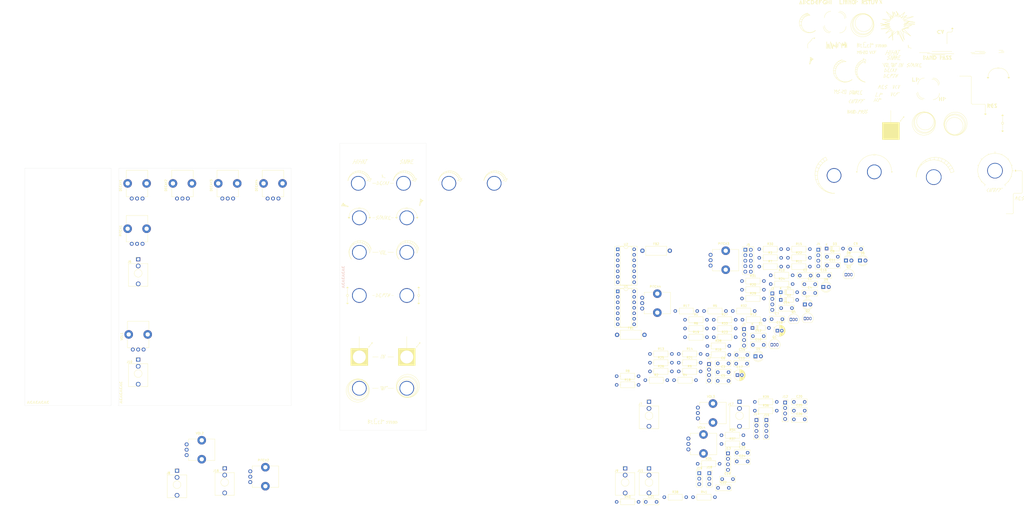
<source format=kicad_pcb>
(kicad_pcb (version 20211014) (generator pcbnew)
  (layers (0 "F.Cu" signal) (31 "B.Cu" signal) (34 "B.Paste" user) (35 "F.Paste" user) (36 "B.SilkS" user "B.Silkscreen") (37 "F.SilkS" user "F.Silkscreen") (38 "B.Mask" user) (39 "F.Mask" user) (44 "Edge.Cuts" user))
  (net 0 "")
  (net 1 "GND")
  (net 2 "Net-(C1-Pad1)")
  (net 3 "Net-(C2-Pad1)")
  (net 4 "Net-(C3-Pad1)")
  (net 5 "Net-(C4-Pad1)")
  (net 6 "Net-(C5-Pad1)")
  (net 7 "PI1Out")
  (net 8 "O1")
  (net 9 "Net-(C7-Pad1)")
  (net 10 "PIOut2")
  (net 11 "O2")
  (net 12 "Net-(C9-Pad1)")
  (net 13 "PIOut3")
  (net 14 "O3")
  (net 15 "Net-(C11-Pad1)")
  (net 16 "PIOut4")
  (net 17 "O4")
  (net 18 "In1")
  (net 19 "Net-(C13-Pad2)")
  (net 20 "In2")
  (net 21 "Net-(C14-Pad2)")
  (net 22 "In3")
  (net 23 "Net-(C15-Pad2)")
  (net 24 "In4")
  (net 25 "Net-(C16-Pad2)")
  (net 26 "+12V")
  (net 27 "-12V")
  (net 28 "Net-(C19-Pad2)")
  (net 29 "Net-(C20-Pad2)")
  (net 30 "Net-(C21-Pad1)")
  (net 31 "Net-(C21-Pad2)")
  (net 32 "Net-(C22-Pad1)")
  (net 33 "Net-(C22-Pad2)")
  (net 34 "Net-(C23-Pad2)")
  (net 35 "Net-(C24-Pad2)")
  (net 36 "Net-(C25-Pad1)")
  (net 37 "Net-(C25-Pad2)")
  (net 38 "Net-(C26-Pad1)")
  (net 39 "Net-(C26-Pad2)")
  (net 40 "Net-(D1-Pad2)")
  (net 41 "Net-(D2-Pad2)")
  (net 42 "Net-(D3-Pad2)")
  (net 43 "Net-(D4-Pad2)")
  (net 44 "Net-(D5-Pad2)")
  (net 45 "Net-(D6-Pad2)")
  (net 46 "Net-(D7-Pad2)")
  (net 47 "Net-(D8-Pad2)")
  (net 48 "Net-(D9-Pad2)")
  (net 49 "DEIn1")
  (net 50 "DEIn2")
  (net 51 "DEIn3")
  (net 52 "DEIn4")
  (net 53 "Net-(FB1-Pad2)")
  (net 54 "Net-(FB2-Pad2)")
  (net 55 "PIOut1")
  (net 61 "Out1")
  (net 63 "Out3")
  (net 65 "Out2")
  (net 67 "Out4")
  (net 68 "Net-(Q1-Pad2)")
  (net 69 "Net-(Q1-Pad3)")
  (net 70 "Net-(Q2-Pad2)")
  (net 71 "Net-(Q2-Pad3)")
  (net 72 "Net-(Q3-Pad2)")
  (net 73 "Net-(Q3-Pad3)")
  (net 74 "Net-(Q4-Pad2)")
  (net 75 "Net-(Q4-Pad3)")
  (net 76 "Net-(U2-Pad3)")
  (net 77 "Net-(U2-Pad10)")
  (net 78 "Net-(U2-Pad5)")
  (net 79 "Net-(U2-Pad12)")
  (footprint "Potentiometer_THT:Potentiometer_Bourns_PTV09A-1_Single_Vertical" (layer "F.Cu") (at 84.5 45.05 90)
    (fp_text reference "DECAY1" (at 6.05 -10.15 90) (layer "F.SilkS"))
    (fp_text value "470k")
    (pad "" np_thru_hole circle locked (at 7 -6.9 90) (size 4 4) (drill 2) (layers *.Cu *.Mask))
    (pad "" np_thru_hole circle locked (at 7 1.9 90) (size 4 4) (drill 2) (layers *.Cu *.Mask))
    (pad "1" thru_hole circle locked (at 0 0 90) (size 1.8 1.8) (drill 1) (layers *.Cu *.Mask) (net 49 "DEIn1"))
    (pad "2" thru_hole circle locked (at 0 -2.5 90) (size 1.8 1.8) (drill 1) (layers *.Cu *.Mask) (net 8 "O1"))
    (pad "3" thru_hole circle locked (at 0 -5 90) (size 1.8 1.8) (drill 1) (layers *.Cu *.Mask) (net 8 "O1"))
  )
  (footprint "Resistor_THT:R_Axial_DIN0207_L6.3mm_D2.5mm_P10.16mm_Horizontal" (layer "F.Cu") (at 319.72 125.2)
    (fp_text reference "R26" (at 5.08 -2.37) (layer "F.SilkS"))
    (fp_text value "1k")
    (pad "1" thru_hole circle locked (at 0 0) (size 1.6 1.6) (drill 0.8) (layers *.Cu *.Mask) (net 26 "+12V"))
    (pad "2" thru_hole oval locked (at 10.16 0) (size 1.6 1.6) (drill 0.8) (layers *.Cu *.Mask) (net 69 "Net-(Q1-Pad3)"))
  )
  (footprint "Capacitor_THT:C_Disc_D7.0mm_W2.5mm_P5.00mm" (layer "F.Cu") (at 412.56 68.5)
    (fp_text reference "C9" (at 2.5 -2.5) (layer "F.SilkS"))
    (fp_text value "12nF")
    (pad "1" thru_hole circle locked (at 0 0) (size 1.6 1.6) (drill 0.8) (layers *.Cu *.Mask) (net 12 "Net-(C9-Pad1)"))
    (pad "2" thru_hole circle locked (at 5 0) (size 1.6 1.6) (drill 0.8) (layers *.Cu *.Mask) (net 13 "PIOut3"))
  )
  (footprint "Package_TO_SOT_THT:TO-92_Inline" (layer "F.Cu") (at 410.55 80.33)
    (fp_text reference "Q3" (at 1.27 -3.56) (layer "F.SilkS"))
    (fp_text value "2N3904")
    (pad "1" thru_hole rect locked (at 0 0) (size 1.05 1.5) (drill 0.75) (layers *.Cu *.Mask) (net 47 "Net-(D8-Pad2)"))
    (pad "2" thru_hole oval locked (at 1.27 0) (size 1.05 1.5) (drill 0.75) (layers *.Cu *.Mask) (net 72 "Net-(Q3-Pad2)"))
    (pad "3" thru_hole oval locked (at 2.54 0) (size 1.05 1.5) (drill 0.75) (layers *.Cu *.Mask) (net 73 "Net-(Q3-Pad3)"))
  )
  (footprint "Connector_PinHeader_2.54mm:PinHeader_1x04_P2.54mm_Vertical" (layer "F.Cu") (at 376.43 89.05)
    (fp_text reference "J3" (at 0 -2.33) (layer "F.SilkS"))
    (fp_text value "Conn_01x04_Male")
    (pad "1" thru_hole rect locked (at 0 0) (size 1.7 1.7) (drill 1) (layers *.Cu *.Mask) (net 52 "DEIn4"))
    (pad "2" thru_hole oval locked (at 0 2.54) (size 1.7 1.7) (drill 1) (layers *.Cu *.Mask) (net 51 "DEIn3"))
    (pad "3" thru_hole oval locked (at 0 5.08) (size 1.7 1.7) (drill 1) (layers *.Cu *.Mask) (net 50 "DEIn2"))
    (pad "4" thru_hole oval locked (at 0 7.62) (size 1.7 1.7) (drill 1) (layers *.Cu *.Mask) (net 49 "DEIn1"))
  )
  (footprint "Resistor_THT:R_Axial_DIN0207_L6.3mm_D2.5mm_P10.16mm_Horizontal" (layer "F.Cu") (at 317.58 129.25)
    (fp_text reference "R2" (at 5.08 -2.37) (layer "F.SilkS"))
    (fp_text value "150k")
    (pad "1" thru_hole circle locked (at 0 0) (size 1.6 1.6) (drill 0.8) (layers *.Cu *.Mask) (net 50 "DEIn2"))
    (pad "2" thru_hole oval locked (at 10.16 0) (size 1.6 1.6) (drill 0.8) (layers *.Cu *.Mask) (net 9 "Net-(C7-Pad1)"))
  )
  (footprint "Resistor_THT:R_Axial_DIN0207_L6.3mm_D2.5mm_P10.16mm_Horizontal" (layer "F.Cu") (at 341.82 168.03)
    (fp_text reference "R35" (at 5.08 -2.37) (layer "F.SilkS"))
    (fp_text value "1M")
    (pad "1" thru_hole circle locked (at 0 0) (size 1.6 1.6) (drill 0.8) (layers *.Cu *.Mask) (net 29 "Net-(C20-Pad2)"))
    (pad "2" thru_hole oval locked (at 10.16 0) (size 1.6 1.6) (drill 0.8) (layers *.Cu *.Mask) (net 1 "GND"))
  )
  (footprint "Potentiometer_THT:Potentiometer_Bourns_PTV09A-1_Single_Vertical" (layer "F.Cu") (at 84.5 66.05 90)
    (fp_text reference "PITCH1" (at 6.05 -10.15 90) (layer "F.SilkS"))
    (fp_text value "10k")
    (pad "" np_thru_hole circle locked (at 7 -6.9 90) (size 4 4) (drill 2) (layers *.Cu *.Mask))
    (pad "" np_thru_hole circle locked (at 7 1.9 90) (size 4 4) (drill 2) (layers *.Cu *.Mask))
    (pad "1" thru_hole circle locked (at 0 0 90) (size 1.8 1.8) (drill 1) (layers *.Cu *.Mask) (net 1 "GND"))
    (pad "2" thru_hole circle locked (at 0 -2.5 90) (size 1.8 1.8) (drill 1) (layers *.Cu *.Mask) (net 55 "PIOut1"))
    (pad "3" thru_hole circle locked (at 0 -5 90) (size 1.8 1.8) (drill 1) (layers *.Cu *.Mask) (net 55 "PIOut1"))
  )
  (footprint "Resistor_THT:R_Axial_DIN0207_L6.3mm_D2.5mm_P10.16mm_Horizontal" (layer "F.Cu") (at 362.37 87.35)
    (fp_text reference "R20" (at 5.08 -2.37) (layer "F.SilkS"))
    (fp_text value "47k")
    (pad "1" thru_hole circle locked (at 0 0) (size 1.6 1.6) (drill 0.8) (layers *.Cu *.Mask) (net 1 "GND"))
    (pad "2" thru_hole oval locked (at 10.16 0) (size 1.6 1.6) (drill 0.8) (layers *.Cu *.Mask) (net 21 "Net-(C14-Pad2)"))
  )
  (footprint "Capacitor_THT:CP_Radial_D5.0mm_P2.00mm" (layer "F.Cu") (at 378.799775 106.3)
    (fp_text reference "C18" (at 1 -3.75) (layer "F.SilkS"))
    (fp_text value "10µ")
    (pad "1" thru_hole rect locked (at 0 0) (size 1.6 1.6) (drill 0.8) (layers *.Cu *.Mask) (net 1 "GND"))
    (pad "2" thru_hole circle locked (at 2 0) (size 1.6 1.6) (drill 0.8) (layers *.Cu *.Mask) (net 27 "-12V"))
  )
  (footprint "Resistor_THT:R_Axial_DIN0207_L6.3mm_D2.5mm_P10.16mm_Horizontal" (layer "F.Cu") (at 375.68 84.7)
    (fp_text reference "R24" (at 5.08 -2.37) (layer "F.SilkS"))
    (fp_text value "47k")
    (pad "1" thru_hole circle locked (at 0 0) (size 1.6 1.6) (drill 0.8) (layers *.Cu *.Mask) (net 1 "GND"))
    (pad "2" thru_hole oval locked (at 10.16 0) (size 1.6 1.6) (drill 0.8) (layers *.Cu *.Mask) (net 25 "Net-(C16-Pad2)"))
  )
  (footprint "Resistor_THT:R_Axial_DIN0207_L6.3mm_D2.5mm_P10.16mm_Horizontal" (layer "F.Cu") (at 319.72 121.15)
    (fp_text reference "R25" (at 5.08 -2.37) (layer "F.SilkS"))
    (fp_text value "2.2k")
    (pad "1" thru_hole circle locked (at 0 0) (size 1.6 1.6) (drill 0.8) (layers *.Cu *.Mask) (net 26 "+12V"))
    (pad "2" thru_hole oval locked (at 10.16 0) (size 1.6 1.6) (drill 0.8) (layers *.Cu *.Mask) (net 44 "Net-(D5-Pad2)"))
  )
  (footprint "Connector_PinSocket_2.54mm:PinSocket_1x04_P2.54mm_Vertical" (layer "F.Cu") (at 369.07 147.73)
    (fp_text reference "J14" (at 0 -2.77) (layer "F.SilkS"))
    (fp_text value "Conn_01x04_Female")
    (pad "1" thru_hole rect locked (at 0 0) (size 1.7 1.7) (drill 1) (layers *.Cu *.Mask) (net 8 "O1"))
    (pad "2" thru_hole oval locked (at 0 2.54) (size 1.7 1.7) (drill 1) (layers *.Cu *.Mask) (net 11 "O2"))
    (pad "3" thru_hole oval locked (at 0 5.08) (size 1.7 1.7) (drill 1) (layers *.Cu *.Mask) (net 14 "O3"))
    (pad "4" thru_hole oval locked (at 0 7.62) (size 1.7 1.7) (drill 1) (layers *.Cu *.Mask) (net 17 "O4"))
  )
  (footprint "Capacitor_THT:CP_Radial_D5.0mm_P2.00mm" (layer "F.Cu") (at 360.279775 126.9)
    (fp_text reference "C17" (at 1 -3.75) (layer "F.SilkS"))
    (fp_text value "10µ")
    (pad "1" thru_hole rect locked (at 0 0) (size 1.6 1.6) (drill 0.8) (layers *.Cu *.Mask) (net 26 "+12V"))
    (pad "2" thru_hole circle locked (at 2 0) (size 1.6 1.6) (drill 0.8) (layers *.Cu *.Mask) (net 1 "GND"))
  )
  (footprint "Resistor_THT:R_Axial_DIN0207_L6.3mm_D2.5mm_P10.16mm_Horizontal" (layer "F.Cu") (at 344.78 97.2)
    (fp_text reference "R5" (at 5.08 -2.37) (layer "F.SilkS"))
    (fp_text value "68k")
    (pad "1" thru_hole circle locked (at 0 0) (size 1.6 1.6) (drill 0.8) (layers *.Cu *.Mask) (net 2 "Net-(C1-Pad1)"))
    (pad "2" thru_hole oval locked (at 10.16 0) (size 1.6 1.6) (drill 0.8) (layers *.Cu *.Mask) (net 6 "Net-(C5-Pad1)"))
  )
  (footprint "Resistor_THT:R_Axial_DIN0207_L6.3mm_D2.5mm_P10.16mm_Horizontal" (layer "F.Cu") (at 358.09 97.2)
    (fp_text reference "R32" (at 5.08 -2.37) (layer "F.SilkS"))
    (fp_text value "47k")
    (pad "1" thru_hole circle locked (at 0 0) (size 1.6 1.6) (drill 0.8) (layers *.Cu *.Mask) (net 22 "In3"))
    (pad "2" thru_hole oval locked (at 10.16 0) (size 1.6 1.6) (drill 0.8) (layers *.Cu *.Mask) (net 72 "Net-(Q3-Pad2)"))
  )
  (footprint "Inductor_THT:L_Axial_L9.5mm_D4.0mm_P12.70mm_Horizontal_Fastron_SMCC" (layer "F.Cu") (at 304.47 108.25)
    (fp_text reference "FB1" (at 6.35 -3.12) (layer "F.SilkS"))
    (fp_text value "10R")
    (pad "1" thru_hole circle locked (at 0 0) (size 2 2) (drill 1) (layers *.Cu *.Mask) (net 26 "+12V"))
    (pad "2" thru_hole oval locked (at 12.7 0) (size 2 2) (drill 1) (layers *.Cu *.Mask) (net 53 "Net-(FB1-Pad2)"))
  )
  (footprint "LED_THT:LED_D4.0mm" (layer "F.Cu") (at 368.6 118.2)
    (fp_text reference "D5" (at 1.27 -3.46) (layer "F.SilkS"))
    (fp_text value "LED-12V")
    (pad "1" thru_hole rect locked (at 0 0) (size 1.8 1.8) (drill 0.9) (layers *.Cu *.Mask) (net 1 "GND"))
    (pad "2" thru_hole circle locked (at 2.54 0) (size 1.8 1.8) (drill 0.9) (layers *.Cu *.Mask) (net 44 "Net-(D5-Pad2)"))
  )
  (footprint "Capacitor_THT:C_Disc_D7.0mm_W2.5mm_P5.00mm" (layer "F.Cu") (at 391.3 88.85)
    (fp_text reference "C4" (at 2.5 -2.5) (layer "F.SilkS"))
    (fp_text value "56nF")
    (pad "1" thru_hole circle locked (at 0 0) (size 1.6 1.6) (drill 0.8) (layers *.Cu *.Mask) (net 5 "Net-(C4-Pad1)"))
    (pad "2" thru_hole circle locked (at 5 0) (size 1.6 1.6) (drill 0.8) (layers *.Cu *.Mask) (net 1 "GND"))
  )
  (footprint "Resistor_THT:R_Axial_DIN0207_L6.3mm_D2.5mm_P10.16mm_Horizontal" (layer "F.Cu") (at 304.27 127.4)
    (fp_text reference "R8" (at 5.08 -2.37) (layer "F.SilkS"))
    (fp_text value "68k")
    (pad "1" thru_hole circle locked (at 0 0) (size 1.6 1.6) (drill 0.8) (layers *.Cu *.Mask) (net 11 "O2"))
    (pad "2" thru_hole oval locked (at 10.16 0) (size 1.6 1.6) (drill 0.8) (layers *.Cu *.Mask) (net 3 "Net-(C2-Pad1)"))
  )
  (footprint "Connector_PinHeader_2.54mm:PinHeader_1x03_P2.54mm_Vertical" (layer "F.Cu") (at 342.57 172.38)
    (fp_text reference "J19" (at 0 -2.33) (layer "F.SilkS"))
    (fp_text value "Conn_01x03_Male")
    (pad "1" thru_hole rect locked (at 0 0) (size 1.7 1.7) (drill 1) (layers *.Cu *.Mask) (net 27 "-12V"))
    (pad "2" thru_hole oval locked (at 0 2.54) (size 1.7 1.7) (drill 1) (layers *.Cu *.Mask) (net 1 "GND"))
    (pad "3" thru_hole oval locked (at 0 5.08) (size 1.7 1.7) (drill 1) (layers *.Cu *.Mask) (net 26 "+12V"))
  )
  (footprint "Diode_THT:D_DO-35_SOD27_P7.62mm_Horizontal" (layer "F.Cu") (at 380.33 88.5)
    (fp_text reference "D4" (at 3.81 -2.12) (layer "F.SilkS"))
    (fp_text value "1N4148")
    (fp_text user "K" (at 0 -1.8) (layer "F.SilkS"))
    (pad "1" thru_hole rect locked (at 0 0) (size 1.6 1.6) (drill 0.8) (layers *.Cu *.Mask) (net 16 "PIOut4"))
    (pad "2" thru_hole oval locked (at 7.62 0) (size 1.6 1.6) (drill 0.8) (layers *.Cu *.Mask) (net 43 "Net-(D4-Pad2)"))
  )
  (footprint "Capacitor_THT:C_Disc_D7.0mm_W2.5mm_P5.00mm" (layer "F.Cu") (at 317.78 185.68)
    (fp_text reference "C21" (at 2.5 -2.5) (layer "F.SilkS"))
    (fp_text value "10µF")
    (pad "1" thru_hole circle locked (at 0 0) (size 1.6 1.6) (drill 0.8) (layers *.Cu *.Mask) (net 30 "Net-(C21-Pad1)"))
    (pad "2" thru_hole circle locked (at 5 0) (size 1.6 1.6) (drill 0.8) (layers *.Cu *.Mask) (net 31 "Net-(C21-Pad2)"))
  )
  (footprint "Resistor_THT:R_Axial_DIN0207_L6.3mm_D2.5mm_P10.16mm_Horizontal" (layer "F.Cu") (at 370.37 76.6)
    (fp_text reference "R7" (at 5.08 -2.37) (layer "F.SilkS"))
    (fp_text value "68k")
    (pad "1" thru_hole circle locked (at 0 0) (size 1.6 1.6) (drill 0.8) (layers *.Cu *.Mask) (net 3 "Net-(C2-Pad1)"))
    (pad "2" thru_hole oval locked (at 10.16 0) (size 1.6 1.6) (drill 0.8) (layers *.Cu *.Mask) (net 9 "Net-(C7-Pad1)"))
  )
  (footprint "LED_THT:LED_D4.0mm" (layer "F.Cu") (at 400.05 86.05)
    (fp_text reference "D9" (at 1.27 -3.46) (layer "F.SilkS"))
    (fp_text value "LED4")
    (pad "1" thru_hole rect locked (at 0 0) (size 1.8 1.8) (drill 0.9) (layers *.Cu *.Mask) (net 1 "GND"))
    (pad "2" thru_hole circle locked (at 2.54 0) (size 1.8 1.8) (drill 0.9) (layers *.Cu *.Mask) (net 48 "Net-(D9-Pad2)"))
  )
  (footprint "Capacitor_THT:C_Disc_D7.0mm_W2.5mm_P5.00mm" (layer "F.Cu") (at 351.14 121.5)
    (fp_text reference "C6" (at 2.5 -2.5) (layer "F.SilkS"))
    (fp_text value "47nF")
    (pad "1" thru_hole circle locked (at 0 0) (size 1.6 1.6) (drill 0.8) (layers *.Cu *.Mask) (net 7 "PI1Out"))
    (pad "2" thru_hole circle locked (at 5 0) (size 1.6 1.6) (drill 0.8) (layers *.Cu *.Mask) (net 8 "O1"))
  )
  (footprint "LED_THT:LED_D4.0mm" (layer "F.Cu") (at 391.5 94.15)
    (fp_text reference "D7" (at 1.27 -3.46) (layer "F.SilkS"))
    (fp_text value "LED2")
    (pad "1" thru_hole rect locked (at 0 0) (size 1.8 1.8) (drill 0.9) (layers *.Cu *.Mask) (net 1 "GND"))
    (pad "2" thru_hole circle locked (at 2.54 0) (size 1.8 1.8) (drill 0.9) (layers *.Cu *.Mask) (net 46 "Net-(D7-Pad2)"))
  )
  (footprint "Capacitor_THT:C_Disc_D7.0mm_W2.5mm_P5.00mm" (layer "F.Cu") (at 359.69 121.6)
    (fp_text reference "C13" (at 2.5 -2.5) (layer "F.SilkS"))
    (fp_text value "150nF")
    (pad "1" thru_hole circle locked (at 0 0) (size 1.6 1.6) (drill 0.8) (layers *.Cu *.Mask) (net 18 "In1"))
    (pad "2" thru_hole circle locked (at 5 0) (size 1.6 1.6) (drill 0.8) (layers *.Cu *.Mask) (net 19 "Net-(C13-Pad2)"))
  )
  (footprint "Resistor_THT:R_Axial_DIN0207_L6.3mm_D2.5mm_P10.16mm_Horizontal" (layer "F.Cu") (at 370.37 72.55)
    (fp_text reference "R3" (at 5.08 -2.37) (layer "F.SilkS"))
    (fp_text value "150k")
    (pad "1" thru_hole circle locked (at 0 0) (size 1.6 1.6) (drill 0.8) (layers *.Cu *.Mask) (net 51 "DEIn3"))
    (pad "2" thru_hole oval locked (at 10.16 0) (size 1.6 1.6) (drill 0.8) (layers *.Cu *.Mask) (net 12 "Net-(C9-Pad1)"))
  )
  (footprint "Resistor_THT:R_Axial_DIN0207_L6.3mm_D2.5mm_P10.16mm_Horizontal" (layer "F.Cu") (at 335.97 105.3)
    (fp_text reference "R6" (at 5.08 -2.37) (layer "F.SilkS"))
    (fp_text value "68k")
    (pad "1" thru_hole circle locked (at 0 0) (size 1.6 1.6) (drill 0.8) (layers *.Cu *.Mask) (net 8 "O1"))
    (pad "2" thru_hole oval locked (at 10.16 0) (size 1.6 1.6) (drill 0.8) (layers *.Cu *.Mask) (net 2 "Net-(C1-Pad1)"))
  )
  (footprint "Resistor_THT:R_Axial_DIN0207_L6.3mm_D2.5mm_P10.16mm_Horizontal" (layer "F.Cu") (at 349.28 105.3)
    (fp_text reference "R33" (at 5.08 -2.37) (layer "F.SilkS"))
    (fp_text value "47k")
    (pad "1" thru_hole circle locked (at 0 0) (size 1.6 1.6) (drill 0.8) (layers *.Cu *.Mask) (net 24 "In4"))
    (pad "2" thru_hole oval locked (at 10.16 0) (size 1.6 1.6) (drill 0.8) (layers *.Cu *.Mask) (net 74 "Net-(Q4-Pad2)"))
  )
  (footprint "Resistor_THT:R_Axial_DIN0207_L6.3mm_D2.5mm_P10.16mm_Horizontal" (layer "F.Cu") (at 319.72 117.1)
    (fp_text reference "R13" (at 5.08 -2.37) (layer "F.SilkS"))
    (fp_text value "27k")
    (pad "1" thru_hole circle locked (at 0 0) (size 1.6 1.6) (drill 0.8) (layers *.Cu *.Mask) (net 19 "Net-(C13-Pad2)"))
    (pad "2" thru_hole oval locked (at 10.16 0) (size 1.6 1.6) (drill 0.8) (layers *.Cu *.Mask) (net 40 "Net-(D1-Pad2)"))
  )
  (footprint "Potentiometer_THT:Potentiometer_Bourns_PTV09A-1_Single_Vertical" (layer "F.Cu") (at 341.92 146.98)
    (fp_text reference "VOL3" (at 6.05 -10.15) (layer "F.SilkS"))
    (fp_text value "10k")
    (pad "" np_thru_hole circle locked (at 7 -6.9) (size 4 4) (drill 2) (layers *.Cu *.Mask))
    (pad "" np_thru_hole circle locked (at 7 1.9) (size 4 4) (drill 2) (layers *.Cu *.Mask))
    (pad "1" thru_hole circle locked (at 0 0) (size 1.8 1.8) (drill 1) (layers *.Cu *.Mask) (net 34 "Net-(C23-Pad2)"))
    (pad "2" thru_hole circle locked (at 0 -2.5) (size 1.8 1.8) (drill 1) (layers *.Cu *.Mask) (net 77 "Net-(U2-Pad10)"))
    (pad "3" thru_hole circle locked (at 0 -5) (size 1.8 1.8) (drill 1) (layers *.Cu *.Mask) (net 1 "GND"))
  )
  (footprint "Inductor_THT:L_Axial_L9.5mm_D4.0mm_P12.70mm_Horizontal_Fastron_SMCC" (layer "F.Cu") (at 316.22 69.25)
    (fp_text reference "FB2" (at 6.35 -3.12) (layer "F.SilkS"))
    (fp_text value "10R")
    (pad "1" thru_hole circle locked (at 0 0) (size 2 2) (drill 1) (layers *.Cu *.Mask) (net 27 "-12V"))
    (pad "2" thru_hole oval locked (at 12.7 0) (size 2 2) (drill 1) (layers *.Cu *.Mask) (net 54 "Net-(FB2-Pad2)"))
  )
  (footprint "Resistor_THT:R_Axial_DIN0207_L6.3mm_D2.5mm_P10.16mm_Horizontal" (layer "F.Cu") (at 346.34 113.4)
    (fp_text reference "R28" (at 5.08 -2.37) (layer "F.SilkS"))
    (fp_text value "1k")
    (pad "1" thru_hole circle locked (at 0 0) (size 1.6 1.6) (drill 0.8) (layers *.Cu *.Mask) (net 26 "+12V"))
    (pad "2" thru_hole oval locked (at 10.16 0) (size 1.6 1.6) (drill 0.8) (layers *.Cu *.Mask) (net 73 "Net-(Q3-Pad3)"))
  )
  (footprint "Potentiometer_THT:Potentiometer_Bourns_PTV09A-1_Single_Vertical" (layer "F.Cu") (at 126.5 45.05 90)
    (fp_text reference "DECAY3" (at 6.05 -10.15 90) (layer "F.SilkS"))
    (fp_text value "470k")
    (pad "" np_thru_hole circle locked (at 7 1.9 90) (size 4 4) (drill 2) (layers *.Cu *.Mask))
    (pad "" np_thru_hole circle locked (at 7 -6.9 90) (size 4 4) (drill 2) (layers *.Cu *.Mask))
    (pad "1" thru_hole circle locked (at 0 0 90) (size 1.8 1.8) (drill 1) (layers *.Cu *.Mask) (net 51 "DEIn3"))
    (pad "2" thru_hole circle locked (at 0 -2.5 90) (size 1.8 1.8) (drill 1) (layers *.Cu *.Mask) (net 14 "O3"))
    (pad "3" thru_hole circle locked (at 0 -5 90) (size 1.8 1.8) (drill 1) (layers *.Cu *.Mask) (net 14 "O3"))
  )
  (footprint "Resistor_THT:R_Axial_DIN0207_L6.3mm_D2.5mm_P10.16mm_Horizontal" (layer "F.Cu") (at 362.37 91.4)
    (fp_text reference "R29" (at 5.08 -2.37) (layer "F.SilkS"))
    (fp_text value "1k")
    (pad "1" thru_hole circle locked (at 0 0) (size 1.6 1.6) (drill 0.8) (layers *.Cu *.Mask) (net 26 "+12V"))
    (pad "2" thru_hole oval locked (at 10.16 0) (size 1.6 1.6) (drill 0.8) (layers *.Cu *.Mask) (net 75 "Net-(Q4-Pad3)"))
  )
  (footprint "Potentiometer_THT:Potentiometer_Bourns_PTV09A-1_Single_Vertical" (layer "F.Cu") (at 347.82 76.15)
    (fp_text reference "PITCH3" (at 6.05 -10.15) (layer "F.SilkS"))
    (fp_text value "10k")
    (pad "" np_thru_hole circle locked (at 7 -6.9) (size 4 4) (drill 2) (layers *.Cu *.Mask))
    (pad "" np_thru_hole circle locked (at 7 1.9) (size 4 4) (drill 2) (layers *.Cu *.Mask))
    (pad "1" thru_hole circle locked (at 0 0) (size 1.8 1.8) (drill 1) (layers *.Cu *.Mask) (net 1 "GND"))
    (pad "2" thru_hole circle locked (at 0 -2.5) (size 1.8 1.8) (drill 1) (layers *.Cu *.Mask) (net 13 "PIOut3"))
    (pad "3" thru_hole circle locked (at 0 -5) (size 1.8 1.8) (drill 1) (layers *.Cu *.Mask) (net 13 "PIOut3"))
  )
  (footprint "Package_TO_SOT_THT:TO-92_Inline" (layer "F.Cu") (at 376.2 112.83)
    (fp_text reference "Q1" (at 1.27 -3.56) (layer "F.SilkS"))
    (fp_text value "2N3904")
    (pad "1" thru_hole rect locked (at 0 0) (size 1.05 1.5) (drill 0.75) (layers *.Cu *.Mask) (net 45 "Net-(D6-Pad2)"))
    (pad "2" thru_hole oval locked (at 1.27 0) (size 1.05 1.5) (drill 0.75) (layers *.Cu *.Mask) (net 68 "Net-(Q1-Pad2)"))
    (pad "3" thru_hole oval locked (at 2.54 0) (size 1.05 1.5) (drill 0.75) (layers *.Cu *.Mask) (net 69 "Net-(Q1-Pad3)"))
  )
  (footprint "Package_TO_SOT_THT:TO-92_Inline" (layer "F.Cu") (at 385.05 101.13)
    (fp_text reference "Q4" (at 1.27 -3.56) (layer "F.SilkS"))
    (fp_text value "2N3904")
    (pad "1" thru_hole rect locked (at 0 0) (size 1.05 1.5) (drill 0.75) (layers *.Cu *.Mask) (net 48 "Net-(D9-Pad2)"))
    (pad "2" thru_hole oval locked (at 1.27 0) (size 1.05 1.5) (drill 0.75) (layers *.Cu *.Mask) (net 74 "Net-(Q4-Pad2)"))
    (pad "3" thru_hole oval locked (at 2.54 0) (size 1.05 1.5) (drill 0.75) (layers *.Cu *.Mask) (net 75 "Net-(Q4-Pad3)"))
  )
  (footprint "Potentiometer_THT:Potentiometer_Bourns_PTV09A-1_Single_Vertical" (layer "F.Cu") (at 105.5 45.05 90)
    (fp_text reference "DECAY2" (at 6.05 -10.15 90) (layer "F.SilkS"))
    (fp_text value "470k")
    (pad "" np_thru_hole circle locked (at 7 -6.9 90) (size 4 4) (drill 2) (layers *.Cu *.Mask))
    (pad "" np_thru_hole circle locked (at 7 1.9 90) (size 4 4) (drill 2) (layers *.Cu *.Mask))
    (pad "1" thru_hole circle locked (at 0 0 90) (size 1.8 1.8) (drill 1) (layers *.Cu *.Mask) (net 50 "DEIn2"))
    (pad "2" thru_hole circle locked (at 0 -2.5 90) (size 1.8 1.8) (drill 1) (layers *.Cu *.Mask) (net 11 "O2"))
    (pad "3" thru_hole circle locked (at 0 -5 90) (size 1.8 1.8) (drill 1) (layers *.Cu *.Mask) (net 11 "O2"))
  )
  (footprint "Connector_Audio:Jack_3.5mm_QingPu_WQP-PJ398SM_Vertical_CircularHoles" (layer "F.Cu") (at 100.5 171.22)
    (fp_text reference "J8" (at -4.03 1.08 180) (layer "F.SilkS"))
    (fp_text value "HBonga IN")
    (pad "S" thru_hole rect locked (at 0 0 180) (size 1.93 1.83) (drill 1.22) (layers *.Cu *.Mask) (net 1 "GND"))
    (pad "T" thru_hole circle locked (at 0 11.4 180) (size 2.13 2.13) (drill 1.43) (layers *.Cu *.Mask) (net 20 "In2"))
    (pad "TN" thru_hole circle locked (at 0 3.1 180) (size 2.13 2.13) (drill 1.42) (layers *.Cu *.Mask))
  )
  (footprint "Connector_PinSocket_2.54mm:PinSocket_1x04_P2.54mm_Vertical" (layer "F.Cu") (at 382.38 139.63)
    (fp_text reference "J12" (at 0 -2.77) (layer "F.SilkS"))
    (fp_text value "Conn_01x04_Female")
    (pad "1" thru_hole rect locked (at 0 0) (size 1.7 1.7) (drill 1) (layers *.Cu *.Mask) (net 18 "In1"))
    (pad "2" thru_hole oval locked (at 0 2.54) (size 1.7 1.7) (drill 1) (layers *.Cu *.Mask) (net 20 "In2"))
    (pad "3" thru_hole oval locked (at 0 5.08) (size 1.7 1.7) (drill 1) (layers *.Cu *.Mask) (net 22 "In3"))
    (pad "4" thru_hole oval locked (at 0 7.62) (size 1.7 1.7) (drill 1) (layers *.Cu *.Mask) (net 24 "In4"))
  )
  (footprint "Capacitor_THT:C_Disc_D7.0mm_W2.5mm_P5.00mm" (layer "F.Cu") (at 367.44 108.85)
    (fp_text reference "C12" (at 2.5 -2.5) (layer "F.SilkS"))
    (fp_text value "1.5nF")
    (pad "1" thru_hole circle locked (at 0 0) (size 1.6 1.6) (drill 0.8) (layers *.Cu *.Mask) (net 16 "PIOut4"))
    (pad "2" thru_hole circle locked (at 5 0) (size 1.6 1.6) (drill 0.8) (layers *.Cu *.Mask) (net 17 "O4"))
  )
  (footprint "Diode_THT:D_DO-35_SOD27_P7.62mm_Horizontal" (layer "F.Cu") (at 380.33 92.05)
    (fp_text reference "D2" (at 3.81 -2.12) (layer "F.SilkS"))
    (fp_text value "1N4148")
    (fp_text user "K" (at 0 -1.8) (layer "F.SilkS"))
    (pad "1" thru_hole rect locked (at 0 0) (size 1.6 1.6) (drill 0.8) (layers *.Cu *.Mask) (net 10 "PIOut2"))
    (pad "2" thru_hole oval locked (at 7.62 0) (size 1.6 1.6) (drill 0.8) (layers *.Cu *.Mask) (net 41 "Net-(D2-Pad2)"))
  )
  (footprint "Resistor_THT:R_Axial_DIN0207_L6.3mm_D2.5mm_P10.16mm_Horizontal" (layer "F.Cu") (at 339.68 183.48)
    (fp_text reference "R41" (at 5.08 -2.37) (layer "F.SilkS"))
    (fp_text value "1k")
    (pad "1" thru_hole circle locked (at 0 0) (size 1.6 1.6) (drill 0.8) (layers *.Cu *.Mask) (net 67 "Out4"))
    (pad "2" thru_hole oval locked (at 10.16 0) (size 1.6 1.6) (drill 0.8) (layers *.Cu *.Mask) (net 39 "Net-(C26-Pad2)"))
  )
  (footprint "Capacitor_THT:C_Disc_D7.0mm_W2.5mm_P5.00mm" (layer "F.Cu") (at 351.14 125.55)
    (fp_text reference "C3" (at 2.5 -2.5) (layer "F.SilkS"))
    (fp_text value "39nF")
    (pad "1" thru_hole circle locked (at 0 0) (size 1.6 1.6) (drill 0.8) (layers *.Cu *.Mask) (net 4 "Net-(C3-Pad1)"))
    (pad "2" thru_hole circle locked (at 5 0) (size 1.6 1.6) (drill 0.8) (layers *.Cu *.Mask) (net 1 "GND"))
  )
  (footprint "Resistor_THT:R_Axial_DIN0207_L6.3mm_D2.5mm_P10.16mm_Horizontal" (layer "F.Cu") (at 362.59 101.25)
    (fp_text reference "R12" (at 5.08 -2.37) (layer "F.SilkS"))
    (fp_text value "68k")
    (pad "1" thru_hole circle locked (at 0 0) (size 1.6 1.6) (drill 0.8) (layers *.Cu *.Mask) (net 17 "O4"))
    (pad "2" thru_hole oval locked (at 10.16 0) (size 1.6 1.6) (drill 0.8) (layers *.Cu *.Mask) (net 5 "Net-(C4-Pad1)"))
  )
  (footprint "Resistor_THT:R_Axial_DIN0207_L6.3mm_D2.5mm_P10.16mm_Horizontal" (layer "F.Cu") (at 383.68 76.6)
    (fp_text reference "R11" (at 5.08 -2.37) (layer "F.SilkS"))
    (fp_text value "68k")
    (pad "1" thru_hole circle locked (at 0 0) (size 1.6 1.6) (drill 0.8) (layers *.Cu *.Mask) (net 5 "Net-(C4-Pad1)"))
    (pad "2" thru_hole oval locked (at 10.16 0) (size 1.6 1.6) (drill 0.8) (layers *.Cu *.Mask) (net 15 "Net-(C11-Pad1)"))
  )
  (footprint "Connector_PinHeader_2.54mm:PinHeader_1x04_P2.54mm_Vertical" (layer "F.Cu") (at 355.88 163.18)
    (fp_text reference "J13" (at 0 -2.33) (layer "F.SilkS"))
    (fp_text value "Conn_01x04_Male")
    (pad "1" thru_hole rect locked (at 0 0) (size 1.7 1.7) (drill 1) (layers *.Cu *.Mask) (net 18 "In1"))
    (pad "2" thru_hole oval locked (at 0 2.54) (size 1.7 1.7) (drill 1) (layers *.Cu *.Mask) (net 20 "In2"))
    (pad "3" thru_hole oval locked (at 0 5.08) (size 1.7 1.7) (drill 1) (layers *.Cu *.Mask) (net 22 "In3"))
    (pad "4" thru_hole oval locked (at 0 7.62) (size 1.7 1.7) (drill 1) (layers *.Cu *.Mask) (net 24 "In4"))
  )
  (footprint "Capacitor_THT:C_Disc_D7.0mm_W2.5mm_P5.00mm" (layer "F.Cu") (at 401.79 72.05)
    (fp_text reference "C8" (at 2.5 -2.5) (layer "F.SilkS"))
    (fp_text value "10nF")
    (pad "1" thru_hole circle locked (at 0 0) (size 1.6 1.6) (drill 0.8) (layers *.Cu *.Mask) (net 10 "PIOut2"))
    (pad "2" thru_hole circle locked (at 5 0) (size 1.6 1.6) (drill 0.8) (layers *.Cu *.Mask) (net 11 "O2"))
  )
  (footprint "Capacitor_THT:C_Disc_D7.0mm_W2.5mm_P5.00mm" (layer "F.Cu") (at 351.27 179.18)
    (fp_text reference "C22" (at 2.5 -2.5) (layer "F.SilkS"))
    (fp_text value "10µF")
    (pad "1" thru_hole circle locked (at 0 0) (size 1.6 1.6) (drill 0.8) (layers *.Cu *.Mask) (net 32 "Net-(C22-Pad1)"))
    (pad "2" thru_hole circle locked (at 5 0) (size 1.6 1.6) (drill 0.8) (layers *.Cu *.Mask) (net 33 "Net-(C22-Pad2)"))
  )
  (footprint "Package_DIP:DIP-14_W7.62mm_Socket" (layer "F.Cu") (at 304.77 68.6)
    (fp_text reference "U2" (at 3.81 -2.33) (layer "F.SilkS"))
    (fp_text value "TL074")
    (pad "1" thru_hole rect locked (at 0 0) (size 1.6 1.6) (drill 0.8) (layers *.Cu *.Mask) (net 30 "Net-(C21-Pad1)"))
    (pad "2" thru_hole oval locked (at 0 2.54) (size 1.6 1.6) (drill 0.8) (layers *.Cu *.Mask) (net 30 "Net-(C21-Pad1)"))
    (pad "3" thru_hole oval locked (at 0 5.08) (size 1.6 1.6) (drill 0.8) (layers *.Cu *.Mask) (net 76 "Net-(U2-Pad3)"))
    (pad "4" thru_hole oval locked (at 0 7.62) (size 1.6 1.6) (drill 0.8) (layers *.Cu *.Mask) (net 26 "+12V"))
    (pad "5" thru_hole oval locked (at 0 10.16) (size 1.6 1.6) (drill 0.8) (layers *.Cu *.Mask) (net 78 "Net-(U2-Pad5)"))
    (pad "6" thru_hole oval locked (at 0 12.7) (size 1.6 1.6) (drill 0.8) (layers *.Cu *.Mask) (net 32 "Net-(C22-Pad1)"))
    (pad "7" thru_hole oval locked (at 0 15.24) (size 1.6 1.6) (drill 0.8) (layers *.Cu *.Mask) (net 32 "Net-(C22-Pad1)"))
    (pad "8" thru_hole oval locked (at 7.62 15.24) (size 1.6 1.6) (drill 0.8) (layers *.Cu *.Mask) (net 36 "Net-(C25-Pad1)"))
    (pad "9" thru_hole oval locked (at 7.62 12.7) (size 1.6 1.6) (drill 0.8) (layers *.Cu *.Mask) (net 36 "Net-(C25-Pad1)"))
    (pad "10" thru_hole oval locked (at 7.62 10.16) (size 1.6 1.6) (drill 0.8) (layers *.Cu *.Mask) (net 77 "Net-(U2-Pad10)"))
    (pad "11" thru_hole oval locked (at 7.62 7.62) (size 1.6 1.6) (drill 0.8) (layers *.Cu *.Mask) (net 27 "-12V"))
    (pad "12" thru_hole oval locked (at 7.62 5.08) (size 1.6 1.6) (drill 0.8) (layers *.Cu *.Mask) (net 79 "Net-(U2-Pad12)"))
    (pad "13" thru_hole oval locked (at 7.62 2.54) (size 1.6 1.6) (drill 0.8) (layers *.Cu *.Mask) (net 38 "Net-(C26-Pad1)"))
    (pad "14" thru_hole oval locked (at 7.62 0) (size 1.6 1.6) (drill 0.8) (layers *.Cu *.Mask) (net 38 "Net-(C26-Pad1)"))
  )
  (footprint "Capacitor_THT:C_Disc_D7.0mm_W2.5mm_P5.00mm" (layer "F.Cu") (at 391.3 84.8)
    (fp_text reference "C1" (at 2.5 -2.5) (layer "F.SilkS"))
    (fp_text value "150nF")
    (pad "1" thru_hole circle locked (at 0 0) (size 1.6 1.6) (drill 0.8) (layers *.Cu *.Mask) (net 2 "Net-(C1-Pad1)"))
    (pad "2" thru_hole circle locked (at 5 0) (size 1.6 1.6) (drill 0.8) (layers *.Cu *.Mask) (net 1 "GND"))
  )
  (footprint "Connector_PinHeader_2.54mm:PinHeader_1x04_P2.54mm_Vertical" (layer "F.Cu") (at 373.67 147.73)
    (fp_text reference "J15" (at 0 -2.33) (layer "F.SilkS"))
    (fp_text value "Conn_01x04_Male")
    (pad "1" thru_hole rect locked (at 0 0) (size 1.7 1.7) (drill 1) (layers *.Cu *.Mask) (net 8 "O1"))
    (pad "2" thru_hole oval locked (at 0 2.54) (size 1.7 1.7) (drill 1) (layers *.Cu *.Mask) (net 11 "O2"))
    (pad "3" thru_hole oval locked (at 0 5.08) (size 1.7 1.7) (drill 1) (layers *.Cu *.Mask) (net 14 "O3"))
    (pad "4" thru_hole oval locked (at 0 7.62) (size 1.7 1.7) (drill 1) (layers *.Cu *.Mask) (net 17 "O4"))
  )
  (footprint "Capacitor_THT:C_Disc_D7.0mm_W2.5mm_P5.00mm" (layer "F.Cu") (at 353.19 175.13)
    (fp_text reference "C19" (at 2.5 -2.5) (layer "F.SilkS"))
    (fp_text value ".1µF")
    (pad "1" thru_hole circle locked (at 0 0) (size 1.6 1.6) (drill 0.8) (layers *.Cu *.Mask) (net 8 "O1"))
    (pad "2" thru_hole circle locked (at 5 0) (size 1.6 1.6) (drill 0.8) (layers *.Cu *.Mask) (net 28 "Net-(C19-Pad2)"))
  )
  (footprint "LED_THT:LED_D4.0mm" (layer "F.Cu") (at 410.54 73.8)
    (fp_text reference "D8" (at 1.27 -3.46) (layer "F.SilkS"))
    (fp_text value "LED3")
    (pad "1" thru_hole rect locked (at 0 0) (size 1.8 1.8) (drill 0.9) (layers *.Cu *.Mask) (net 1 "GND"))
    (pad "2" thru_hole circle locked (at 2.54 0) (size 1.8 1.8) (drill 0.9) (layers *.Cu *.Mask) (net 47 "Net-(D8-Pad2)"))
  )
  (footprint "Resistor_THT:R_Axial_DIN0207_L6.3mm_D2.5mm_P10.16mm_Horizontal" (layer "F.Cu") (at 333.03 121.15)
    (fp_text reference "R21" (at 5.08 -2.37) (layer "F.SilkS"))
    (fp_text value "12k")
    (pad "1" thru_hole circle locked (at 0 0) (size 1.6 1.6) (drill 0.8) (layers *.Cu *.Mask) (net 22 "In3"))
    (pad "2" thru_hole oval locked (at 10.16 0) (size 1.6 1.6) (drill 0.8) (layers *.Cu *.Mask) (net 1 "GND"))
  )
  (footprint "Capacitor_THT:C_Disc_D7.0mm_W2.5mm_P5.00mm" (layer "F.Cu") (at 359.98 166.93)
    (fp_text reference "C24" (at 2.5 -2.5) (layer "F.SilkS"))
    (fp_text value ".1µF")
    (pad "1" thru_hole circle locked (at 0 0) (size 1.6 1.6) (drill 0.8) (layers *.Cu *.Mask) (net 17 "O4"))
    (pad "2" thru_hole circle locked (at 5 0) (size 1.6 1.6) (drill 0.8) (layers *.Cu *.Mask) (net 35 "Net-(C24-Pad2)"))
  )
  (footprint "Capacitor_THT:C_Disc_D7.0mm_W2.5mm_P5.00mm" (layer "F.Cu") (at 386.43 139.33)
    (fp_text reference "C20" (at 2.5 -2.5) (layer "F.SilkS"))
    (fp_text value ".1µF")
    (pad "1" thru_hole circle locked (at 0 0) (size 1.6 1.6) (drill 0.8) (layers *.Cu *.Mask) (net 11 "O2"))
    (pad "2" thru_hole circle locked (at 5 0) (size 1.6 1.6) (drill 0.8) (layers *.Cu *.Mask) (net 29 "Net-(C20-Pad2)"))
  )
  (footprint "Resistor_THT:R_Axial_DIN0207_L6.3mm_D2.5mm_P10.16mm_Horizontal" (layer "F.Cu") (at 333.03 117.1)
    (fp_text reference "R14" (at 5.08 -2.37) (layer "F.SilkS"))
    (fp_text value "27k")
    (pad "1" thru_hole circle locked (at 0 0) (size 1.6 1.6) (drill 0.8) (layers *.Cu *.Mask) (net 21 "Net-(C14-Pad2)"))
    (pad "2" thru_hole oval locked (at 10.16 0) (size 1.6 1.6) (drill 0.8) (layers *.Cu *.Mask) (net 41 "Net-(D2-Pad2)"))
  )
  (footprint "Capacitor_THT:C_Disc_D7.0mm_W2.5mm_P5.00mm" (layer "F.Cu") (at 367.44 112.9)
    (fp_text reference "C10" (at 2.5 -2.5) (layer "F.SilkS"))
    (fp_text value "12nF")
    (pad "1" thru_hole circle locked (at 0 0) (size 1.6 1.6) (drill 0.8) (layers *.Cu *.Mask) (net 13 "PIOut3"))
    (pad "2" thru_hole circle locked (at 5 0) (size 1.6 1.6) (drill 0.8) (layers *.Cu *.Mask) (net 14 "O3"))
  )
  (footprint "Connector_PinHeader_2.54mm:PinHeader_1x04_P2.54mm_Vertical" (layer "F.Cu") (at 363.34 105.6)
    (fp_text reference "J1" (at 0 -2.33) (layer "F.SilkS"))
    (fp_text value "Conn_01x04_Male")
    (pad "1" thru_hole rect locked (at 0 0) (size 1.7 1.7) (drill 1) (layers *.Cu *.Mask) (net 16 "PIOut4"))
    (pad "2" thru_hole oval locked (at 0 2.54) (size 1.7 1.7) (drill 1) (layers *.Cu *.Mask) (net 13 "PIOut3"))
    (pad "3" thru_hole oval locked (at 0 5.08) (size 1.7 1.7) (drill 1) (layers *.Cu *.Mask) (net 10 "PIOut2"))
    (pad "4" thru_hole oval locked (at 0 7.62) (size 1.7 1.7) (drill 1) (layers *.Cu *.Mask) (net 55 "PIOut1"))
  )
  (footprint "Resistor_THT:R_Axial_DIN0207_L6.3mm_D2.5mm_P10.16mm_Horizontal" (layer "F.Cu") (at 335.97 109.35)
    (fp_text reference "R19" (at 5.08 -2.37) (layer "F.SilkS"))
    (fp_text value "12k")
    (pad "1" thru_hole circle locked (at 0 0) (size 1.6 1.6) (drill 0.8) (layers *.Cu *.Mask) (net 20 "In2"))
    (pad "2" thru_hole oval locked (at 10.16 0) (size 1.6 1.6) (drill 0.8) (layers *.Cu *.Mask) (net 1 "GND"))
  )
  (footprint "Capacitor_THT:C_Disc_D7.0mm_W2.5mm_P5.00mm" (layer "F.Cu") (at 359.85 117.55)
    (fp_text reference "C15" (at 2.5 -2.5) (layer "F.SilkS"))
    (fp_text value "39nF")
    (pad "1" thru_hole circle locked (at 0 0) (size 1.6 1.6) (drill 0.8) (layers *.Cu *.Mask) (net 22 "In3"))
    (pad "2" thru_hole circle locked (at 5 0) (size 1.6 1.6) (drill 0.8) (layers *.Cu *.Mask) (net 23 "Net-(C15-Pad2)"))
  )
  (footprint "Potentiometer_THT:Potentiometer_Bourns_PTV09A-1_Single_Vertical" (layer "F.Cu") (at 316.12 96.05)
    (fp_text reference "PITCH4" (at 6.05 -10.15) (layer "F.SilkS"))
    (fp_text value "10k")
    (pad "" np_thru_hole circle locked (at 7 -6.9) (size 4 4) (drill 2) (layers *.Cu *.Mask))
    (pad "" np_thru_hole circle locked (at 7 1.9) (size 4 4) (drill 2) (layers *.Cu *.Mask))
    (pad "1" thru_hole circle locked (at 0 0) (size 1.8 1.8) (drill 1) (layers *.Cu *.Mask) (net 1 "GND"))
    (pad "2" thru_hole circle locked (at 0 -2.5) (size 1.8 1.8) (drill 1) (layers *.Cu *.Mask) (net 16 "PIOut4"))
    (pad "3" thru_hole circle locked (at 0 -5) (size 1.8 1.8) (drill 1) (layers *.Cu *.Mask) (net 16 "PIOut4"))
  )
  (footprint "Resistor_THT:R_Axial_DIN0207_L6.3mm_D2.5mm_P10.16mm_Horizontal" (layer "F.Cu") (at 368.32 139.33)
    (fp_text reference "R39" (at 5.08 -2.37) (layer "F.SilkS"))
    (fp_text value "1M")
    (pad "1" thru_hole circle locked (at 0 0) (size 1.6 1.6) (drill 0.8) (layers *.Cu *.Mask) (net 35 "Net-(C24-Pad2)"))
    (pad "2" thru_hole oval locked (at 10.16 0) (size 1.6 1.6) (drill 0.8) (layers *.Cu *.Mask) (net 1 "GND"))
  )
  (footprint "Connector_Audio:Jack_3.5mm_QingPu_WQP-PJ398SM_Vertical_CircularHoles" (layer "F.Cu") (at 319.27 139.25)
    (fp_text reference "J7" (at -4.03 1.08 180) (layer "F.SilkS"))
    (fp_text value "LBonga IN")
    (pad "S" thru_hole rect locked (at 0 0 180) (size 1.93 1.83) (drill 1.22) (layers *.Cu *.Mask) (net 1 "GND"))
    (pad "T" thru_hole circle locked (at 0 11.4 180) (size 2.13 2.13) (drill 1.43) (layers *.Cu *.Mask) (net 22 "In3"))
    (pad "TN" thru_hole circle locked (at 0 3.1 180) (size 2.13 2.13) (drill 1.42) (layers *.Cu *.Mask))
  )
  (footprint "Potentiometer_THT:Potentiometer_Bourns_PTV09A-1_Single_Vertical" (layer "F.Cu") (at 104.95 164)
    (fp_text reference "VOL2" (at 6.05 -10.15) (layer "F.SilkS"))
    (fp_text value "10k")
    (pad "" np_thru_hole circle locked (at 7 1.9) (size 4 4) (drill 2) (layers *.Cu *.Mask))
    (pad "" np_thru_hole circle locked (at 7 -6.9) (size 4 4) (drill 2) (layers *.Cu *.Mask))
    (pad "1" thru_hole circle locked (at 0 0) (size 1.8 1.8) (drill 1) (layers *.Cu *.Mask) (net 29 "Net-(C20-Pad2)"))
    (pad "2" thru_hole circle locked (at 0 -2.5) (size 1.8 1.8) (drill 1) (layers *.Cu *.Mask) (net 78 "Net-(U2-Pad5)"))
    (pad "3" thru_hole circle locked (at 0 -5) (size 1.8 1.8) (drill 1) (layers *.Cu *.Mask) (net 1 "GND"))
  )
  (footprint "Resistor_THT:R_Axial_DIN0207_L6.3mm_D2.5mm_P10.16mm_Horizontal" (layer "F.Cu") (at 349.28 101.25)
    (fp_text reference "R27" (at 5.08 -2.37) (layer "F.SilkS"))
    (fp_text value "1k")
    (pad "1" thru_hole circle locked (at 0 0) (size 1.6 1.6) (drill 0.8) (layers *.Cu *.Mask) (net 26 "+12V"))
    (pad "2" thru_hole oval locked (at 10.16 0) (size 1.6 1.6) (drill 0.8) (layers *.Cu *.Mask) (net 71 "Net-(Q2-Pad3)"))
  )
  (footprint "Resistor_THT:R_Axial_DIN0207_L6.3mm_D2.5mm_P10.16mm_Horizontal" (layer "F.Cu") (at 333.03 125.2)
    (fp_text reference "R9" (at 5.08 -2.37) (layer "F.SilkS"))
    (fp_text value "68k")
    (pad "1" thru_hole circle locked (at 0 0) (size 1.6 1.6) (drill 0.8) (layers *.Cu *.Mask) (net 4 "Net-(C3-Pad1)"))
    (pad "2" thru_hole oval locked (at 10.16 0) (size 1.6 1.6) (drill 0.8) (layers *.Cu *.Mask) (net 12 "Net-(C9-Pad1)"))
  )
  (footprint "Connector_Audio:Jack_3.5mm_QingPu_WQP-PJ398SM_Vertical_CircularHoles" (layer "F.Cu") (at 308.22 170.15)
    (fp_text reference "J9" (at -4.03 1.08 180) (layer "F.SilkS"))
    (fp_text value "Clave IN")
    (pad "S" thru_hole rect locked (at 0 0 180) (size 1.93 1.83) (drill 1.22) (layers *.Cu *.Mask) (net 1 "GND"))
    (pad "T" thru_hole circle locked (at 0 11.4 180) (size 2.13 2.13) (drill 1.43) (layers *.Cu *.Mask) (net 24 "In4"))
    (pad "TN" thru_hole circle locked (at 0 3.1 180) (size 2.13 2.13) (drill 1.42) (layers *.Cu *.Mask))
  )
  (footprint "Resistor_THT:R_Axial_DIN0207_L6.3mm_D2.5mm_P10.16mm_Horizontal" (layer "F.Cu") (at 375.68 80.65)
    (fp_text reference "R10" (at 5.08 -2.37) (layer "F.SilkS"))
    (fp_text value "68k")
    (pad "1" thru_hole circle locked (at 0 0) (size 1.6 1.6) (drill 0.8) (layers *.Cu *.Mask) (net 14 "O3"))
    (pad "2" thru_hole oval locked (at 10.16 0) (size 1.6 1.6) (drill 0.8) (layers *.Cu *.Mask) (net 4 "Net-(C3-Pad1)"))
  )
  (footprint "Diode_THT:D_DO-35_SOD27_P7.62mm_Horizontal" (layer "F.Cu") (at 367.24 105.05)
    (fp_text reference "D1" (at 3.81 -2.12) (layer "F.SilkS"))
    (fp_text value "1N4148")
    (fp_text user "K" (at 0 -1.8) (layer "F.SilkS"))
    (pad "1" thru_hole rect locked (at 0 0) (size 1.6 1.6) (drill 0.8) (layers *.Cu *.Mask) (net 7 "PI1Out"))
    (pad "2" thru_hole oval locked (at 7.62 0) (size 1.6 1.6) (drill 0.8) (layers *.Cu *.Mask) (net 40 "Net-(D1-Pad2)"))
  )
  (footprint "Connector_Audio:Jack_3.5mm_QingPu_WQP-PJ398SM_Vertical_CircularHoles" (layer "F.Cu") (at 122.6 170.12)
    (fp_text reference "J16" (at -4.03 1.08 180) (layer "F.SilkS"))
    (fp_text value "HBonga OUT")
    (pad "S" thru_hole rect locked (at 0 0 180) (size 1.93 1.83) (drill 1.22) (layers *.Cu *.Mask) (net 1 "GND"))
    (pad "T" thru_hole circle locked (at 0 11.4 180) (size 2.13 2.13) (drill 1.43) (layers *.Cu *.Mask) (net 65 "Out2"))
    (pad "TN" thru_hole circle locked (at 0 3.1 180) (size 2.13 2.13) (drill 1.42) (layers *.Cu *.Mask))
  )
  (footprint "Connector_PinSocket_2.54mm:PinSocket_1x04_P2.54mm_Vertical" (layer "F.Cu") (at 397.74 68.8)
    (fp_text reference "J4" (at 0 -2.77) (layer "F.SilkS"))
    (fp_text value "Conn_01x04_Female")
    (pad "1" thru_hole rect locked (at 0 0) (size 1.7 1.7) (drill 1) (layers *.Cu *.Mask) (net 52 "DEIn4"))
    (pad "2" thru_hole oval locked (at 0 2.54) (size 1.7 1.7) (drill 1) (layers *.Cu *.Mask) (net 51 "DEIn3"))
    (pad "3" thru_hole oval locked (at 0 5.08) (size 1.7 1.7) (drill 1) (layers *.Cu *.Mask) (net 50 "DEIn2"))
    (pad "4" thru_hole oval locked (at 0 7.62) (size 1.7 1.7) (drill 1) (layers *.Cu *.Mask) (net 49 "DEIn1"))
  )
  (footprint "Capacitor_THT:C_Disc_D7.0mm_W2.5mm_P5.00mm" (layer "F.Cu") (at 386.43 147.43)
    (fp_text reference "C26" (at 2.5 -2.5) (layer "F.SilkS"))
    (fp_text value "10µF")
    (pad "1" thru_hole circle locked (at 0 0) (size 1.6 1.6) (drill 0.8) (layers *.Cu *.Mask) (net 38 "Net-(C26-Pad1)"))
    (pad "2" thru_hole circle locked (at 5 0) (size 1.6 1.6) (drill 0.8) (layers *.Cu *.Mask) (net 39 "Net-(C26-Pad2)"))
  )
  (footprint "Capacitor_THT:C_Disc_D7.0mm_W2.5mm_P5.00mm" (layer "F.Cu") (at 351.14 129.6)
    (fp_text reference "C5" (at 2.5 -2.5) (layer "F.SilkS"))
    (fp_text value "47nF")
    (pad "1" thru_hole circle locked (at 0 0) (size 1.6 1.6) (drill 0.8) (layers *.Cu *.Mask) (net 6 "Net-(C5-Pad1)"))
    (pad "2" thru_hole circle locked (at 5 0) (size 1.6 1.6) (drill 0.8) (layers *.Cu *.Mask) (net 7 "PI1Out"))
  )
  (footprint "Resistor_THT:R_Axial_DIN0207_L6.3mm_D2.5mm_P10.16mm_Horizontal" (layer "F.Cu") (at 370.37 68.5)
    (fp_text reference "R30" (at 5.08 -2.37) (layer "F.SilkS"))
    (fp_text value "47k")
    (pad "1" thru_hole circle locked (at 0 0) (size 1.6 1.6) (drill 0.8) (layers *.Cu *.Mask) (net 18 "In1"))
    (pad "2" thru_hole oval locked (at 10.16 0) (size 1.6 1.6) (drill 0.8) (layers *.Cu *.Mask) (net 68 "Net-(Q1-Pad2)"))
  )
  (footprint "Capacitor_THT:C_Disc_D7.0mm_W2.5mm_P5.00mm" (layer "F.Cu") (at 401.79 76.1)
    (fp_text reference "C11" (at 2.5 -2.5) (layer "F.SilkS"))
    (fp_text value "1.5nF")
    (pad "1" thru_hole circle locked (at 0 0) (size 1.6 1.6) (drill 0.8) (layers *.Cu *.Mask) (net 15 "Net-(C11-Pad1)"))
    (pad "2" thru_hole circle locked (at 5 0) (size 1.6 1.6) (drill 0.8) (layers *.Cu *.Mask) (net 16 "PIOut4"))
  )
  (footprint "Resistor_THT:R_Axial_DIN0207_L6.3mm_D2.5mm_P10.16mm_Horizontal" (layer "F.Cu") (at 362.37 83.3)
    (fp_text reference "R31" (at 5.08 -2.37) (layer "F.SilkS"))
    (fp_text value "47k")
    (pad "1" thru_hole circle locked (at 0 0) (size 1.6 1.6) (drill 0.8) (layers *.Cu *.Mask) (net 20 "In2"))
    (pad "2" thru_hole oval locked (at 10.16 0) (size 1.6 1.6) (drill 0.8) (layers *.Cu *.Mask) (net 70 "Net-(Q2-Pad2)"))
  )
  (footprint "Resistor_THT:R_Axial_DIN0207_L6.3mm_D2.5mm_P10.16mm_Horizontal" (layer "F.Cu") (at 304.27 131.45)
    (fp_text reference "R18" (at 5.08 -2.37) (layer "F.SilkS"))
    (fp_text value "47k")
    (pad "1" thru_hole circle locked (at 0 0) (size 1.6 1.6) (drill 0.8) (layers *.Cu *.Mask) (net 1 "GND"))
    (pad "2" thru_hole oval locked (at 10.16 0) (size 1.6 1.6) (drill 0.8) (layers *.Cu *.Mask) (net 19 "Net-(C13-Pad2)"))
  )
  (footprint "Potentiometer_THT:Potentiometer_Bourns_PTV09A-1_Single_Vertical" (layer "F.Cu") (at 134.45 176.5)
    (fp_text reference "PITCH2" (at 6.05 -10.15) (layer "F.SilkS"))
    (fp_text value "10k")
    (pad "" np_thru_hole circle locked (at 7 -6.9) (size 4 4) (drill 2) (layers *.Cu *.Mask))
    (pad "" np_thru_hole circle locked (at 7 1.9) (size 4 4) (drill 2) (layers *.Cu *.Mask))
    (pad "1" thru_hole circle locked (at 0 0) (size 1.8 1.8) (drill 1) (layers *.Cu *.Mask) (net 1 "GND"))
    (pad "2" thru_hole circle locked (at 0 -2.5) (size 1.8 1.8) (drill 1) (layers *.Cu *.Mask) (net 10 "PIOut2"))
    (pad "3" thru_hole circle locked (at 0 -5) (size 1.8 1.8) (drill 1) (layers *.Cu *.Mask) (net 10 "PIOut2"))
  )
  (footprint "Resistor_THT:R_Axial_DIN0207_L6.3mm_D2.5mm_P10.16mm_Horizontal" (layer "F.Cu") (at 383.68 72.55)
    (fp_text reference "R22" (at 5.08 -2.37) (layer "F.SilkS"))
    (fp_text value "47k")
    (pad "1" thru_hole circle locked (at 0 0) (size 1.6 1.6) (drill 0.8) (layers *.Cu *.Mask) (net 1 "GND"))
    (pad "2" thru_hole oval locked (at 10.16 0) (size 1.6 1.6) (drill 0.8) (layers *.Cu *.Mask) (net 23 "Net-(C15-Pad2)"))
  )
  (footprint "Capacitor_THT:C_Disc_D7.0mm_W2.5mm_P5.00mm" (layer "F.Cu") (at 386.43 143.38)
    (fp_text reference "C25" (at 2.5 -2.5) (layer "F.SilkS"))
    (fp_text value "10µF")
    (pad "1" thru_hole circle locked (at 0 0) (size 1.6 1.6) (drill 0.8) (layers *.Cu *.Mask) (net 36 "Net-(C25-Pad1)"))
    (pad "2" thru_hole circle locked (at 5 0) (size 1.6 1.6) (drill 0.8) (layers *.Cu *.Mask) (net 37 "Net-(C25-Pad2)"))
  )
  (footprint "Package_DIP:DIP-14_W7.62mm_Socket" (layer "F.Cu") (at 304.77 88.1)
    (fp_text reference "U1" (at 3.81 -2.33) (layer "F.SilkS"))
    (fp_text value "4011")
    (pad "1" thru_hole rect locked (at 0 0) (size 1.6 1.6) (drill 0.8) (layers *.Cu *.Mask) (net 6 "Net-(C5-Pad1)"))
    (pad "2" thru_hole oval locked (at 0 2.54) (size 1.6 1.6) (drill 0.8) (layers *.Cu *.Mask) (net 6 "Net-(C5-Pad1)"))
    (pad "3" thru_hole oval locked (at 0 5.08) (size 1.6 1.6) (drill 0.8) (layers *.Cu *.Mask) (net 8 "O1"))
    (pad "4" thru_hole oval locked (at 0 7.62) (size 1.6 1.6) (drill 0.8) (layers *.Cu *.Mask) (net 11 "O2"))
    (pad "5" thru_hole oval locked (at 0 10.16) (size 1.6 1.6) (drill 0.8) (layers *.Cu *.Mask) (net 9 "Net-(C7-Pad1)"))
    (pad "6" thru_hole oval locked (at 0 12.7) (size 1.6 1.6) (drill 0.8) (layers *.Cu *.Mask) (net 9 "Net-(C7-Pad1)"))
    (pad "7" thru_hole oval locked (at 0 15.24) (size 1.6 1.6) (drill 0.8) (layers *.Cu *.Mask) (net 1 "GND"))
    (pad "8" thru_hole oval locked (at 7.62 15.24) (size 1.6 1.6) (drill 0.8) (layers *.Cu *.Mask) (net 12 "Net-(C9-Pad1)"))
    (pad "9" thru_hole oval locked (at 7.62 12.7) (size 1.6 1.6) (drill 0.8) (layers *.Cu *.Mask) (net 12 "Net-(C9-Pad1)"))
    (pad "10" thru_hole oval locked (at 7.62 10.16) (size 1.6 1.6) (drill 0.8) (layers *.Cu *.Mask) (net 14 "O3"))
    (pad "11" thru_hole oval locked (at 7.62 7.62) (size 1.6 1.6) (drill 0.8) (layers *.Cu *.Mask) (net 17 "O4"))
    (pad "12" thru_hole oval locked (at 7.62 5.08) (size 1.6 1.6) (drill 0.8) (layers *.Cu *.Mask) (net 15 "Net-(C11-Pad1)"))
    (pad "13" thru_hole oval locked (at 7.62 2.54) (size 1.6 1.6) (drill 0.8) (layers *.Cu *.Mask) (net 15 "Net-(C11-Pad1)"))
    (pad "14" thru_hole oval locked (at 7.62 0) (size 1.6 1.6) (drill 0.8) (layers *.Cu *.Mask) (net 26 "+12V"))
  )
  (footprint "Capacitor_THT:C_Disc_D7.0mm_W2.5mm_P5.00mm" (layer "F.Cu") (at 376.1 101)
    (fp_text reference "C7" (at 2.5 -2.5) (layer "F.SilkS"))
    (fp_text value "10nF")
    (pad "1" thru_hole circle locked (at 0 0) (size 1.6 1.6) (drill 0.8) (layers *.Cu *.Mask) (net 9 "Net-(C7-Pad1)"))
    (pad "2" thru_hole circle locked (at 5 0) (size 1.6 1.6) (drill 0.8) (layers *.Cu *.Mask) (net 10 "PIOut2"))
  )
  (footprint "Resistor_THT:R_Axial_DIN0207_L6.3mm_D2.5mm_P10.16mm_Horizontal" (layer "F.Cu") (at 335.97 101.25)
    (fp_text reference "R1" (at 5.08 -2.37) (layer "F.SilkS"))
    (fp_text value "150k")
    (pad "1" thru_hole circle locked (at 0 0) (size 1.6 1.6) (drill 0.8) (layers *.Cu *.Mask) (net 49 "DEIn1"))
    (pad "2" thru_hole oval locked (at 10.16 0) (size 1.6 1.6) (drill 0.8) (layers *.Cu *.Mask) (net 6 "Net-(C5-Pad1)"))
  )
  (footprint "Resistor_THT:R_Axial_DIN0207_L6.3mm_D2.5mm_P10.16mm_Horizontal" (layer "F.Cu") (at 383.68 68.5)
    (fp_text reference "R15" (at 5.08 -2.37) (layer "F.SilkS"))
    (fp_text value "27k")
    (pad "1" thru_hole circle locked (at 0 0) (size 1.6 1.6) (drill 0.8) (layers *.Cu *.Mask) (net 23 "Net-(C15-Pad2)"))
    (pad "2" thru_hole oval locked (at 10.16 0) (size 1.6 1.6) (drill 0.8) (layers *.Cu *.Mask) (net 42 "Net-(D3-Pad2)"))
  )
  (footprint "Capacitor_THT:C_Disc_D7.0mm_W2.5mm_P5.00mm" (layer "F.Cu") (at 359.98 162.88)
    (fp_text reference "C23" (at 2.5 -2.5) (layer "F.SilkS"))
    (fp_text value ".1µF")
    (pad "1" thru_hole circle locked (at 0 0) (size 1.6 1.6) (drill 0.8) (layers *.Cu *.Mask) (net 14 "O3"))
    (pad "2" thru_hole circle locked (at 5 0) (size 1.6 1.6) (drill 0.8) (layers *.Cu *.Mask) (net 34 "Net-(C23-Pad2)"))
  )
  (footprint "Package_TO_SOT_THT:TO-92_Inline" (layer "F.Cu") (at 391.56 100.68)
    (fp_text reference "Q2" (at 1.27 -3.56) (layer "F.SilkS"))
    (fp_text value "2N3904")
    (pad "1" thru_hole rect locked (at 0 0) (size 1.05 1.5) (drill 0.75) (layers *.Cu *.Mask) (net 46 "Net-(D7-Pad2)"))
    (pad "2" thru_hole oval locked (at 1.27 0) (size 1.05 1.5) (drill 0.75) (layers *.Cu *.Mask) (net 70 "Net-(Q2-Pad2)"))
    (pad "3" thru_hole oval locked (at 2.54 0) (size 1.05 1.5) (drill 0.75) (layers *.Cu *.Mask) (net 71 "Net-(Q2-Pad3)"))
  )
  (footprint "Capacitor_THT:C_Disc_D7.0mm_W2.5mm_P5.00mm" (layer "F.Cu") (at 380.53 95.85)
    (fp_text reference "C14" (at 2.5 -2.5) (layer "F.SilkS"))
    (fp_text value "33nF")
    (pad "1" thru_hole circle locked (at 0 0) (size 1.6 1.6) (drill 0.8) (layers *.Cu *.Mask) (net 20 "In2"))
    (pad "2" thru_hole circle locked (at 5 0) (size 1.6 1.6) (drill 0.8) (layers *.Cu *.Mask) (net 21 "Net-(C14-Pad2)"))
  )
  (footprint "Connector_Audio:Jack_3.5mm_QingPu_WQP-PJ398SM_Vertical_CircularHoles" (layer "F.Cu") (at 361.22 139.25)
    (fp_text reference "J17" (at -4.03 1.08 180) (layer "F.SilkS"))
    (fp_text value "Clave OUT")
    (pad "S" thru_hole rect locked (at 0 0 180) (size 1.93 1.83) (drill 1.22) (layers *.Cu *.Mask) (net 1 "GND"))
    (pad "T" thru_hole circle locked (at 0 11.4 180) (size 2.13 2.13) (drill 1.43) (layers *.Cu *.Mask) (net 67 "Out4"))
    (pad "TN" thru_hole circle locked (at 0 3.1 180) (size 2.13 2.13) (drill 1.42) (layers *.Cu *.Mask))
  )
  (footprint "Connector_PinSocket_2.54mm:PinSocket_1x04_P2.54mm_Vertical" (layer "F.Cu") (at 347.09 121.8)
    (fp_text reference "J2" (at 0 -2.77) (layer "F.SilkS"))
    (fp_text value "Conn_01x04_Female")
    (pad "1" thru_hole rect locked (at 0 0) (size 1.7 1.7) (drill 1) (layers *.Cu *.Mask) (net 16 "PIOut4"))
    (pad "2" thru_hole oval locked (at 0 2.54) (size 1.7 1.7) (drill 1) (layers *.Cu *.Mask) (net 13 "PIOut3"))
    (pad "3" thru_hole oval locked (at 0 5.08) (size 1.7 1.7) (drill 1) (layers *.Cu *.Mask) (net 10 "PIOut2"))
    (pad "4" thru_hole oval locked (at 0 7.62) (size 1.7 1.7) (drill 1) (layers *.Cu *.Mask) (net 55 "PIOut1"))
  )
  (footprint "Capacitor_THT:C_Disc_D7.0mm_W2.5mm_P5.00mm" (layer "F.Cu") (at 389.19 80.75)
    (fp_text reference "C2" (at 2.5 -2.5) (layer "F.SilkS"))
    (fp_text value "33nF")
    (pad "1" thru_hole circle locked (at 0 0) (size 1.6 1.6) (drill 0.8) (layers *.Cu *.Mask) (net 3 "Net-(C2-Pad1)"))
    (pad "2" thru_hole circle locked (at 5 0) (size 1.6 1.6) (drill 0.8) (layers *.Cu *.Mask) (net 1 "GND"))
  )
  (footprint "Connector_Audio:Jack_3.5mm_QingPu_WQP-PJ398SM_Vertical_CircularHoles" (layer "F.Cu") (at 319.27 170.15)
    (fp_text reference "J11" (at -4.03 1.08 180) (layer "F.SilkS"))
    (fp_text value "LBonga OUT")
    (pad "S" thru_hole rect locked (at 0 0 180) (size 1.93 1.83) (drill 1.22) (layers *.Cu *.Mask) (net 1 "GND"))
    (pad "T" thru_hole circle locked (at 0 11.4 180) (size 2.13 2.13) (drill 1.43) (layers *.Cu *.Mask) (net 63 "Out3"))
    (pad "TN" thru_hole circle locked (at 0 3.1 180) (size 2.13 2.13) (drill 1.42) (layers *.Cu *.Mask))
  )
  (footprint "Connector_Audio:Jack_3.5mm_QingPu_WQP-PJ398SM_Vertical_CircularHoles" (layer "F.Cu") (at 82.5 119.72)
    (fp_text reference "J10" (at -4.03 1.08 180) (layer "F.SilkS"))
    (fp_text value "Bass OUT")
    (pad "S" thru_hole rect locked (at 0 0 180) (size 1.93 1.83) (drill 1.22) (layers *.Cu *.Mask) (net 1 "GND"))
    (pad "T" thru_hole circle locked (at 0 11.4 180) (size 2.13 2.13) (drill 1.43) (layers *.Cu *.Mask) (net 61 "Out1"))
    (pad "TN" thru_hole circle locked (at 0 3.1 180) (size 2.13 2.13) (drill 1.42) (layers *.Cu *.Mask))
  )
  (footprint "Resistor_THT:R_Axial_DIN0207_L6.3mm_D2.5mm_P10.16mm_Horizontal" (layer "F.Cu") (at 304.27 185.68)
    (fp_text reference "R40" (at 5.08 -2.37) (layer "F.SilkS"))
    (fp_text value "1k")
    (pad "1" thru_hole circle locked (at 0 0) (size 1.6 1.6) (drill 0.8) (layers *.Cu *.Mask) (net 63 "Out3"))
    (pad "2" thru_hole oval locked (at 10.16 0) (size 1.6 1.6) (drill 0.8) (layers *.Cu *.Mask) (net 37 "Net-(C25-Pad2)"))
  )
  (footprint "Connector_PinSocket_2.54mm:PinSocket_1x03_P2.54mm_Vertical" (layer "F.Cu") (at 347.22 172.38)
    (fp_text reference "J18" (at 0 -2.77) (layer "F.SilkS"))
    (fp_text value "Conn_01x03_Female")
    (pad "1" thru_hole rect locked (at 0 0) (size 1.7 1.7) (drill 1) (layers *.Cu *.Mask) (net 27 "-12V"))
    (pad "2" thru_hole oval locked (at 0 2.54) (size 1.7 1.7) (drill 1) (layers *.Cu *.Mask) (net 1 "GND"))
    (pad "3" thru_hole oval locked (at 0 5.08) (size 1.7 1.7) (drill 1) (layers *.Cu *.Mask) (net 26 "+12V"))
  )
  (footprint "Resistor_THT:R_Axial_DIN0207_L6.3mm_D2.5mm_P10.16mm_Horizontal" (layer "F.Cu") (at 352.87 158.83)
    (fp_text reference "R37" (at 5.08 -2.37) (layer "F.SilkS"))
    (fp_text value "1k")
    (pad "1" thru_hole circle locked (at 0 0) (size 1.6 1.6) (drill 0.8) (layers *.Cu *.Mask) (net 65 "Out2"))
    (pad "2" thru_hole oval locked (at 10.16 0) (size 1.6 1.6) (drill 0.8) (layers *.Cu *.Mask) (net 33 "Net-(C22-Pad2)"))
  )
  (footprint "Resistor_THT:R_Axial_DIN0207_L6.3mm_D2.5mm_P10.16mm_Horizontal" (layer "F.Cu") (at 349.28 109.35)
    (fp_text reference "R23" (at 5.08 -2.37) (layer "F.SilkS"))
    (fp_text value "12k")
    (pad "1" thru_hole circle locked (at 0 0) (size 1.6 1.6) (drill 0.8) (layers *.Cu *.Mask) (net 24 "In4"))
    (pad "2" thru_hole oval locked (at 10.16 0) (size 1.6 1.6) (drill 0.8) (layers *.Cu *.Mask) (net 1 "GND"))
  )
  (footprint "Resistor_THT:R_Axial_DIN0207_L6.3mm_D2.5mm_P10.16mm_Horizontal" (layer "F.Cu") (at 368.32 143.38)
    (fp_text reference "R36" (at 5.08 -2.37) (layer "F.SilkS"))
    (fp_text value "1k")
    (pad "1" thru_hole circle locked (at 0 0) (size 1.6 1.6) (drill 0.8) (layers *.Cu *.Mask) (net 61 "Out1"))
    (pad "2" thru_hole oval locked (at 10.16 0) (size 1.6 1.6) (drill 0.8) (layers *.Cu *.Mask) (net 31 "Net-(C21-Pad2)"))
  )
  (footprint "Resistor_THT:R_Axial_DIN0207_L6.3mm_D2.5mm_P10.16mm_Horizontal" (layer "F.Cu") (at 326.37 183.48)
    (fp_text reference "R38" (at 5.08 -2.37) (layer "F.SilkS"))
    (fp_text value "1M")
    (pad "1" thru_hole circle locked (at 0 0) (size 1.6 1.6) (drill 0.8) (layers *.Cu *.Mask) (net 34 "Net-(C23-Pad2)"))
    (pad "2" thru_hole oval locked (at 10.16 0) (size 1.6 1.6) (drill 0.8) (layers *.Cu *.Mask) (net 1 "GND"))
  )
  (footprint "Resistor_THT:R_Axial_DIN0207_L6.3mm_D2.5mm_P10.16mm_Horizontal" (layer "F.Cu") (at 331.47 97.2)
    (fp_text reference "R17" (at 5.08 -2.37) (layer "F.SilkS"))
    (fp_text value "12k")
    (pad "1" thru_hole circle locked (at 0 0) (size 1.6 1.6) (drill 0.8) (layers *.Cu *.Mask) (net 18 "In1"))
    (pad "2" thru_hole oval locked (at 10.16 0) (size 1.6 1.6) (drill 0.8) (layers *.Cu *.Mask) (net 1 "GND"))
  )
  (footprint "Capacitor_THT:C_Disc_D7.0mm_W2.5mm_P5.00mm" (layer "F.Cu") (at 397.74 80.75)
    (fp_text reference "C16" (at 2.5 -2.5) (layer "F.SilkS"))
    (fp_text value "4.7nF")
    (pad "1" thru_hole circle locked (at 0 0) (size 1.6 1.6) (drill 0.8) (layers *.Cu *.Mask) (net 24 "In4"))
    (pad "2" thru_hole circle locked (at 5 0) (size 1.6 1.6) (drill 0.8) (layers *.Cu *.Mask) (net 25 "Net-(C16-Pad2)"))
  )
  (footprint "Resistor_THT:R_Axial_DIN0207_L6.3mm_D2.5mm_P10.16mm_Horizontal" (layer "F.Cu") (at 330.89 129.25)
    (fp_text reference "R4" (at 5.08 -2.37) (layer "F.SilkS"))
    (fp_text value "150k")
    (pad "1" thru_hole circle locked (at 0 0) (size 1.6 1.6) (drill 0.8) (layers *.Cu *.Mask) (net 52 "DEIn4"))
    (pad "2" thru_hole oval locked (at 10.16 0) (size 1.6 1.6) (drill 0.8) (layers *.Cu *.Mask) (net 15 "Net-(C11-Pad1)"))
  )
  (footprint "Potentiometer_THT:Potentiometer_Bourns_PTV09A-1_Single_Vertical" (layer "F.Cu") (at 147.5 45.05 90)
    (fp_text reference "DECAY4" (at 6.05 -10.15 90) (layer "F.SilkS"))
    (fp_text value "470k")
    (pad "" np_thru_hole circle locked (at 7 1.9 90) (size 4 4) (drill 2) (layers *.Cu *.Mask))
    (pad "" np_thru_hole circle locked (at 7 -6.9 90) (size 4 4) (drill 2) (layers *.Cu *.Mask))
    (pad "1" thru_hole circle locked (at 0 0 90) (size 1.8 1.8) (drill 1) (layers *.Cu *.Mask) (net 52 "DEIn4"))
    (pad "2" thru_hole circle locked (at 0 -2.5 90) (size 1.8 1.8) (drill 1) (layers *.Cu *.Mask) (net 17 "O4"))
    (pad "3" thru_hole circle locked (at 0 -5 90) (size 1.8 1.8) (drill 1) (layers *.Cu *.Mask) (net 17 "O4"))
  )
  (footprint "Connector_PinHeader_2.54mm:PinHeader_2x05_P2.54mm_Vertical" (layer "F.Cu") (at 363.92 68.8)
    (fp_text reference "J5" (at 1.27 -2.33) (layer "F.SilkS"))
    (fp_text value "Power Input")
    (pad "1" thru_hole rect locked (at 0 0) (size 1.7 1.7) (drill 1) (layers *.Cu *.Mask) (net 53 "Net-(FB1-Pad2)"))
    (pad "2" thru_hole oval locked (at 2.54 0) (size 1.7 1.7) (drill 1) (layers *.Cu *.Mask) (net 53 "Net-(FB1-Pad2)"))
    (pad "3" thru_hole oval locked (at 0 2.54) (size 1.7 1.7) (drill 1) (layers *.Cu *.Mask) (net 1 "GND"))
    (pad "4" thru_hole oval locked (at 2.54 2.54) (size 1.7 1.7) (drill 1) (layers *.Cu *.Mask) (net 1 "GND"))
    (pad "5" thru_hole oval locked (at 0 5.08) (size 1.7 1.7) (drill 1) (layers *.Cu *.Mask) (net 1 "GND"))
    (pad "6" thru_hole oval locked (at 2.54 5.08) (size 1.7 1.7) (drill 1) (layers *.Cu *.Mask) (net 1 "GND"))
    (pad "7" thru_hole oval locked (at 0 7.62) (size 1.7 1.7) (drill 1) (layers *.Cu *.Mask) (net 1 "GND"))
    (pad "8" thru_hole oval locked (at 2.54 7.62) (size 1.7 1.7) (drill 1) (layers *.Cu *.Mask) (net 1 "GND"))
    (pad "9" thru_hole oval locked (at 0 10.16) (size 1.7 1.7) (drill 1) (layers *.Cu *.Mask) (net 54 "Net-(FB2-Pad2)"))
    (pad "10" thru_hole oval locked (at 2.54 10.16) (size 1.7 1.7) (drill 1) (layers *.Cu *.Mask) (net 54 "Net-(FB2-Pad2)"))
  )
  (footprint "Diode_THT:D_DO-35_SOD27_P7.62mm_Horizontal" (layer "F.Cu") (at 401.59 68.25)
    (fp_text reference "D3" (at 3.81 -2.12) (layer "F.SilkS"))
    (fp_text value "1N4148")
    (fp_text user "K" (at 0 -1.8) (layer "F.SilkS"))
    (pad "1" thru_hole rect locked (at 0 0) (size 1.6 1.6) (drill 0.8) (layers *.Cu *.Mask) (net 13 "PIOut3"))
    (pad "2" thru_hole oval locked (at 7.62 0) (size 1.6 1.6) (drill 0.8) (layers *.Cu *.Mask) (net 42 "Net-(D3-Pad2)"))
  )
  (footprint "Potentiometer_THT:Potentiometer_Bourns_PTV09A-1_Single_Vertical" (layer "F.Cu") (at 85 115.05 90)
    (fp_text reference "VOL1" (at 6.05 -10.15 90) (layer "F.SilkS"))
    (fp_text value "10k")
    (pad "" np_thru_hole circle locked (at 7 -6.9 90) (size 4 4) (drill 2) (layers *.Cu *.Mask))
    (pad "" np_thru_hole circle locked (at 7 1.9 90) (size 4 4) (drill 2) (layers *.Cu *.Mask))
    (pad "1" thru_hole circle locked (at 0 0 90) (size 1.8 1.8) (drill 1) (layers *.Cu *.Mask) (net 28 "Net-(C19-Pad2)"))
    (pad "2" thru_hole circle locked (at 0 -2.5 90) (size 1.8 1.8) (drill 1) (layers *.Cu *.Mask) (net 76 "Net-(U2-Pad3)"))
    (pad "3" thru_hole circle locked (at 0 -5 90) (size 1.8 1.8) (drill 1) (layers *.Cu *.Mask) (net 1 "GND"))
  )
  (footprint "Potentiometer_THT:Potentiometer_Bourns_PTV09A-1_Single_Vertical" (layer "F.Cu") (at 337.52 161.33)
    (fp_text reference "VOL4" (at 6.05 -10.15) (layer "F.SilkS"))
    (fp_text value "10k")
    (pad "" np_thru_hole circle locked (at 7 -6.9) (size 4 4) (drill 2) (layers *.Cu *.Mask))
    (pad "" np_thru_hole circle locked (at 7 1.9) (size 4 4) (drill 2) (layers *.Cu *.Mask))
    (pad "1" thru_hole circle locked (at 0 0) (size 1.8 1.8) (drill 1) (layers *.Cu *.Mask) (net 35 "Net-(C24-Pad2)"))
    (pad "2" thru_hole circle locked (at 0 -2.5) (size 1.8 1.8) (drill 1) (layers *.Cu *.Mask) (net 79 "Net-(U2-Pad12)"))
    (pad "3" thru_hole circle locked (at 0 -5) (size 1.8 1.8) (drill 1) (layers *.Cu *.Mask) (net 1 "GND"))
  )
  (footprint "LED_THT:LED_D4.0mm" (layer "F.Cu") (at 417.04 73.8)
    (fp_text reference "D6" (at 1.27 -3.46) (layer "F.SilkS"))
    (fp_text value "LED1")
    (pad "1" thru_hole rect locked (at 0 0) (size 1.8 1.8) (drill 0.9) (layers *.Cu *.Mask) (net 1 "GND"))
    (pad "2" thru_hole circle locked (at 2.54 0) (size 1.8 1.8) (drill 0.9) (layers *.Cu *.Mask) (net 45 "Net-(D6-Pad2)"))
  )
  (footprint "Resistor_THT:R_Axial_DIN0207_L6.3mm_D2.5mm_P10.16mm_Horizontal" (layer "F.Cu") (at 346.34 117.45)
    (fp_text reference "R16" (at 5.08 -2.37) (layer "F.SilkS"))
    (fp_text value "27k")
    (pad "1" thru_hole circle locked (at 0 0) (size 1.6 1.6) (drill 0.8) (layers *.Cu *.Mask) (net 25 "Net-(C16-Pad2)"))
    (pad "2" thru_hole oval locked (at 10.16 0) (size 1.6 1.6) (drill 0.8) (layers *.Cu *.Mask) (net 43 "Net-(D4-Pad2)"))
  )
  (footprint "Connector_Audio:Jack_3.5mm_QingPu_WQP-PJ398SM_Vertical_CircularHoles" (layer "F.Cu") (at 82.5 73.22)
    (fp_text reference "J6" (at -4.03 1.08 180) (layer "F.SilkS"))
    (fp_text value "Bass IN")
    (pad "S" thru_hole rect locked (at 0 0 180) (size 1.93 1.83) (drill 1.22) (layers *.Cu *.Mask) (net 1 "GND"))
    (pad "T" thru_hole circle locked (at 0 11.4 180) (size 2.13 2.13) (drill 1.43) (layers *.Cu *.Mask) (net 18 "In1"))
    (pad "TN" thru_hole circle locked (at 0 3.1 180) (size 2.13 2.13) (drill 1.42) (layers *.Cu *.Mask))
  )
  (footprint "Resistor_THT:R_Axial_DIN0207_L6.3mm_D2.5mm_P10.16mm_Horizontal" (layer "F.Cu") (at 352.87 154.78)
    (fp_text reference "R34" (at 5.08 -2.37) (layer "F.SilkS"))
    (fp_text value "1M")
    (pad "1" thru_hole circle locked (at 0 0) (size 1.6 1.6) (drill 0.8) (layers *.Cu *.Mask) (net 28 "Net-(C19-Pad2)"))
    (pad "2" thru_hole oval locked (at 10.16 0) (size 1.6 1.6) (drill 0.8) (layers *.Cu *.Mask) (net 1 "GND"))
  )
  (gr_line (start 190.7 148) (end 190.7 149.4) (layer "F.SilkS") (width 0.12))
  (gr_line (start 191.9 149.4) (end 193.1 149.4) (layer "F.SilkS") (width 0.12))
  (gr_line (start 189.1 149.4) (end 190.1 148.8) (layer "F.SilkS") (width 0.12))
  (gr_line (start 190.1 148.8) (end 189.1 148.4) (layer "F.SilkS") (width 0.12))
  (gr_line (start 190.7 149.4) (end 191.3 149.4) (layer "F.SilkS") (width 0.12))
  (gr_line (start 192.3 147.2) (end 193.1 147.2) (layer "F.SilkS") (width 0.12))
  (gr_line (start 193.7 149.4) (end 194.5 149.4) (layer "F.SilkS") (width 0.12))
  (gr_line (start 195.1 147.6) (end 196.5 148) (layer "F.SilkS") (width 0.12))
  (gr_line (start 191.9 147.6) (end 191.9 149.4) (layer "F.SilkS") (width 0.12))
  (gr_line (start 191.9 148.2) (end 192.3 148.2) (layer "F.SilkS") (width 0.12))
  (gr_line (start 193.7 148.2) (end 193.7 149.4) (layer "F.SilkS") (width 0.12))
  (gr_line (start 194.9 149.2) (end 195.1 149.4) (layer "F.SilkS") (width 0.12))
  (gr_line (start 193.7 148.2) (end 194.5 148.2) (layer "F.SilkS") (width 0.12))
  (gr_line (start 195.1 149.4) (end 195.1 149.2) (layer "F.SilkS") (width 0.12))
  (gr_line (start 195.1 147.6) (end 195.1 149.4) (layer "F.SilkS") (width 0.12))
  (gr_line (start 196.5 148) (end 195.1 148.4) (layer "F.SilkS") (width 0.12))
  (gr_line (start 193.7 148.8) (end 193.9 148.8) (layer "F.SilkS") (width 0.12))
  (gr_line (start 189.1 148.4) (end 190.1 148) (layer "F.SilkS") (width 0.12))
  (gr_line (start 195.1 149.4) (end 195.3 149.2) (layer "F.SilkS") (width 0.12))
  (gr_line (start 189.1 147.6) (end 189.1 149.4) (layer "F.SilkS") (width 0.12))
  (gr_line (start 190.1 148) (end 189.1 147.6) (layer "F.SilkS") (width 0.12))
  (gr_line (start 201.9 148.2) (end 201.7 148.2) (layer "F.SilkS") (width 0.12))
  (gr_line (start 197.5 149.4) (end 197.5 149.2) (layer "F.SilkS") (width 0.12))
  (gr_line (start 198.9 148.2) (end 198.9 149.4) (layer "F.SilkS") (width 0.12))
  (gr_line (start 200.1 148.2) (end 199.7 149.4) (layer "F.SilkS") (width 0.12))
  (gr_line (start 199.7 149.4) (end 200.9 148.2) (layer "F.SilkS") (width 0.12))
  (gr_line (start 202.3 148.2) (end 201.7 149.4) (layer "F.SilkS") (width 0.12))
  (gr_line (start 202.3 148.2) (end 202.7 149) (layer "F.SilkS") (width 0.12))
  (gr_line (start 198.5 148.2) (end 198.5 148.4) (layer "F.SilkS") (width 0.12))
  (gr_line (start 190.7 148) (end 190.5 148.2) (layer "F.SilkS") (width 0.12))
  (gr_line (start 190.7 148) (end 190.9 148.2) (layer "F.SilkS") (width 0.12))
  (gr_line (start 201.3 148.2) (end 201.1 149.4) (layer "F.SilkS") (width 0.12))
  (gr_arc (start 191.9 147.6) (mid 192.017157 147.317157) (end 192.3 147.2) (layer "F.SilkS") (width 0.12))
  (gr_line (start 198.3 149) (end 197.5 149.4) (layer "F.SilkS") (width 0.12))
  (gr_line (start 193.1 149.4) (end 192.9 149.2) (layer "F.SilkS") (width 0.12))
  (gr_line (start 193.1 149.4) (end 192.9 149.6) (layer "F.SilkS") (width 0.12))
  (gr_line (start 197.5 148.4) (end 198.3 149) (layer "F.SilkS") (width 0.12))
  (gr_line (start 199.7 148.2) (end 198.9 148.2) (layer "F.SilkS") (width 0.12))
  (gr_line (start 201.1 149.4) (end 201.9 148.2) (layer "F.SilkS") (width 0.12))
  (gr_line (start 201.3 148.2) (end 200.5 149.4) (layer "F.SilkS") (width 0.12))
  (gr_line (start 200.1 148.2) (end 199.9 148.2) (layer "F.SilkS") (width 0.12))
  (gr_line (start 200.5 149.4) (end 200.7 149.4) (layer "F.SilkS") (width 0.12))
  (gr_line (start 200.9 148.2) (end 200.7 148.2) (layer "F.SilkS") (width 0.12))
  (gr_line (start 198.9 149.4) (end 199.7 148.2) (layer "F.SilkS") (width 0.12))
  (gr_line (start 201.7 149.4) (end 202.7 149) (layer "F.SilkS") (width 0.12))
  (gr_line (start 198.5 148.2) (end 197.5 148.4) (layer "F.SilkS") (width 0.12))
  (gr_line (start 211.6 69.1) (end 212.2 67.6) (layer "F.SilkS") (width 0.12))
  (gr_line (start 209.3 66) (end 209.7 65.1) (layer "F.SilkS") (width 0.12))
  (gr_line (start 211.7 70.4) (end 212.516834 68.385033) (layer "F.SilkS") (width 0.12))
  (gr_line (start 211.2 68) (end 211.7 66.8) (layer "F.SilkS") (width 0.12))
  (gr_line (start 210.6 67.1) (end 211.1 66.1) (layer "F.SilkS") (width 0.12))
  (gr_line (start 207.4 65.5) (end 207.5 64.6) (layer "F.SilkS") (width 0.12))
  (gr_line (start 210 66.5) (end 210.5 65.6) (layer "F.SilkS") (width 0.12))
  (gr_arc (start 203.38996 73.180994) (mid 205.51942 65.725465) (end 211.716834 70.385033) (layer "F.SilkS") (width 0.12))
  (gr_arc (start 203.4 73.2) (mid 204.984178 65.160985) (end 212.516834 68.385033) (layer "F.SilkS") (width 0.12))
  (gr_line (start 208.483166 65.714967) (end 208.8 64.8) (layer "F.SilkS") (width 0.12))
  (gr_line (start 206.2 64.7) (end 206.3 65.5) (layer "F.SilkS") (width 0.12))
  (gr_line (start 202.5 68.8) (end 202.3 68.7) (layer "F.SilkS") (width 0.12))
  (gr_line (start 204.2 66.4) (end 204.1 65.8) (layer "F.SilkS") (width 0.12))
  (gr_line (start 196.05 71) (end 195.55 69.3) (layer "F.SilkS") (width 0.12))
  (gr_line (start 207 115.25) (end 207 109) (layer "F.SilkS") (width 0.12))
  (gr_line (start 185 115.25) (end 185 109) (layer "F.SilkS") (width 0.12))
  (gr_line (start 183.6 28) (end 183.2 29) (layer "F.SilkS") (width 0.12))
  (gr_line (start 183.2 29) (end 183.1 29) (layer "F.SilkS") (width 0.12))
  (gr_line (start 187.2 27) (end 187.1 29) (layer "F.SilkS") (width 0.12))
  (gr_line (start 188.4 27) (end 187.5 29) (layer "F.SilkS") (width 0.12))
  (gr_line (start 185.5 27) (end 184.5 29) (layer "F.SilkS") (width 0.12))
  (gr_line (start 185 28) (end 186.1 28) (layer "F.SilkS") (width 0.12))
  (gr_line (start 184.5 29) (end 184.4 29) (layer "F.SilkS") (width 0.12))
  (gr_line (start 188.4 27) (end 188.9 27) (layer "F.SilkS") (width 0.12))
  (gr_line (start 183 27) (end 182 29) (layer "F.SilkS") (width 0.12))
  (gr_line (start 184.1 27) (end 184 27) (layer "F.SilkS") (width 0.12))
  (gr_line (start 186.1 28) (end 185.7 29) (layer "F.SilkS") (width 0.12))
  (gr_line (start 182.5 28) (end 183.6 28) (layer "F.SilkS") (width 0.12))
  (gr_line (start 183 27) (end 182.9 27) (layer "F.SilkS") (width 0.12))
  (gr_line (start 186.6 27) (end 186.5 27) (layer "F.SilkS") (width 0.12))
  (gr_line (start 185.7 29) (end 185.6 29) (layer "F.SilkS") (width 0.12))
  (gr_line (start 185.5 27) (end 185.4 27) (layer "F.SilkS") (width 0.12))
  (gr_line (start 182 29) (end 181.9 29) (layer "F.SilkS") (width 0.12))
  (gr_line (start 183.6 28) (end 184.1 27) (layer "F.SilkS") (width 0.12))
  (gr_line (start 186.1 28) (end 186.6 27) (layer "F.SilkS") (width 0.12))
  (gr_line (start 187.2 27) (end 186.3 29) (layer "F.SilkS") (width 0.12))
  (gr_line (start 184.7 27) (end 183.8 29) (layer "F.SilkS") (width 0.12))
  (gr_line (start 187.1 28) (end 186.8 28) (layer "F.SilkS") (width 0.12))
  (gr_line (start 188.4 27) (end 187.8 27) (layer "F.SilkS") (width 0.12))
  (gr_line (start 187.5 29) (end 187.7 28.9) (layer "F.SilkS") (width 0.12))
  (gr_line (start 187.5 29) (end 187.4 28.8) (layer "F.SilkS") (width 0.12))
  (gr_line (start 207.8 28) (end 207.5 28) (layer "F.SilkS") (width 0.12))
  (gr_line (start 204 29) (end 204.2 29) (layer "F.SilkS") (width 0.12))
  (gr_line (start 207.4 27) (end 207.3 29) (layer "F.SilkS") (width 0.12))
  (gr_line (start 205 28.2) (end 204 29) (layer "F.SilkS") (width 0.12))
  (gr_line (start 205.2 27) (end 204.1 27.6) (layer "F.SilkS") (width 0.12))
  (gr_line (start 207 27) (end 206.1 29) (layer "F.SilkS") (width 0.12))
  (gr_line (start 206.1 27) (end 206.1 29) (layer "F.SilkS") (width 0.12))
  (gr_line (start 208 27) (end 207.7 29) (layer "F.SilkS") (width 0.12))
  (gr_line (start 207.4 27) (end 206.5 29) (layer "F.SilkS") (width 0.12))
  (gr_line (start 209.1 29) (end 209.4 27) (layer "F.SilkS") (width 0.12))
  (gr_line (start 207.9 27.8) (end 208.6 28.3) (layer "F.SilkS") (width 0.12))
  (gr_line (start 209.1 29) (end 210 29) (layer "F.SilkS") (width 0.12))
  (gr_line (start 204 29) (end 204 28.8) (layer "F.SilkS") (width 0.12))
  (gr_line (start 204.1 27.6) (end 205 28.2) (layer "F.SilkS") (width 0.12))
  (gr_line (start 205.2 27) (end 205.2 27.2) (layer "F.SilkS") (width 0.12))
  (gr_line (start 207 27) (end 206.9 27) (layer "F.SilkS") (width 0.12))
  (gr_line (start 205.2 27) (end 205 26.9) (layer "F.SilkS") (width 0.12))
  (gr_line (start 209.4 27) (end 210.2 27) (layer "F.SilkS") (width 0.12))
  (gr_line (start 208 27) (end 208.7 27.7) (layer "F.SilkS") (width 0.12))
  (gr_line (start 208.6 28.3) (end 208.5 29) (layer "F.SilkS") (width 0.12))
  (gr_line (start 209.3 27.8) (end 209.7 27.8) (layer "F.SilkS") (width 0.12))
  (gr_line (start 208.7 27.7) (end 207.9 27.8) (layer "F.SilkS") (width 0.12))
  (gr_line (start 206.1 27) (end 205.2 29) (layer "F.SilkS") (width 0.12))
  (gr_line (start 205.2 29) (end 205.1 29) (layer "F.SilkS") (width 0.12))
  (gr_poly (pts (xy 211 122.5) (xy 203 122.5) (xy 203 114.5) (xy 211 114.5)) (layer "F.SilkS") (width 0.1) (fill solid))
  (gr_line (start 197 132.2) (end 197.7 132.2) (layer "F.SilkS") (width 0.12))
  (gr_line (start 195.4 133.9) (end 194.9 132.2) (layer "F.SilkS") (width 0.12))
  (gr_line (start 194.9 132.2) (end 195.8 132.2) (layer "F.SilkS") (width 0.12))
  (gr_line (start 196.1 132.2) (end 195.8 133.9) (layer "F.SilkS") (width 0.12))
  (gr_line (start 195.8 133.9) (end 196.8 132.2) (layer "F.SilkS") (width 0.12))
  (gr_line (start 195.8 132.2) (end 195.4 133.9) (layer "F.SilkS") (width 0.12))
  (gr_line (start 197.4 132.2) (end 196.4 133.9) (layer "F.SilkS") (width 0.12))
  (gr_circle (center 184.7 133.45) (end 187.7 137.05) (layer "F.SilkS") (width 0.12) (fill none))
  (gr_circle (center 184.9 133.05) (end 187.5 136.05) (layer "F.SilkS") (width 0.12) (fill none))
  (gr_circle (center 184.3 134.05) (end 186.3 139.05) (layer "F.SilkS") (width 0.12) (fill none))
  (gr_circle (center 184.5 133.65) (end 186.3 138.25) (layer "F.SilkS") (width 0.12) (fill none))
  (gr_circle (center 207.45 131.95) (end 205.45 126.95) (layer "F.SilkS") (width 0.12) (fill none))
  (gr_circle (center 207.25 132.35) (end 205.45 127.75) (layer "F.SilkS") (width 0.12) (fill none))
  (gr_circle (center 207.05 132.55) (end 204.05 128.95) (layer "F.SilkS") (width 0.12) (fill none))
  (gr_circle (center 207 132.95) (end 204.4 129.95) (layer "F.SilkS") (width 0.12) (fill none))
  (gr_circle (center 213 112) (end 213 112.25) (layer "F.SilkS") (width 0.12) (fill none))
  (gr_line (start 213 112) (end 211.5 113.9) (layer "F.SilkS") (width 0.12))
  (gr_line (start 211.5 113.9) (end 211.8 113.9) (layer "F.SilkS") (width 0.12))
  (gr_line (start 211.5 113.9) (end 211.5 113.6) (layer "F.SilkS") (width 0.12))
  (gr_line (start 195.6 117.5) (end 195.4 117.6) (layer "F.SilkS") (width 0.12))
  (gr_line (start 195.5 119.2) (end 196.3 117.5) (layer "F.SilkS") (width 0.12))
  (gr_line (start 195.5 119.2) (end 195.4 119.2) (layer "F.SilkS") (width 0.12))
  (gr_line (start 196.3 117.5) (end 196.3 119.2) (layer "F.SilkS") (width 0.12))
  (gr_line (start 195.6 117.5) (end 195.7 117.7) (layer "F.SilkS") (width 0.12))
  (gr_line (start 196.3 119.2) (end 197.1 117.5) (layer "F.SilkS") (width 0.12))
  (gr_line (start 194.8 119.2) (end 195.6 117.5) (layer "F.SilkS") (width 0.12))
  (gr_line (start 197.1 117.5) (end 197 117.5) (layer "F.SilkS") (width 0.12))
  (gr_line (start 193.8 53.1) (end 193.8 53.3) (layer "F.SilkS") (width 0.12))
  (gr_line (start 193.8 54.1) (end 192.8 54.8) (layer "F.SilkS") (width 0.12))
  (gr_line (start 193.8 53.1) (end 192.8 53.7) (layer "F.SilkS") (width 0.12))
  (gr_line (start 192.8 54.8) (end 192.8 54.6) (layer "F.SilkS") (width 0.12))
  (gr_line (start 192.8 54.8) (end 193 54.8) (layer "F.SilkS") (width 0.12))
  (gr_line (start 194.9 53.1) (end 193.9 54.8) (layer "F.SilkS") (width 0.12))
  (gr_line (start 192.8 53.7) (end 193.8 54.1) (layer "F.SilkS") (width 0.12))
  (gr_line (start 196 53.7) (end 195.3 53.8) (layer "F.SilkS") (width 0.12))
  (gr_line (start 195.9 54.3) (end 195.7 54.8) (layer "F.SilkS") (width 0.12))
  (gr_line (start 195.6 53.1) (end 196 53.7) (layer "F.SilkS") (width 0.12))
  (gr_line (start 194.5 53.1) (end 195.2 53.1) (layer "F.SilkS") (width 0.12))
  (gr_line (start 195.6 53.1) (end 194.8 54.8) (layer "F.SilkS") (width 0.12))
  (gr_line (start 193.8 53.1) (end 193.6 53.1) (layer "F.SilkS") (width 0.12))
  (gr_line (start 195.3 53.8) (end 195.9 54.3) (layer "F.SilkS") (width 0.12))
  (gr_line (start 196.2 54.8) (end 197 53.1) (layer "F.SilkS") (width 0.12))
  (gr_arc (start 198.7 53.6) (mid 198.817157 53.317157) (end 199.1 53.2) (layer "F.SilkS") (width 0.12))
  (gr_line (start 199.3 54.8) (end 199.1 55) (layer "F.SilkS") (width 0.12))
  (gr_line (start 198.7 54) (end 199 54) (layer "F.SilkS") (width 0.12))
  (gr_line (start 198.5 54.8) (end 199.2 54.8) (layer "F.SilkS") (width 0.12))
  (gr_line (start 199.1 53.2) (end 199.5 53.2) (layer "F.SilkS") (width 0.12))
  (gr_line (start 198.7 53.6) (end 198.5 54.8) (layer "F.SilkS") (width 0.12))
  (gr_line (start 197.3 54.1) (end 198.2 53.2) (layer "F.SilkS") (width 0.12))
  (gr_line (start 197 53.1) (end 196.8 53.2) (layer "F.SilkS") (width 0.12))
  (gr_line (start 196.9 54.8) (end 197.7 53.1) (layer "F.SilkS") (width 0.12))
  (gr_line (start 197 53.1) (end 197.1 53.3) (layer "F.SilkS") (width 0.12))
  (gr_line (start 197.3 54.1) (end 197.8 54.4) (layer "F.SilkS") (width 0.12))
  (gr_line (start 197.8 54.4) (end 197.8 54.8) (layer "F.SilkS") (width 0.12))
  (gr_line (start 199.3 54.8) (end 199.1 54.6) (layer "F.SilkS") (width 0.12))
  (gr_line (start 196.1 38.7) (end 196.2 38.6) (layer "F.SilkS") (width 0.12))
  (gr_line (start 196.6 37.1) (end 195.8 38) (layer "F.SilkS") (width 0.12))
  (gr_line (start 198.4 38) (end 198.4 37.1) (layer "F.SilkS") (width 0.12))
  (gr_line (start 193.1 38.7) (end 194.2 38.2) (layer "F.SilkS") (width 0.12))
  (gr_line (start 195.8 38) (end 196.1 38.7) (layer "F.SilkS") (width 0.12))
  (gr_line (start 193.5 37.1) (end 193.1 38.7) (layer "F.SilkS") (width 0.12))
  (gr_line (start 194.2 38.2) (end 193.5 37.1) (layer "F.SilkS") (width 0.12))
  (gr_line (start 198.4 38) (end 198.9 37.1) (layer "F.SilkS") (width 0.12))
  (gr_line (start 196.6 37.1) (end 196.7 37.2) (layer "F.SilkS") (width 0.12))
  (gr_line (start 198 38.7) (end 198 38.5) (layer "F.SilkS") (width 0.12))
  (gr_line (start 198 38.7) (end 198.2 38.6) (layer "F.SilkS") (width 0.12))
  (gr_arc (start 194.8 37.5) (mid 194.917157 37.217157) (end 195.2 37.1) (layer "F.SilkS") (width 0.12))
  (gr_line (start 194.6 38.7) (end 195.3 38.7) (layer "F.SilkS") (width 0.12))
  (gr_line (start 195.4 38.7) (end 195.2 38.5) (layer "F.SilkS") (width 0.12))
  (gr_line (start 197.4 37.9) (end 197.1 37.9) (layer "F.SilkS") (width 0.12))
  (gr_line (start 195.2 37.1) (end 195.6 37.1) (layer "F.SilkS") (width 0.12))
  (gr_line (start 194.8 37.5) (end 194.6 38.7) (layer "F.SilkS") (width 0.12))
  (gr_line (start 197.5 37.1) (end 197.4 38.7) (layer "F.SilkS") (width 0.12))
  (gr_line (start 195.4 38.7) (end 195.2 38.9) (layer "F.SilkS") (width 0.12))
  (gr_line (start 194.8 37.9) (end 195.1 37.9) (layer "F.SilkS") (width 0.12))
  (gr_line (start 197.5 37.1) (end 196.7 38.7) (layer "F.SilkS") (width 0.12))
  (gr_line (start 198.4 38) (end 198 38.7) (layer "F.SilkS") (width 0.12))
  (gr_arc (start 178.8 48.3) (mid 179.395036 48.385595) (end 179.900757 48.710619) (layer "F.SilkS") (width 0.12))
  (gr_line (start 178.700758 48.610618) (end 178.100758 48.610618) (layer "F.SilkS") (width 0.12))
  (gr_line (start 177.600758 47.810618) (end 177.300758 47.310618) (layer "F.SilkS") (width 0.12))
  (gr_line (start 177.300758 47.310618) (end 177.600758 47.510618) (layer "F.SilkS") (width 0.12))
  (gr_line (start 177.900758 48.210618) (end 177.500758 48.310618) (layer "F.SilkS") (width 0.12))
  (gr_line (start 176.800758 47.910618) (end 177.300758 48.010618) (layer "F.SilkS") (width 0.12))
  (gr_line (start 177.500758 47.110618) (end 178.200758 47.910618) (layer "F.SilkS") (width 0.12))
  (gr_line (start 178.000758 48.510618) (end 176.600758 48.510618) (layer "F.SilkS") (width 0.12))
  (gr_line (start 177.900758 47.810618) (end 178.000758 48.110618) (layer "F.SilkS") (width 0.12))
  (gr_line (start 177.200758 47.710618) (end 177.600758 47.810618) (layer "F.SilkS") (width 0.12))
  (gr_line (start 177.500758 48.310618) (end 178.100758 48.310618) (layer "F.SilkS") (width 0.12))
  (gr_line (start 177.100758 48.310618) (end 176.800758 47.910618) (layer "F.SilkS") (width 0.12))
  (gr_arc (start 179.466896 48.819083) (mid 179.456214 48.661819) (end 179.500758 48.510618) (layer "F.SilkS") (width 0.12))
  (gr_line (start 177.700758 48.010618) (end 177.900758 48.210618) (layer "F.SilkS") (width 0.12))
  (gr_line (start 176.600758 48.510618) (end 177.100758 48.310618) (layer "F.SilkS") (width 0.12))
  (gr_line (start 178.200758 48.110618) (end 177.900758 47.810618) (layer "F.SilkS") (width 0.12))
  (gr_line (start 177.600758 47.510618) (end 177.500758 47.110618) (layer "F.SilkS") (width 0.12))
  (gr_arc (start 179.896965 48.797347) (mid 179.278319 48.835581) (end 178.700758 48.610618) (layer "F.SilkS") (width 0.12))
  (gr_line (start 178.100758 48.610618) (end 178.400758 47.910618) (layer "F.SilkS") (width 0.12))
  (gr_line (start 178.400758 47.910618) (end 178.800758 48.310618) (layer "F.SilkS") (width 0.12))
  (gr_line (start 177.300758 48.010618) (end 177.200758 47.710618) (layer "F.SilkS") (width 0.12))
  (gr_line (start 178.000758 48.110618) (end 177.700758 48.010618) (layer "F.SilkS") (width 0.12))
  (gr_line (start 179.925758 48.735618) (end 179.900757 48.710619) (layer "F.SilkS") (width 0.12))
  (gr_line (start 178.800758 48.310618) (end 178.700758 48.610618) (layer "F.SilkS") (width 0.12))
  (gr_line (start 179.889271 48.770418) (end 179.925758 48.760618) (layer "F.SilkS") (width 0.12))
  (gr_line (start 212.929582 48.389271) (end 212.939382 48.425758) (layer "F.SilkS") (width 0.12))
  (gr_line (start 213.389382 47.300758) (end 213.089382 47.200758) (layer "F.SilkS") (width 0.12))
  (gr_line (start 213.389382 46.000758) (end 213.389382 46.600758) (layer "F.SilkS") (width 0.12))
  (gr_line (start 213.689382 46.200758) (end 213.489382 46.400758) (layer "F.SilkS") (width 0.12))
  (gr_line (start 213.889382 46.400758) (end 213.589382 46.500758) (layer "F.SilkS") (width 0.12))
  (gr_line (start 214.389382 45.800758) (end 214.189382 46.100758) (layer "F.SilkS") (width 0.12))
  (gr_line (start 214.589382 46.000758) (end 213.789382 46.700758) (layer "F.SilkS") (width 0.12))
  (gr_line (start 213.589382 46.500758) (end 213.689382 46.200758) (layer "F.SilkS") (width 0.12))
  (gr_line (start 212.964382 48.425758) (end 212.989381 48.400757) (layer "F.SilkS") (width 0.12))
  (gr_line (start 213.189382 45.100758) (end 213.389382 45.600758) (layer "F.SilkS") (width 0.12))
  (gr_line (start 213.089382 46.600758) (end 213.789382 46.900758) (layer "F.SilkS") (width 0.12))
  (gr_line (start 213.989382 45.700758) (end 213.889382 46.100758) (layer "F.SilkS") (width 0.12))
  (gr_arc (start 212.902653 48.396965) (mid 212.864419 47.778319) (end 213.089382 47.200758) (layer "F.SilkS") (width 0.12))
  (gr_line (start 213.489382 46.400758) (end 213.389382 46.000758) (layer "F.SilkS") (width 0.12))
  (gr_line (start 214.189382 46.100758) (end 214.589382 46.000758) (layer "F.SilkS") (width 0.12))
  (gr_line (start 213.689382 45.800758) (end 213.989382 45.700758) (layer "F.SilkS") (width 0.12))
  (gr_line (start 213.389382 45.600758) (end 213.789382 45.300758) (layer "F.SilkS") (width 0.12))
  (gr_line (start 213.789382 45.300758) (end 213.689382 45.800758) (layer "F.SilkS") (width 0.12))
  (gr_line (start 213.889382 46.100758) (end 214.389382 45.800758) (layer "F.SilkS") (width 0.12))
  (gr_line (start 213.089382 47.200758) (end 213.089382 46.600758) (layer "F.SilkS") (width 0.12))
  (gr_arc (start 213.4 47.3) (mid 213.314405 47.895036) (end 212.989381 48.400757) (layer "F.SilkS") (width 0.12))
  (gr_arc (start 212.880917 47.966896) (mid 213.038181 47.956214) (end 213.189382 48.000758) (layer "F.SilkS") (width 0.12))
  (gr_line (start 213.789382 46.900758) (end 213.389382 47.300758) (layer "F.SilkS") (width 0.12))
  (gr_line (start 213.189382 46.500758) (end 213.189382 45.100758) (layer "F.SilkS") (width 0.12))
  (gr_line (start 213.589382 46.700758) (end 213.889382 46.400758) (layer "F.SilkS") (width 0.12))
  (gr_arc (start 180.201488 53.913118) (mid 181.419707 50.799701) (end 184.5 49.5) (layer "F.SilkS") (width 0.12))
  (gr_line (start 184.5 49.3) (end 185.4 49.3) (layer "F.SilkS") (width 0.12))
  (gr_poly (pts (xy 179.7 53.8) (xy 180.7 53.8) (xy 180.2 54.3)) (layer "F.SilkS") (width 0.1) (fill solid))
  (gr_line (start 184.5 49.7) (end 185.4 49.7) (layer "F.SilkS") (width 0.12))
  (gr_arc (start 185.4 49.5) (mid 188.513417 50.718219) (end 189.813118 53.798512) (layer "F.SilkS") (width 0.12))
  (gr_poly (pts (xy 189.32 53.8) (xy 190.32 53.8) (xy 189.82 54.3)) (layer "F.SilkS") (width 0.1) (fill solid))
  (gr_line (start 180.5 68.8) (end 180.3 68.7) (layer "F.SilkS") (width 0.12))
  (gr_line (start 186.483166 65.714967) (end 186.8 64.8) (layer "F.SilkS") (width 0.12))
  (gr_line (start 188 66.5) (end 188.5 65.6) (layer "F.SilkS") (width 0.12))
  (gr_line (start 185.4 65.5) (end 185.5 64.6) (layer "F.SilkS") (width 0.12))
  (gr_line (start 188.6 67.1) (end 189.1 66.1) (layer "F.SilkS") (width 0.12))
  (gr_line (start 189.2 68) (end 189.7 66.8) (layer "F.SilkS") (width 0.12))
  (gr_line (start 184.2 64.7) (end 184.3 65.5) (layer "F.SilkS") (width 0.12))
  (gr_line (start 189.7 70.4) (end 190.516834 68.385033) (layer "F.SilkS") (width 0.12))
  (gr_line (start 187.3 66) (end 187.7 65.1) (layer "F.SilkS") (width 0.12))
  (gr_line (start 182.2 66.4) (end 182.1 65.8) (layer "F.SilkS") (width 0.12))
  (gr_arc (start 181.4 73.2) (mid 182.984178 65.160985) (end 190.516834 68.385033) (layer "F.SilkS") (width 0.12))
  (gr_line (start 189.6 69.1) (end 190.2 67.6) (layer "F.SilkS") (width 0.12))
  (gr_arc (start 181.38996 73.180994) (mid 183.51942 65.725465) (end 189.716834 70.385033) (layer "F.SilkS") (width 0.12))
  (gr_arc (start 179.723949 36.805395) (mid 184.306844 32.976544) (end 189.2 36.4) (layer "F.SilkS") (width 0.12))
  (gr_line (start 189.7 35.3) (end 188.9 35.6) (layer "F.SilkS") (width 0.12))
  (gr_line (start 183.3 33.1) (end 183.3 32.5) (layer "F.SilkS") (width 0.12))
  (gr_line (start 187.6 34) (end 188.1 33.4) (layer "F.SilkS") (width 0.12))
  (gr_line (start 188.5 36.7) (end 190.6 35.8) (layer "F.SilkS") (width 0.12))
  (gr_line (start 188.5 35) (end 189.2 34.5) (layer "F.SilkS") (width 0.12))
  (gr_line (start 187 33.6) (end 187.4 32.9) (layer "F.SilkS") (width 0.12))
  (gr_line (start 184.4 32.9) (end 184.4 32.3) (layer "F.SilkS") (width 0.12))
  (gr_line (start 190.6 35.8) (end 190 37.1) (layer "F.SilkS") (width 0.12))
  (gr_line (start 181.3 34.1) (end 181.1 33.9) (layer "F.SilkS") (width 0.12))
  (gr_line (start 188.7 33.9) (end 188 34.4) (layer "F.SilkS") (width 0.12))
  (gr_line (start 185.4 33) (end 185.5 32.3) (layer "F.SilkS") (width 0.12))
  (gr_line (start 180.6 34.9) (end 180.5 34.8) (layer "F.SilkS") (width 0.12))
  (gr_line (start 190 37.1) (end 188.5 36.7) (layer "F.SilkS") (width 0.12))
  (gr_line (start 186.3 33.3) (end 186.5 32.5) (layer "F.SilkS") (width 0.12))
  (gr_line (start 182 33.2) (end 182.2 33.5) (layer "F.SilkS") (width 0.12))
  (gr_arc (start 179.700233 36.802142) (mid 184.535235 32.243032) (end 190.016834 36) (layer "F.SilkS") (width 0.12))
  (gr_arc (start 200.723949 36.805395) (mid 205.306844 32.976544) (end 210.2 36.4) (layer "F.SilkS") (width 0.12))
  (gr_line (start 210.7 35.3) (end 209.9 35.6) (layer "F.SilkS") (width 0.12))
  (gr_line (start 208.6 34) (end 209.1 33.4) (layer "F.SilkS") (width 0.12))
  (gr_line (start 209.5 35) (end 210.2 34.5) (layer "F.SilkS") (width 0.12))
  (gr_line (start 208 33.6) (end 208.4 32.9) (layer "F.SilkS") (width 0.12))
  (gr_line (start 209.5 36.7) (end 211.6 35.8) (layer "F.SilkS") (width 0.12))
  (gr_line (start 205.4 32.9) (end 205.4 32.3) (layer "F.SilkS") (width 0.12))
  (gr_line (start 211.6 35.8) (end 211 37.1) (layer "F.SilkS") (width 0.12))
  (gr_line (start 202.3 34.1) (end 202.1 33.9) (layer "F.SilkS") (width 0.12))
  (gr_line (start 209.7 33.9) (end 209 34.4) (layer "F.SilkS") (width 0.12))
  (gr_line (start 204.3 33.1) (end 204.3 32.5) (layer "F.SilkS") (width 0.12))
  (gr_line (start 206.4 33) (end 206.5 32.3) (layer "F.SilkS") (width 0.12))
  (gr_line (start 207.3 33.3) (end 207.5 32.5) (layer "F.SilkS") (width 0.12))
  (gr_arc (start 200.700233 36.802142) (mid 205.535235 32.243032) (end 211.016834 36) (layer "F.SilkS") (width 0.12))
  (gr_line (start 203 33.2) (end 203.2 33.5) (layer "F.SilkS") (width 0.12))
  (gr_line (start 201.6 34.9) (end 201.5 34.8) (layer "F.SilkS") (width 0.12))
  (gr_line (start 211 37.1) (end 209.5 36.7) (layer "F.SilkS") (width 0.12))
  (gr_poly (pts (xy 201.7 53.8) (xy 202.7 53.8) (xy 202.2 54.3)) (layer "F.SilkS") (width 0.1) (fill solid))
  (gr_arc (start 202.201488 53.913118) (mid 203.419707 50.799701) (end 206.5 49.5) (layer "F.SilkS") (width 0.12))
  (gr_arc (start 207.4 49.5) (mid 210.51395 50.718738) (end 211.813118 53.8) (layer "F.SilkS") (width 0.12))
  (gr_poly (pts (xy 211.32 53.79) (xy 212.32 53.79) (xy 211.82 54.29)) (layer "F.SilkS") (width 0.1) (fill solid))
  (gr_line (start 193.8 118.5) (end 191.1 118.5) (layer "F.SilkS") (width 0.12))
  (gr_line (start 199.8 54) (end 200.9 54) (layer "F.SilkS") (width 0.12))
  (gr_line (start 192.2 54) (end 191.1 54) (layer "F.SilkS") (width 0.12))
  (gr_line (start 212.5 90.5) (end 212.5 93.5) (layer "F.SilkS") (width 0.12))
  (gr_poly (pts (xy 179.5 94) (xy 179 93.5) (xy 180 93.5)) (layer "F.SilkS") (width 0.1) (fill solid))
  (gr_circle (center 179.5 90) (end 180 90) (layer "F.SilkS") (width 0.15) (fill none))
  (gr_line (start 179.5 90.5) (end 179.5 93.5) (layer "F.SilkS") (width 0.12))
  (gr_line (start 179.5 89.5) (end 179.5 86.5) (layer "F.SilkS") (width 0.12))
  (gr_poly (pts (xy 180 86.5) (xy 179 86.5) (xy 179.5 86)) (layer "F.SilkS") (width 0.1) (fill solid))
  (gr_line (start 198.9 89.1) (end 198 90.7) (layer "F.SilkS") (width 0.12))
  (gr_line (start 199.4 89.1) (end 198.5 90.7) (layer "F.SilkS") (width 0.12))
  (gr_line (start 193.1 89.1) (end 192.7 90.7) (layer "F.SilkS") (width 0.12))
  (gr_line (start 197 90.7) (end 197.2 90.6) (layer "F.SilkS") (width 0.12))
  (gr_line (start 194.2 90.7) (end 194.9 90.7) (layer "F.SilkS") (width 0.12))
  (gr_line (start 194.4 89.9) (end 194.7 89.9) (layer "F.SilkS") (width 0.12))
  (gr_line (start 198.3 89.9) (end 199.1 89.9) (layer "F.SilkS") (width 0.12))
  (gr_line (start 193.8 90.2) (end 193.1 89.1) (layer "F.SilkS") (width 0.12))
  (gr_line (start 197 89.1) (end 196.7 89.7) (layer "F.SilkS") (width 0.12))
  (gr_line (start 197 90.7) (end 197 90.5) (layer "F.SilkS") (width 0.12))
  (gr_line (start 197.9 89.1) (end 197 90.7) (layer "F.SilkS") (width 0.12))
  (gr_line (start 196.7 89.7) (end 195.9 89.7) (layer "F.SilkS") (width 0.12))
  (gr_line (start 194.4 89.5) (end 194.2 90.7) (layer "F.SilkS") (width 0.12))
  (gr_arc (start 194.4 89.5) (mid 194.517157 89.217157) (end 194.8 89.1) (layer "F.SilkS") (width 0.12))
  (gr_line (start 194.8 89.1) (end 195.2 89.1) (layer "F.SilkS") (width 0.12))
  (gr_line (start 195 90.7) (end 194.8 90.5) (layer "F.SilkS") (width 0.12))
  (gr_line (start 195 90.7) (end 194.8 90.9) (layer "F.SilkS") (width 0.12))
  (gr_line (start 197.4 89.1) (end 198.3 89.1) (layer "F.SilkS") (width 0.12))
  (gr_line (start 196.3 89.1) (end 195.6 90.7) (layer "F.SilkS") (width 0.12))
  (gr_line (start 192.7 90.7) (end 193.8 90.2) (layer "F.SilkS") (width 0.12))
  (gr_line (start 196.1 89.1) (end 197 89.1) (layer "F.SilkS") (width 0.12))
  (gr_line (start 192.1 90) (end 191.1 90) (layer "F.SilkS") (width 0.12))
  (gr_line (start 199.9 90) (end 200.9 90) (layer "F.SilkS") (width 0.12))
  (gr_line (start 436.796447 -33.553553) (end 437.546447 -28.553553) (layer "F.SilkS") (width 0.12))
  (gr_line (start 408.696447 -26.803553) (end 408.996447 -25.703553) (layer "F.SilkS") (width 0.12))
  (gr_line (start 421.296447 -46.603553) (end 421.496447 -46.603553) (layer "F.SilkS") (width 0.12))
  (gr_line (start 432.696447 -17.603553) (end 432.396447 -15.903553) (layer "F.SilkS") (width 0.12))
  (gr_line (start 480.971447 40.946447) (end 481.071447 40.846447) (layer "F.SilkS") (width 0.12))
  (gr_line (start 473.146447 26.546447) (end 473.556447 26.896447) (layer "F.SilkS") (width 0.12))
  (gr_line (start 418.696447 -22.103553) (end 418.796447 -22.203553) (layer "F.SilkS") (width 0.12))
  (gr_line (start 408.696447 -24.703553) (end 408.696447 -26.803553) (layer "F.SilkS") (width 0.12))
  (gr_poly (pts (xy 475.896447 -11.103553) (xy 476.896447 -11.103553) (xy 476.396447 -10.603553)) (layer "F.SilkS") (width 0.1) (fill solid))
  (gr_line (start 399.996447 -46.003553) (end 400.596447 -45.103553) (layer "F.SilkS") (width 0.12))
  (gr_line (start 437.296447 7.271447) (end 435.796447 9.171447) (layer "F.SilkS") (width 0.12))
  (gr_line (start 408.746447 -4.453553) (end 408.746447 -3.953553) (layer "F.SilkS") (width 0.12))
  (gr_line (start 397.549148 32.558015) (end 396.349148 32.458015) (layer "F.SilkS") (width 0.12))
  (gr_line (start 392.096447 -39.503553) (end 391.096447 -40.103553) (layer "F.SilkS") (width 0.12))
  (gr_line (start 481.396447 -23.603553) (end 483.396447 -23.603553) (layer "F.SilkS") (width 0.12))
  (gr_arc (start 450.896447 -10.803553) (mid 453.017767 -9.924873) (end 453.896447 -7.803553) (layer "F.SilkS") (width 0.12))
  (gr_line (start 396.496447 -46.303553) (end 396.496447 -45.603553) (layer "F.SilkS") (width 0.12))
  (gr_line (start 409.396447 -25.703553) (end 409.496447 -26.603553) (layer "F.SilkS") (width 0.12))
  (gr_line (start 492.046447 44.746447) (end 492.946447 45.246447) (layer "F.SilkS") (width 0.12))
  (gr_line (start 454.746447 27.946447) (end 455.146447 26.646447) (layer "F.SilkS") (width 0.12))
  (gr_line (start 426.296447 -46.903553) (end 426.296447 -46.603553) (layer "F.SilkS") (width 0.12))
  (gr_line (start 420.196447 -45.903553) (end 420.096447 -46.103553) (layer "F.SilkS") (width 0.12))
  (gr_line (start 417.746447 -4.953553) (end 418.146447 -4.953553) (layer "F.SilkS") (width 0.12))
  (gr_line (start 437.546447 -36.303553) (end 442.546447 -35.803553) (layer "F.SilkS") (width 0.12))
  (gr_line (start 411.796447 -45.103553) (end 411.796447 -46.803553) (layer "F.SilkS") (width 0.12))
  (gr_line (start 397.096447 -45.103553) (end 396.496447 -45.903553) (layer "F.SilkS") (width 0.12))
  (gr_line (start 418.896447 -45.103553) (end 418.296447 -45.803553) (layer "F.SilkS") (width 0.12))
  (gr_line (start 458.596447 -21.103553) (end 458.396447 -20.803553) (layer "F.SilkS") (width 0.12))
  (gr_line (start 428.546447 -36.553553) (end 430.796447 -36.053553) (layer "F.SilkS") (width 0.12))
  (gr_line (start 418.246447 4.046447) (end 418.146447 5.646447) (layer "F.SilkS") (width 0.12))
  (gr_line (start 426.946447 -1.053553) (end 425.746447 -0.753553) (layer "F.SilkS") (width 0.12))
  (gr_line (start 447.596447 -20.803553) (end 446.696447 -21.103553) (layer "F.SilkS") (width 0.12))
  (gr_line (start 420.396447 -22.103553) (end 420.396447 -23.303553) (layer "F.SilkS") (width 0.12))
  (gr_line (start 490.046447 44.646447) (end 489.346447 44.746447) (layer "F.SilkS") (width 0.12))
  (gr_line (start 457.196447 -20.903553) (end 457.596447 -20.403553) (layer "F.SilkS") (width 0.12))
  (gr_line (start 416.146447 -4.653553) (end 415.546447 -4.953553) (layer "F.SilkS") (width 0.12))
  (gr_line (start 435.596447 -15.903553) (end 436.396447 -17.603553) (layer "F.SilkS") (width 0.12))
  (gr_line (start 423.996447 -46.803553) (end 424.696447 -45.103553) (layer "F.SilkS") (width 0.12))
  (gr_line (start 433.246447 -7.453553) (end 433.146447 -7.453553) (layer "F.SilkS") (width 0.12))
  (gr_arc (start 424.20265 24.799375) (mid 429.552787 27.160782) (end 431.70265 32.599375) (layer "F.SilkS") (width 0.12))
  (gr_line (start 445.346447 29.046447) (end 445.546447 29.446447) (layer "F.SilkS") (width 0.12))
  (gr_line (start 430.996447 -23.603553) (end 430.896447 -23.603553) (layer "F.SilkS") (width 0.12))
  (gr_line (start 419.396447 -17.703553) (end 418.496447 -19.803553) (layer "F.SilkS") (width 0.12))
  (gr_line (start 401.096447 -46.603553) (end 401.296447 -46.803553) (layer "F.SilkS") (width 0.12))
  (gr_poly (pts (xy 460.396447 -33.603553) (xy 459.396447 -33.603553) (xy 459.896447 -34.103553)) (layer "F.SilkS") (width 0.1) (fill solid))
  (gr_line (start 406.615453 -10.913593) (end 406.015453 -10.813593) (layer "F.SilkS") (width 0.12))
  (gr_line (start 457.896447 -19.603553) (end 457.496447 -20.103553) (layer "F.SilkS") (width 0.12))
  (gr_line (start 427.896447 -25.103553) (end 428.696447 -26.303553) (layer "F.SilkS") (width 0.12))
  (gr_line (start 443.896447 -16.303553) (end 443.896447 -15.903553) (layer "F.SilkS") (width 0.12))
  (gr_line (start 431.396447 -21.603553) (end 431.296447 -21.603553) (layer "F.SilkS") (width 0.12))
  (gr_line (start 434.796447 -12.603553) (end 433.896447 -11.003553) (layer "F.SilkS") (width 0.12))
  (gr_line (start 404.096447 -24.503553) (end 403.896447 -27.003553) (layer "F.SilkS") (width 0.12))
  (gr_line (start 432.446447 -3.153553) (end 432.946447 -2.403553) (layer "F.SilkS") (width 0.12))
  (gr_line (start 198.1 132.2) (end 198 132) (layer "F.SilkS") (width 0.12))
  (gr_line (start 390.996447 -38.703553) (end 389.896447 -39.003553) (layer "F.SilkS") (width 0.12))
  (gr_line (start 455.396447 -19.403553) (end 456.696447 -19.403553) (layer "F.SilkS") (width 0.12))
  (gr_line (start 397.496447 -45.803553) (end 396.596447 -45.803553) (layer "F.SilkS") (width 0.12))
  (gr_line (start 417.796447 -23.303553) (end 417.696447 -23.403553) (layer "F.SilkS") (width 0.12))
  (gr_line (start 419.796447 -22.103553) (end 419.896447 -22.203553) (layer "F.SilkS") (width 0.12))
  (gr_line (start 416.596447 -17.903553) (end 417.096447 -17.203553) (layer "F.SilkS") (width 0.12))
  (gr_line (start 405.346447 -5.253553) (end 405.146447 -5.353553) (layer "F.SilkS") (width 0.12))
  (gr_line (start 228.3 33.3) (end 228.5 32.5) (layer "F.SilkS") (width 0.12))
  (gr_circle (center 447.296447 9.296447) (end 449.896447 12.296447) (layer "F.SilkS") (width 0.12) (fill none))
  (gr_line (start 389.596447 -46.803553) (end 388.996447 -45.103553) (layer "F.SilkS") (width 0.12))
  (gr_line (start 415.896447 -26.103553) (end 416.896447 -26.503553) (layer "F.SilkS") (width 0.12))
  (gr_line (start 493.046447 44.146447) (end 492.846447 44.046447) (layer "F.SilkS") (width 0.12))
  (gr_line (start 433.696447 -20.403553) (end 434.396447 -19.903553) (layer "F.SilkS") (width 0.12))
  (gr_line (start 477.196447 1.596447) (end 477.196447 1.696447) (layer "F.SilkS") (width 0.12))
  (gr_poly (pts (xy 483.146447 14.146447) (xy 482.646447 13.646447) (xy 483.646447 13.646447)) (layer "F.SilkS") (width 0.1) (fill solid))
  (gr_line (start 444.796447 -17.103553) (end 444.596447 -15.903553) (layer "F.SilkS") (width 0.12))
  (gr_line (start 418.696447 -22.703553) (end 418.796447 -22.803553) (layer "F.SilkS") (width 0.12))
  (gr_line (start 423.596447 -45.603553) (end 423.396447 -45.103553) (layer "F.SilkS") (width 0.12))
  (gr_line (start 481.908947 40.846447) (end 482.433947 40.846447) (layer "F.SilkS") (width 0.12))
  (gr_line (start 450.396447 -21.103553) (end 450.596447 -21.103553) (layer "F.SilkS") (width 0.12))
  (gr_line (start 479.396447 1.496447) (end 479.796447 1.996447) (layer "F.SilkS") (width 0.12))
  (gr_line (start 413.696447 -45.103553) (end 413.496447 -45.403553) (layer "F.SilkS") (width 0.12))
  (gr_line (start 417.996447 -18.903553) (end 418.296447 -18.103553) (layer "F.SilkS") (width 0.12))
  (gr_poly (pts (xy 431.70265 32.999375) (xy 431.70265 32.599375) (xy 432.10265 32.599375)) (layer "F.SilkS") (width 0.12) (fill solid))
  (gr_line (start 431.546447 -33.303553) (end 432.296447 -28.303553) (layer "F.SilkS") (width 0.12))
  (gr_line (start 478.796447 2.196447) (end 477.896447 2.196447) (layer "F.SilkS") (width 0.12))
  (gr_line (start 417.746447 4.446447) (end 416.546447 4.746447) (layer "F.SilkS") (width 0.12))
  (gr_line (start 423.196447 -23.303553) (end 422.696447 -23.003553) (layer "F.SilkS") (width 0.12))
  (gr_line (start 443.396447 -10.903553) (end 443.396447 -9.203553) (layer "F.SilkS") (width 0.12))
  (gr_line (start 416.946447 -0.853553) (end 415.946447 0.846447) (layer "F.SilkS") (width 0.12))
  (gr_line (start 423.596447 -46.803553) (end 423.596447 -45.603553) (layer "F.SilkS") (width 0.12))
  (gr_line (start 420.496447 -26.303553) (end 420.496447 -25.103553) (layer "F.SilkS") (width 0.12))
  (gr_line (start 424.246447 -2.253553) (end 425.346447 -2.253553) (layer "F.SilkS") (width 0.12))
  (gr_line (start 416.646447 -4.953553) (end 416.546447 -4.953553) (layer "F.SilkS") (width 0.12))
  (gr_line (start 391.896447 -46.503553) (end 390.996447 -46.803553) (layer "F.SilkS") (width 0.12))
  (gr_line (start 422.396447 -45.603553) (end 422.396447 -46.803553) (layer "F.SilkS") (width 0.12))
  (gr_line (start 479.596447 1.396447) (end 479.996447 1.896447) (layer "F.SilkS") (width 0.12))
  (gr_line (start 428.746447 -5.753553) (end 428.746447 -5.953553) (layer "F.SilkS") (width 0.12))
  (gr_line (start 195.15 69.3) (end 195.05 69.3) (layer "F.SilkS") (width 0.12))
  (gr_line (start 417.796447 -22.703553) (end 417.796447 -22.103553) (layer "F.SilkS") (width 0.12))
  (gr_line (start 411.996447 -46.803553) (end 412.696447 -45.903553) (layer "F.SilkS") (width 0.12))
  (gr_line (start 225.3 33.1) (end 225.3 32.5) (layer "F.SilkS") (width 0.12))
  (gr_line (start 458.496447 -19.603553) (end 458.596447 -19.403553) (layer "F.SilkS") (width 0.12))
  (gr_line (start 450.396447 -19.403553) (end 450.396447 -20.203553) (layer "F.SilkS") (width 0.12))
  (gr_line (start 441.396447 -9.203553) (end 441.596447 -9.203553) (layer "F.SilkS") (width 0.12))
  (gr_line (start 451.796447 -20.903553) (end 451.196447 -20.903553) (layer "F.SilkS") (width 0.12))
  (gr_line (start 453.646447 -33.003553) (end 453.046447 -32.203553) (layer "F.SilkS") (width 0.12))
  (gr_line (start 412.896447 -45.103553) (end 412.696447 -45.103553) (layer "F.SilkS") (width 0.12))
  (gr_line (start 457.696447 -20.203553) (end 457.596447 -20.403553) (layer "F.SilkS") (width 0.12))
  (gr_line (start 456.696447 -19.403553) (end 455.996447 -21.103553) (layer "F.SilkS") (width 0.12))
  (gr_line (start 457.896447 -20.903553) (end 457.196447 -20.903553) (layer "F.SilkS") (width 0.12))
  (gr_line (start 390.796447 -46.803553) (end 390.996447 -46.803553) (layer "F.SilkS") (width 0.12))
  (gr_line (start 397.396447 -46.603553) (end 397.496447 -46.803553) (layer "F.SilkS") (width 0.12))
  (gr_line (start 430.696447 -13.603553) (end 430.496447 -13.803553) (layer "F.SilkS") (width 0.12))
  (gr_line (start 438.896447 -17.003553) (end 439.896447 -16.603553) (layer "F.SilkS") (width 0.12))
  (gr_line (start 413.746447 -3.253553) (end 413.246447 -4.953553) (layer "F.SilkS") (width 0.12))
  (gr_line (start 478.796447 1.896447) (end 478.796447 2.096447) (layer "F.SilkS") (width 0.12))
  (gr_line (start 413.496447 -46.203553) (end 413.896447 -46.803553) (layer "F.SilkS") (width 0.12))
  (gr_line (start 489.646447 44.046447) (end 490.046447 44.646447) (layer "F.SilkS") (width 0.12))
  (gr_line (start 433.596447 -17.603553) (end 434.296447 -17.603553) (layer "F.SilkS") (width 0.12))
  (gr_line (start 429.896447 -23.603553) (end 428.896447 -21.603553) (layer "F.SilkS") (width 0.12))
  (gr_line (start 407.696447 -45.103553) (end 407.896447 -45.103553) (layer "F.SilkS") (width 0.12))
  (gr_line (start 437.546447 -34.803553) (end 441.046447 -35.303553) (layer "F.SilkS") (width 0.12))
  (gr_line (start 483.396447 -23.103553) (end 483.896447 -23.103553) (layer "F.SilkS") (width 0.12))
  (gr_line (start 432.296447 -28.303553) (end 432.296447 -33.053553) (layer "F.SilkS") (width 0.12))
  (gr_line (start 430.296447 -17.603553) (end 429.896447 -15.903553) (layer "F.SilkS") (width 0.12))
  (gr_line (start 431.546447 -33.553553) (end 426.796447 -33.553553) (layer "F.SilkS") (width 0.12))
  (gr_line (start 411.446447 4.046447) (end 411.446447 5.646447) (layer "F.SilkS") (width 0.12))
  (gr_line (start 393.396447 -31.903553) (end 393.396447 -31.803553) (layer "F.SilkS") (width 0.12))
  (gr_line (start 430.396447 -11.003553) (end 430.196447 -11.203553) (layer "F.SilkS") (width 0.12))
  (gr_line (start 446.996447 -20.303553) (end 447.596447 -20.803553) (layer "F.SilkS") (width 0.12))
  (gr_poly (pts (xy 435.396447 17.771447) (xy 427.396447 17.771447) (xy 427.396447 9.771447) (xy 435.396447 9.771447)) (layer "F.SilkS") (width 0.1) (fill solid))
  (gr_line (start 401.819148 27.218015) (end 401.154115 25.844849) (layer "F.SilkS") (width 0.12))
  (gr_line (start 389.996447 -45.103553) (end 389.596447 -46.203553) (layer "F.SilkS") (width 0.12))
  (gr_line (start 475.196447 5.796447) (end 475.196447 1.796447) (layer "F.SilkS") (width 0.12))
  (gr_arc (start 490.746447 44.546447) (mid 490.863604 44.263604) (end 491.146447 44.146447) (layer "F.SilkS") (width 0.12))
  (gr_line (start 194.35 69.3) (end 195.15 71) (layer "F.SilkS") (width 0.12))
  (gr_line (start 406.246447 -5.253553) (end 405.846447 -4.553553) (layer "F.SilkS") (width 0.12))
  (gr_line (start 428.496447 -25.103553) (end 429.496447 -25.503553) (layer "F.SilkS") (width 0.12))
  (gr_line (start 426.796447 -33.553553) (end 431.046447 -34.303553) (layer "F.SilkS") (width 0.12))
  (gr_line (start 446.696447 -21.103553) (end 446.696447 -19.403553) (layer "F.SilkS") (width 0.12))
  (gr_line (start 478.196447 2.896447) (end 478.796447 2.896447) (layer "F.SilkS") (width 0.12))
  (gr_line (start 442.546447 -36.553553) (end 437.296447 -37.053553) (layer "F.SilkS") (width 0.12))
  (gr_line (start 434.896447 -15.903553) (end 435.696447 -17.603553) (layer "F.SilkS") (width 0.12))
  (gr_line (start 424.496447 -23.303553) (end 424.596447 -23.403553) (layer "F.SilkS") (width 0.12))
  (gr_line (start 393.596447 -45.303553) (end 393.796447 -45.103553) (layer "F.SilkS") (width 0.12))
  (gr_line (start 430.096447 -14.803553) (end 429.896447 -13.603553) (layer "F.SilkS") (width 0.12))
  (gr_line (start 480.296447 2.696447) (end 479.896447 2.196447) (layer "F.SilkS") (width 0.12))
  (gr_poly (pts (xy 475.196447 6.296447) (xy 474.696447 5.796447) (xy 475.696447 5.796447)) (layer "F.SilkS") (width 0.1) (fill solid))
  (gr_line (start 227.4 33) (end 227.5 32.3) (layer "F.SilkS") (width 0.12))
  (gr_line (start 443.096447 -17.603553) (end 442.896447 -17.503553) (layer "F.SilkS") (width 0.12))
  (gr_line (start 416.646447 -4.953553) (end 415.946447 -3.253553) (layer "F.SilkS") (width 0.12))
  (gr_line (start 438.896447 -15.903553) (end 438.896447 -16.103553) (layer "F.SilkS") (width 0.12))
  (gr_line (start 450.396447 -20.203553) (end 450.396447 -21.103553) (layer "F.SilkS") (width 0.12))
  (gr_line (start 395.096447 -45.103553) (end 395.696447 -45.903553) (layer "F.SilkS") (width 0.12))
  (gr_line (start 441.696447 -17.603553) (end 442.096447 -17.003553) (layer "F.SilkS") (width 0.12))
  (gr_line (start 413.246447 -3.853553) (end 412.546447 -4.953553) (layer "F.SilkS") (width 0.12))
  (gr_line (start 224 33.2) (end 224.2 33.5) (layer "F.SilkS") (width 0.12))
  (gr_line (start 432.796447 -21.203553) (end 431.896447 -19.203553) (layer "F.SilkS") (width 0.12))
  (gr_line (start 470.396447 -22.603553) (end 468.396447 -22.603553) (layer "F.SilkS") (width 0.12))
  (gr_line (start 402.696447 -45.103553) (end 402.696447 -46.803553) (layer "F.SilkS") (width 0.12))
  (gr_line (start 394.596447 -20.303553) (end 394.496447 -19.803553) (layer "F.SilkS") (width 0.12))
  (gr_line (start 419.546447 4.046447) (end 419.346447 3.946447) (layer "F.SilkS") (width 0.12))
  (gr_line (start 429.046447 -31.553553) (end 431.296447 -33.803553) (layer "F.SilkS") (width 0.12))
  (gr_line (start 454.196447 -21.103553) (end 454.396447 -21.103553) (layer "F.SilkS") (width 0.12))
  (gr_line (start 412.896447 -46.803553) (end 412.896447 -45.103553) (layer "F.SilkS") (width 0.12))
  (gr_arc (start 443.146447 35.146447) (mid 450.778451 26.070474) (end 460.646447 32.646447) (layer "F.SilkS") (width 0.12))
  (gr_line (start 435.096447 -20.403553) (end 435.496447 -20.403553) (layer "F.SilkS") (width 0.12))
  (gr_line (start 420.396447 -45.103553) (end 419.696447 -45.103553) (layer "F.SilkS") (width 0.12))
  (gr_line (start 402.496447 -24.503553) (end 402.596447 -26.703553) (layer "F.SilkS") (width 0.12))
  (gr_line (start 415.746447 -3.853553) (end 415.146447 -4.253553) (layer "F.SilkS") (width 0.12))
  (gr_line (start 491.746447 42.646447) (end 488.746447 42.646447) (layer "F.SilkS") (width 0.12))
  (gr_line (start 444.596447 -15.903553) (end 445.296447 -15.903553) (layer "F.SilkS") (width 0.12))
  (gr_line (start 394.396447 -18.903553) (end 394.696447 -19.203553) (layer "F.SilkS") (width 0.12))
  (gr_line (start 435.046447 -32.553553) (end 434.546447 -30.803553) (layer "F.SilkS") (width 0.12))
  (gr_line (start 435.296447 -23.603553) (end 435.796447 -23.603553) (layer "F.SilkS") (width 0.12))
  (gr_line (start 423.546447 0.146447) (end 423.446447 0.146447) (layer "F.SilkS") (width 0.12))
  (gr_line (start 426.146447 -2.353553) (end 425.946447 -2.253553) (layer "F.SilkS") (width 0.12))
  (gr_line (start 394.496447 -19.403553) (end 394.296447 -19.203553) (layer "F.SilkS") (width 0.12))
  (gr_line (start 434.096447 -23.603553) (end 433.196447 -21.603553) (layer "F.SilkS") (width 0.12))
  (gr_line (start 480.871447 40.296447) (end 481.921447 40.296447) (layer "F.SilkS") (width 0.12))
  (gr_line (start 456.396447 -19.403553) (end 455.996447 -20.503553) (layer "F.SilkS") (width 0.12))
  (gr_line (start 423.396447 -45.103553) (end 423.396447 -46.803553) (layer "F.SilkS") (width 0.12))
  (gr_line (start 429.896447 -13.603553) (end 430.596447 -13.603553) (layer "F.SilkS") (width 0.12))
  (gr_line (start 394.396447 -19.103553) (end 394.496447 -19.403553) (layer "F.SilkS") (width 0.12))
  (gr_line (start 432.346447 -4.053553) (end 431.546447 -2.453553) (layer "F.SilkS") (width 0.12))
  (gr_line (start 417.996447 -45.103553) (end 417.996447 -46.803553) (layer "F.SilkS") (width 0.12))
  (gr_line (start 441.396447 -10.803553) (end 441.596447 -10.903553) (layer "F.SilkS") (width 0.12))
  (gr_line (start 487.590641 32.146447) (end 488.362253 32.146447) (layer "F.SilkS") (width 0.12))
  (gr_line (start 418.096447 -22.703553) (end 417.996447 -22.803553) (layer "F.SilkS") (width 0.12))
  (gr_line (start 395.196447 -45.303553) (end 394.596447 -45.303553) (layer "F.SilkS") (width 0.12))
  (gr_line (start 433.196447 -21.203553) (end 433.096447 -19.203553) (layer "F.SilkS") (width 0.12))
  (gr_line (start 428.546447 -34.553553) (end 430.796447 -34.303553) (layer "F.SilkS") (width 0.12))
  (gr_line (start 395.396447 -19.603553) (end 394.596447 -18.903553) (layer "F.SilkS") (width 0.12))
  (gr_line (start 407.646447 -5.253553) (end 407.646447 -5.053553) (layer "F.SilkS") (width 0.12))
  (gr_line (start 421.896447 -25.103553) (end 421.896447 -25.303553) (layer "F.SilkS") (width 0.12))
  (gr_line (start 408.746447 -5.253553) (end 409.546447 -5.153553) (layer "F.SilkS") (width 0.12))
  (gr_line (start 486.076447 37.286447) (end 485.836447 37.086447) (layer "F.SilkS") (width 0.12))
  (gr_line (start 454.996447 -1.803553) (end 454.996447 -0.303553) (layer "F.SilkS") (width 0.12))
  (gr_line (start 487.646447 52.146447) (end 484.8 52.146447) (layer "F.SilkS") (width 0.12))
  (gr_line (start 432.796447 -12.603553) (end 433.696447 -12.603553) (layer "F.SilkS") (width 0.12))
  (gr_line (start 454.796447 -0.203553) (end 454.996447 -0.303553) (layer "F.SilkS") (width 0.12))
  (gr_line (start 484.146447 38.646447) (end 484.596447 39.256447) (layer "F.SilkS") (width 0.12))
  (gr_line (start 425.296447 -26.303553) (end 424.296447 -26.103553) (layer "F.SilkS") (width 0.12))
  (gr_line (start 433.546447 -39.303553) (end 434.546447 -40.553553) (layer "F.SilkS") (width 0.12))
  (gr_line (start 426.296447 -46.903553) (end 427.196447 -45.503553) (layer "F.SilkS") (width 0.12))
  (gr_line (start 414.996447 -46.803553) (end 415.996447 -46.303553) (layer "F.SilkS") (width 0.12))
  (gr_line (start 480.546447 40.846447) (end 481.071447 40.846447) (layer "F.SilkS") (width 0.12))
  (gr_line (start 433.796447 -21.203553) (end 433.496447 -19.203553) (layer "F.SilkS") (width 0.12))
  (gr_line (start 457.196447 -21.103553) (end 456.996447 -20.803553) (layer "F.SilkS") (width 0.12))
  (gr_line (start 427.696447 -26.303553) (end 427.496447 -26.303553) (layer "F.SilkS") (width 0.12))
  (gr_line (start 439.896447 -17.603553) (end 439.896447 -17.403553) (layer "F.SilkS") (width 0.12))
  (gr_line (start 443.196447 -9.203553) (end 443.196447 -10.903553) (layer "F.SilkS") (width 0.12))
  (gr_line (start 407.696447 -45.103553) (end 407.696447 -46.803553) (layer "F.SilkS") (width 0.12))
  (gr_line (start 459.396447 -21.103553) (end 459.296447 -20.903553) (layer "F.SilkS") (width 0.12))
  (gr_line (start 402.696447 -46.803553) (end 402.896447 -46.703553) (layer "F.SilkS") (width 0.12))
  (gr_line (start 426.646447 -6.953553) (end 425.946447 -6.853553) (layer "F.SilkS") (width 0.12))
  (gr_line (start 250.6 34) (end 251.1 33.4) (layer "F.SilkS") (width 0.12))
  (gr_line (start 459.096447 -20.203553) (end 458.996447 -20.403553) (layer "F.SilkS") (width 0.12))
  (gr_line (start 436.396447 -15.903553) (end 437.196447 -17.603553) (layer "F.SilkS") (width 0.12))
  (gr_arc (start 418.696447 -26.903553) (mid 418.813604 -27.186396) (end 419.096447 -27.303553) (layer "F.SilkS") (width 0.12))
  (gr_line (start 414.496447 -45.703553) (end 414.096447 -45.103553) (layer "F.SilkS") (width 0.12))
  (gr_line (start 396.1367 -29.188621) (end 395.946447 -29.653553) (layer "F.SilkS") (width 0.12))
  (gr_line (start 405.346447 -5.253553) (end 405.346447 -3.553553) (layer "F.SilkS") (width 0.12))
  (gr_line (start 407.546447 -4.153553) (end 406.746447 -3.553553) (layer "F.SilkS") (width 0.12))
  (gr_line (start 403.196447 -24.303553) (end 403.396447 -27.603553) (layer "F.SilkS") (width 0.12))
  (gr_line (start 402.696447 -45.103553) (end 402.896447 -45.203553) (layer "F.SilkS") (width 0.12))
  (gr_line (start 419.796447 -22.103553) (end 420.396447 -22.103553) (layer "F.SilkS") (width 0.12))
  (gr_line (start 428.496447 -12.603553) (end 428.096447 -11.003553) (layer "F.SilkS") (width 0.12))
  (gr_line (start 427.346447 -7.053553) (end 427.146447 -5.853553) (layer "F.SilkS") (width 0.12))
  (gr_line (start 212.5 89.5) (end 212.5 86.5) (layer "F.SilkS") (width 0.12))
  (gr_line (start 434.396447 -19.903553) (end 434.296447 -19.203553) (layer "F.SilkS") (width 0.12))
  (gr_arc (start 443.896447 -7.803553) (mid 444.775127 -9.924873) (end 446.896447 -10.803553) (layer "F.SilkS") (width 0.12))
  (gr_line (start 431.796447 -33.053553) (end 429.046447 -31.553553) (layer "F.SilkS") (width 0.12))
  (gr_line (start 423.196447 -22.103553) (end 423.096447 -22.203553) (layer "F.SilkS") (width 0.12))
  (gr_line (start 478.296447 2.696447) (end 478.696447 2.696447) (layer "F.SilkS") (width 0.12))
  (gr_line (start 477.396447 1.896447) (end 476.396447 2.196447) (layer "F.SilkS") (width 0.12))
  (gr_line (start 419.646447 5.646447) (end 419.646447 5.446447) (layer "F.SilkS") (width 0.12))
  (gr_line (start 431.396447 -13.603553) (end 431.496447 -13.703553) (layer "F.SilkS") (width 0.12))
  (gr_line (start 418.696447 -26.303553) (end 419.096447 -26.303553) (layer "F.SilkS") (width 0.12))
  (gr_line (start 412.446447 0.846447) (end 412.546447 0.746447) (layer "F.SilkS") (width 0.12))
  (gr_line (start 479.646447 24.108058) (end 479.646447 23.146447) (layer "F.SilkS") (width 0.12))
  (gr_line (start 396.996447 -45.303553) (end 397.396447 -45.303553) (layer "F.SilkS") (width 0.12))
  (gr_line (start 419.546447 4.046447) (end 418.546447 4.546447) (layer "F.SilkS") (width 0.12))
  (gr_line (start 414.496447 -45.403553) (end 414.496447 -46.503553) (layer "F.SilkS") (width 0.12))
  (gr_line (start 432.396447 -23.603553) (end 432.296447 -23.603553) (layer "F.SilkS") (width 0.12))
  (gr_line (start 450.396447 -23.103553) (end 459.646447 -23.103553) (layer "F.SilkS") (width 0.12))
  (gr_line (start 196.55 71) (end 197.65 71) (layer "F.SilkS") (width 0.12))
  (gr_line (start 402.696447 -46.003553) (end 401.896447 -46.003553) (layer "F.SilkS") (width 0.12))
  (gr_line (start 418.196447 -46.803553) (end 418.196447 -45.103553) (layer "F.SilkS") (width 0.12))
  (gr_line (start 414.796447 -45.103553) (end 414.996447 -45.103553) (layer "F.SilkS") (width 0.12))
  (gr_line (start 431.096447 -14.303553) (end 431.396447 -13.603553) (layer "F.SilkS") (width 0.12))
  (gr_line (start 405.096447 -25.303553) (end 405.296447 -26.003553) (layer "F.SilkS") (width 0.12))
  (gr_line (start 476.721447 40.296447) (end 476.821447 40.396447) (layer "F.SilkS") (width 0.12))
  (gr_line (start 252.7 35.3) (end 251.9 35.6) (layer "F.SilkS") (width 0.12))
  (gr_line (start 419.196447 -46.603553) (end 419.196447 -46.103553) (layer "F.SilkS") (width 0.12))
  (gr_line (start 431.396447 10.521447) (end 431.396447 4.271447) (layer "F.SilkS") (width 0.12))
  (gr_line (start 394.696447 -19.203553) (end 394.396447 -19.103553) (layer "F.SilkS") (width 0.12))
  (gr_line (start 415.346447 -0.853553) (end 416.146447 -0.853553) (layer "F.SilkS") (width 0.12))
  (gr_line (start 426.046447 -1.453553) (end 426.946447 -1.053553) (layer "F.SilkS") (width 0.12))
  (gr_line (start 416.896447 -26.503553) (end 415.896447 -26.903553) (layer "F.SilkS") (width 0.12))
  (gr_line (start 416.796447 -10.503553) (end 416.596447 -10.303553) (layer "F.SilkS") (width 0.12))
  (gr_line (start 419.096447 -27.303553) (end 419.896447 -27.303553) (layer "F.SilkS") (width 0.12))
  (gr_line (start 422.596447 -45.303553) (end 423.396447 -45.303553) (layer "F.SilkS") (width 0.12))
  (gr_line (start 420.596447 -45.403553) (end 420.196447 -45.903553) (layer "F.SilkS") (width 0.12))
  (gr_line (start 476.396447 1.396447) (end 477.196447 1.596447) (layer "F.SilkS") (width 0.12))
  (gr_line (start 428.796447 -15.203553) (end 428.396447 -13.603553) (layer "F.SilkS") (width 0.12))
  (gr_line (start 423.196447 -23.303553) (end 423.096447 -23.403553) (layer "F.SilkS") (width 0.12))
  (gr_line (start 197.7 132.2) (end 198.1 132.2) (layer "F.SilkS") (width 0.12))
  (gr_line (start 425.346447 0.146447) (end 425.246447 -0.053553) (layer "F.SilkS") (width 0.12))
  (gr_line (start 393.096447 -46.803553) (end 392.496447 -46.003553) (layer "F.SilkS") (width 0.12))
  (gr_line (start 428.096447 -26.303553) (end 427.896447 -25.103553) (layer "F.SilkS") (width 0.12))
  (gr_line (start 231.7 35.3) (end 230.9 35.6) (layer "F.SilkS") (width 0.12))
  (gr_line (start 453.346447 -31.303553) (end 454.346447 -31.303553) (layer "F.SilkS") (width 0.12))
  (gr_circle (center 461.316333 10.396447) (end 459.316333 5.396447) (layer "F.SilkS") (width 0.12) (fill none))
  (gr_line (start 394.296447 -19.203553) (end 394.196447 -19.603553) (layer "F.SilkS") (width 0.12))
  (gr_line (start 397.296447 -46.103553) (end 397.496447 -46.103553) (layer "F.SilkS") (width 0.12))
  (gr_arc (start 242.700233 36.802142) (mid 247.535235 32.243032) (end 253.016834 36) (layer "F.SilkS") (width 0.12))
  (gr_line (start 422.396447 -45.603553) (end 422.596447 -45.103553) (layer "F.SilkS") (width 0.12))
  (gr_line (start 426.046447 -1.453553) (end 425.346447 0.146447) (layer "F.SilkS") (width 0.12))
  (gr_line (start 407.315453 -17.313593) (end 406.315453 -17.813593) (layer "F.SilkS") (width 0.12))
  (gr_line (start 451.446447 27.146447) (end 451.446447 26.046447) (layer "F.SilkS") (width 0.12))
  (gr_line (start 459.496447 -19.703553) (end 459.096447 -20.203553) (layer "F.SilkS") (width 0.12))
  (gr_line (start 417.796447 -23.303553) (end 417.196447 -23.303553) (layer "F.SilkS") (width 0.12))
  (gr_line (start 413.196447 0.846447) (end 414.196447 -0.853553) (layer "F.SilkS") (width 0.12))
  (gr_line (start 429.896447 -20.603553) (end 430.796447 -20.003553) (layer "F.SilkS") (width 0.12))
  (gr_line (start 438.896447 -15.903553) (end 439.096447 -15.903553) (layer "F.SilkS") (width 0.12))
  (gr_line (start 401.396447 -24.403553) (end 401.696447 -27.603553) (layer "F.SilkS") (width 0.12))
  (gr_line (start 250 33.6) (end 250.4 32.9) (layer "F.SilkS") (width 0.12))
  (gr_line (start 397.396447 -45.303553) (end 397.496447 -45.103553) (layer "F.SilkS") (width 0.12))
  (gr_line (start 417.496447 -26.503553) (end 417.296447 -26.303553) (layer "F.SilkS") (width 0.12))
  (gr_line (start 429.096447 -26.303553) (end 429.496447 -25.503553) (layer "F.SilkS") (width 0.12))
  (gr_line (start 483.896447 -22.603553) (end 481.396447 -22.603553) (layer "F.SilkS") (width 0.12))
  (gr_line (start 417.196447 -22.703553) (end 417.096447 -22.803553) (layer "F.SilkS") (width 0.12))
  (gr_line (start 198.2 70) (end 200.9 70) (layer "F.SilkS") (width 0.12))
  (gr_line (start 195.15 71) (end 195.15 69.3) (layer "F.SilkS") (width 0.12))
  (gr_line (start 434.146447 -7.453553) (end 433.346447 -6.553553) (layer "F.SilkS") (width 0.12))
  (gr_line (start 405.796447 -25.103553) (end 406.096447 -27.503553) (layer "F.SilkS") (width 0.12))
  (gr_arc (start 393.687982 -17.637415) (mid 393.845246 -17.648097) (end 393.996447 -17.603553) (layer "F.SilkS") (width 0.12))
  (gr_line (start 431.796447 -38.053553) (end 431.296447 -39.553553) (layer "F.SilkS") (width 0.12))
  (gr_line (start 419.796447 -19.203553) (end 419.396447 -17.703553) (layer "F.SilkS") (width 0.12))
  (gr_line (start 418.696447 -22.103553) (end 419.296447 -22.103553) (layer "F.SilkS") (width 0.12))
  (gr_line (start 408.215453 -17.913593) (end 407.015453 -18.413593) (layer "F.SilkS") (width 0.12))
  (gr_line (start 446.496447 -19.403553) (end 446.496447 -21.103553) (layer "F.SilkS") (width 0.12))
  (gr_arc (start 413.415453 -10.113593) (mid 405.376437 -11.697771) (end 408.600486 -19.230427) (layer "F.SilkS") (width 0.12))
  (gr_line (start 419.546447 4.546447) (end 420.446447 5.046447) (layer "F.SilkS") (width 0.12))
  (gr_line (start 396.596447 -46.103553) (end 397.296447 -46.103553) (layer "F.SilkS") (width 0.12))
  (gr_line (start 458.096447 -19.703553) (end 457.896447 -19.403553) (layer "F.SilkS") (width 0.12))
  (gr_line (start 413.496447 -45.703553) (end 413.896447 -45.103553) (layer "F.SilkS") (width 0.12))
  (gr_line (start 479.896447 2.196447) (end 479.796447 1.996447) (layer "F.SilkS") (width 0.12))
  (gr_line (start 414.346447 4.046447) (end 413.846447 5.646447) (layer "F.SilkS") (width 0.12))
  (gr_arc (start 393.974556 -27.640775) (mid 394.239313 -28.149946) (end 394.735315 -28.438622) (layer "F.SilkS") (width 0.12))
  (gr_line (start 419.696447 -46.603553) (end 420.096447 -46.103553) (layer "F.SilkS") (width 0.12))
  (gr_line (start 419.796447 -23.303553) (end 419.796447 -22.103553) (layer "F.SilkS") (width 0.12))
  (gr_line (start 415.346447 5.146447) (end 414.646447 4.046447) (layer "F.SilkS") (width 0.12))
  (gr_line (start 410.396447 -24.903553) (end 410.596447 -26.403553) (layer "F.SilkS") (width 0.12))
  (gr_line (start 421.896447 -26.903553) (end 421.896447 -25.103553) (layer "F.SilkS") (width 0.12))
  (gr_line (start 418.696447 -26.903553) (end 418.696447 -25.103553) (layer "F.SilkS") (width 0.12))
  (gr_line (start 414.796447 -0.853553) (end 413.796447 0.846447) (layer "F.SilkS") (width 0.12))
  (gr_arc (start 488.146447 51.646447) (mid 488 52) (end 487.646447 52.146447) (layer "F.SilkS") (width 0.12))
  (gr_line (start 454.646447 -33.003553) (end 455.346447 -31.303553) (layer "F.SilkS") (width 0.12))
  (gr_line (start 394.996447 -19.503553) (end 395.396447 -19.603553) (layer "F.SilkS") (width 0.12))
  (gr_line (start 413.246447 -4.953553) (end 414.146447 -4.953553) (layer "F.SilkS") (width 0.12))
  (gr_line (start 422.696447 -22.403553) (end 422.596447 -22.503553) (layer "F.SilkS") (width 0.12))
  (gr_line (start 246.3 33.1) (end 246.3 32.5) (layer "F.SilkS") (width 0.12))
  (gr_line (start 408.046447 -4.253553) (end 408.446447 -4.253553) (layer "F.SilkS") (width 0.12))
  (gr_line (start 483.183947 40.396447) (end 483.283947 40.296447) (layer "F.SilkS") (width 0.12))
  (gr_line (start 253 37.1) (end 251.5 36.7) (layer "F.SilkS") (width 0.12))
  (gr_line (start 480.871447 40.296447) (end 479.871447 41.996447) (layer "F.SilkS") (width 0.12))
  (gr_line (start 437.296447 -34.553553) (end 439.796447 -37.053553) (layer "F.SilkS") (width 0.12))
  (gr_arc (start 446.396447 -0.803553) (mid 444.275127 -1.682233) (end 443.396447 -3.803553) (layer "F.SilkS") (width 0.12))
  (gr_line (start 459.396447 -21.103553) (end 458.596447 -21.103553) (layer "F.SilkS") (width 0.12))
  (gr_line (start 433.696447 -14.303553) (end 433.296447 -13.603553) (layer "F.SilkS") (width 0.12))
  (gr_line (start 477.796447 2.396447) (end 478.196447 2.896447) (layer "F.SilkS") (width 0.12))
  (gr_line (start 423.296447 -26.503553) (end 421.896447 -26.103553) (layer "F.SilkS") (width 0.12))
  (gr_line (start 394.496447 -19.803553) (end 394.796447 -19.903553) (layer "F.SilkS") (width 0.12))
  (gr_line (start 414.796447 -46.803553) (end 414.996447 -46.803553) (layer "F.SilkS") (width 0.12))
  (gr_line (start 455.596447 -1.903553) (end 455.796447 -1.903553) (layer "F.SilkS") (width 0.12))
  (gr_arc (start 444.796447 -17.103553) (mid 444.913604 -17.386396) (end 445.196447 -17.503553) (layer "F.SilkS") (width 0.12))
  (gr_line (start 419.096447 -45.103553) (end 418.896447 -45.103553) (layer "F.SilkS") (width 0.12))
  (gr_line (start 455.996447 -21.103553) (end 455.396447 -19.403553) (layer "F.SilkS") (width 0.12))
  (gr_line (start 431.896447 -15.203553) (end 431.996447 -15.103553) (layer "F.SilkS") (width 0.12))
  (gr_line (start 479.496447 2.696447) (end 479.596447 2.896447) (layer "F.SilkS") (width 0.12))
  (gr_arc (start 221.723949 36.805395) (mid 226.306844 32.976544) (end 231.2 36.4) (layer "F.SilkS") (width 0.12))
  (gr_line (start 392.796447 -46.803553) (end 392.196447 -46.003553) (layer "F.SilkS") (width 0.12))
  (gr_line (start 442.996447 -15.903553) (end 443.796447 -17.603553) (layer "F.SilkS") (width 0.12))
  (gr_line (start 442.396447 -9.403553) (end 441.596447 -9.403553) (layer "F.SilkS") (width 0.12))
  (gr_line (start 422.696447 -23.003553) (end 422.596447 -23.103553) (layer "F.SilkS") (width 0.12))
  (gr_line (start 435.646447 -7.453553) (end 435.546447 -7.453553) (layer "F.SilkS") (width 0.12))
  (gr_line (start 432.396447 -23.603553) (end 431.396447 -21.603553) (layer "F.SilkS") (width 0.12))
  (gr_line (start 419.496447 -46.503553) (end 419.896447 -46.003553) (layer "F.SilkS") (width 0.12))
  (gr_line (start 432.996447 -22.603553) (end 433.496447 -23.603553) (layer "F.SilkS") (width 0.12))
  (gr_line (start 222.6 34.9) (end 222.5 34.8) (layer "F.SilkS") (width 0.12))
  (gr_arc (start 403.596447 -32.203553) (mid 401.475127 -33.082233) (end 400.596447 -35.203553) (layer "F.SilkS") (width 0.12))
  (gr_line (start 399.814115 28.634849) (end 398.684115 27.694849) (layer "F.SilkS") (width 0.12))
  (gr_line (start 434.346447 -4.053553) (end 433.346447 -2.403553) (layer "F.SilkS") (width 0.12))
  (gr_line (start 432.396447 -12.603553) (end 432.096447 -12.003553) (layer "F.SilkS") (width 0.12))
  (gr_line (start 476.721447 40.296447) (end 475.871447 41.246447) (layer "F.SilkS") (width 0.12))
  (gr_line (start 198.2 118.5) (end 200.9 118.5) (layer "F.SilkS") (width 0.12))
  (gr_line (start 417.896447 -0.753553) (end 417.996447 -0.853553) (layer "F.SilkS") (width 0.12))
  (gr_line (start 415.946447 -3.253553) (end 416.746447 -3.253553) (layer "F.SilkS") (width 0.12))
  (gr_line (start 394.196447 -18.303553) (end 393.896447 -18.403553) (layer "F.SilkS") (width 0.12))
  (gr_line (start 397.496447 -46.103553) (end 397.496447 -45.903553) (layer "F.SilkS") (width 0.12))
  (gr_line (start 433.096447 -20.203553) (end 432.796447 -20.203553) (layer "F.SilkS") (width 0.12))
  (gr_line (start 435.646447 -7.453553) (end 434.846447 -5.853553) (layer "F.SilkS") (width 0.12))
  (gr_line (start 422.296447 -23.303553) (end 422.396447 -23.403553) (layer "F.SilkS") (width 0.12))
  (gr_line (start 459.296447 -19.603553) (end 458.496447 -19.603553) (layer "F.SilkS") (width 0.12))
  (gr_arc (start 405.349148 42.658015) (mid 397.545826 36.318538) (end 401.819148 27.218015) (layer "F.SilkS") (width 0.12))
  (gr_line (start 414.296447 -45.103553) (end 413.696447 -45.103553) (layer "F.SilkS") (width 0.12))
  (gr_line (start 414.996447 -46.803553) (end 414.996447 -45.103553) (layer "F.SilkS") (width 0.12))
  (gr_arc (start 429.796447 -12.203553) (mid 429.913604 -12.486396) (end 430.196447 -12.603553) (layer "F.SilkS") (width 0.12))
  (gr_line (start 421.896447 -25.103553) (end 422.096447 -25.303553) (layer "F.SilkS") (width 0.12))
  (gr_line (start 414.146447 -4.953553) (end 413.746447 -3.253553) (layer "F.SilkS") (width 0.12))
  (gr_line (start 426.546447 -6.353553) (end 426.346447 -5.853553) (layer "F.SilkS") (width 0.12))
  (gr_line (start 478.396447 2.896447) (end 477.796447 2.096447) (layer "F.SilkS") (width 0.12))
  (gr_line (start 434.896447 -19.203553) (end 435.196447 -21.203553) (layer "F.SilkS") (width 0.12))
  (gr_line (start 432.546447 -38.803553) (end 429.296447 -41.553553) (layer "F.SilkS") (width 0.12))
  (gr_line (start 417.196447 -22.703553) (end 417.796447 -22.703553) (layer "F.SilkS") (width 0.12))
  (gr_line (start 430.296447 -17.603553) (end 430.196447 -17.603553) (layer "F.SilkS") (width 0.12))
  (gr_line (start 471.546447 29.646447) (end 472.006447 29.786447) (layer "F.SilkS") (width 0.12))
  (gr_line (start 398.796447 -46.003553) (end 398.796447 -46.203553) (layer "F.SilkS") (width 0.12))
  (gr_line (start 409.796447 -26.003553) (end 410.096447 -27.603553) (layer "F.SilkS") (width 0.12))
  (gr_line (start 398.104115 31.044849) (end 396.849148 30.658015) (layer "F.SilkS") (width 0.12))
  (gr_line (start 442.546447 -35.803553) (end 437.546447 -35.553553) (layer "F.SilkS") (width 0.12))
  (gr_circle (center 418.596447 -35.903553) (end 421.596447 -32.303553) (layer "F.SilkS") (width 0.12) (fill none))
  (gr_line (start 449.496447 -19.403553) (end 449.496447 -21.103553) (layer "F.SilkS") (width 0.12))
  (gr_line (start 390.796447 -45.103553) (end 390.796447 -46.803553) (layer "F.SilkS") (width 0.12))
  (gr_arc (start 403.096447 -31.703553) (mid 400.975127 -32.582233) (end 400.096447 -34.703553) (layer "F.SilkS") (width 0.12))
  (gr_line (start 419.296447 -22.703553) (end 419.296447 -23.303553) (layer "F.SilkS") (width 0.12))
  (gr_line (start 489.646447 44.046447) (end 488.846447 45.746447) (layer "F.SilkS") (width 0.12))
  (gr_line (start 476.396447 1.196447) (end 476.396447 2.896447) (layer "F.SilkS") (width 0.12))
  (gr_line (start 441.046447 -35.303553) (end 437.296447 -33.553553) (layer "F.SilkS") (width 0.12))
  (gr_line (start 393.596447 -46.603553) (end 393.796447 -46.803553) (layer "F.SilkS") (width 0.12))
  (gr_line (start 406.096447 -27.503553) (end 406.096447 -24.503553) (layer "F.SilkS") (width 0.12))
  (gr_line (start 451.196447 -19.603553) (end 450.996447 -19.403553) (layer "F.SilkS") (width 0.12))
  (gr_line (start 429.646447 -7.453553) (end 429.446447 -7.553553) (layer "F.SilkS") (width 0.12))
  (gr_line (start 437.546447 -28.553553) (end 435.796447 -32.803553) (layer "F.SilkS") (width 0.12))
  (gr_line (start 418.196447 -46.603553) (end 418.996447 -46.403553) (layer "F.SilkS") (width 0.12))
  (gr_line (start 419.696447 -46.803553) (end 419.496447 -46.503553) (layer "F.SilkS") (width 0.12))
  (gr_line (start 193.8 133) (end 191.1 133) (layer "F.SilkS") (width 0.12))
  (gr_line (start 247.4 32.9) (end 247.4 32.3) (layer "F.SilkS") (width 0.12))
  (gr_line (start 414.096447 -46.803553) (end 414.496447 -46.203553) (layer "F.SilkS") (width 0.12))
  (gr_line (start 439.896447 -17.603553) (end 439.696447 -17.603553) (layer "F.SilkS") (width 0.12))
  (gr_line (start 196.95 69.3) (end 196.85 69.3) (layer "F.SilkS") (width 0.12))
  (gr_line (start 428.396447 -13.603553) (end 429.496447 -14.103553) (layer "F.SilkS") (width 0.12))
  (gr_line (start 450.996447 -21.103553) (end 450.996447 -19.403553) (layer "F.SilkS") (width 0.12))
  (gr_line (start 193.8 70) (end 191.1 70) (layer "F.SilkS") (width 0.12))
  (gr_line (start 412.696447 -46.803553) (end 412.896447 -46.803553) (layer "F.SilkS") (width 0.12))
  (gr_poly (pts (xy 415.30265 32.599375) (xy 415.70265 32.599375) (xy 415.70265 32.999375)) (layer "F.SilkS") (width 0.12) (fill solid))
  (gr_line (start 432.396447 -15.903553) (end 433.396447 -17.603553) (layer "F.SilkS") (width 0.12))
  (gr_line (start 432.296447 -41.553553) (end 433.046447 -39.053553) (layer "F.SilkS") (width 0.12))
  (gr_line (start 480.296447 2.896447) (end 479.596447 2.896447) (layer "F.SilkS") (width 0.12))
  (gr_line (start 413.096447 4.046447) (end 412.296447 5.646447) (layer "F.SilkS") (width 0.12))
  (gr_line (start 426.246447 -7.553553) (end 425.446447 -5.853553) (layer "F.SilkS") (width 0.12))
  (gr_line (start 492.946447 45.246447) (end 492.146447 45.846447) (layer "F.SilkS") (width 0.12))
  (gr_line (start 430.696447 -13.603553) (end 430.496447 -13.403553) (layer "F.SilkS") (width 0.12))
  (gr_line (start 415.146447 -4.253553) (end 416.146447 -4.653553) (layer "F.SilkS") (width 0.12))
  (gr_line (start 455.396447 -20.603553) (end 455.396447 -20.503553) (layer "F.SilkS") (width 0.12))
  (gr_line (start 420.396447 -23.303553) (end 419.796447 -23.303553) (layer "F.SilkS") (width 0.12))
  (gr_line (start 423.696447 -22.703553) (end 423.796447 -22.803553) (layer "F.SilkS") (width 0.12))
  (gr_arc (start 407.596447 -41.703553) (mid 409.717767 -40.824873) (end 410.596447 -38.703553) (layer "F.SilkS") (width 0.12))
  (gr_line (start 415.796447 -12.503553) (end 415.196447 -12.503553) (layer "F.SilkS") (width 0.12))
  (gr_line (start 493.046447 44.146447) (end 492.046447 44.746447) (layer "F.SilkS") (width 0.12))
  (gr_line (start 410.615453 -18.413593) (end 408.600486 -19.230427) (layer "F.SilkS") (width 0.12))
  (gr_line (start 423.696447 -22.703553) (end 424.096447 -22.703553) (layer "F.SilkS") (width 0.12))
  (gr_line (start 433.996447 -22.603553) (end 433.696447 -22.603553) (layer "F.SilkS") (width 0.12))
  (gr_line (start 459.296447 -19.603553) (end 458.896447 -20.103553) (layer "F.SilkS") (width 0.12))
  (gr_line (start 492.146447 45.846447) (end 492.346447 45.846447) (layer "F.SilkS") (width 0.12))
  (gr_line (start 454.796447 -1.903553) (end 454.996447 -1.803553) (layer "F.SilkS") (width 0.12))
  (gr_line (start 417.196447 -23.303553) (end 417.196447 -22.703553) (layer "F.SilkS") (width 0.12))
  (gr_line (start 392.196447 -46.003553) (end 392.796447 -45.103553) (layer "F.SilkS") (width 0.12))
  (gr_arc (start 410.596447 -34.703553) (mid 409.717767 -32.582233) (end 407.596447 -31.703553) (layer "F.SilkS") (width 0.12))
  (gr_circle (center 460.916333 10.996447) (end 457.916333 7.396447) (layer "F.SilkS") (width 0.12) (fill none))
  (gr_line (start 432.396447 -11.003553) (end 432.396447 -11.203553) (layer "F.SilkS") (width 0.12))
  (gr_line (start 427.546447 -38.053553) (end 430.796447 -37.053553) (layer "F.SilkS") (width 0.12))
  (gr_arc (start 405.349148 42.658015) (mid 396.479455 35.94115) (end 401.154115 25.844849) (layer "F.SilkS") (width 0.12))
  (gr_line (start 478.321447 40.296447) (end 479.021447 40.296447) (layer "F.SilkS") (width 0.12))
  (gr_line (start 439.796447 -37.053553) (end 437.296447 -35.553553) (layer "F.SilkS") (width 0.12))
  (gr_line (start 411.796447 -46.803553) (end 411.996447 -46.803553) (layer "F.SilkS") (width 0.12))
  (gr_line (start 454.396447 -21.103553) (end 455.396447 -20.603553) (layer "F.SilkS") (width 0.12))
  (gr_line (start 401.896447 -24.403553) (end 402.196447 -26.503553) (layer "F.SilkS") (width 0.12))
  (gr_arc (start 221.700233 36.802142) (mid 226.535235 32.243032) (end 232.016834 36) (layer "F.SilkS") (width 0.12))
  (gr_line (start 430.796447 -36.303553) (end 426.796447 -35.053553) (layer "F.SilkS") (width 0.12))
  (gr_line (start 478.696447 2.696447) (end 478.796447 2.896447) (layer "F.SilkS") (width 0.12))
  (gr_line (start 399.696447 -46.003553) (end 400.296447 -45.103553) (layer "F.SilkS") (width 0.12))
  (gr_line (start 416.846447 4.046447) (end 416.146447 5.646447) (layer "F.SilkS") (width 0.12))
  (gr_arc (start 459.896447 -32.603553) (mid 459.75 -32.25) (end 459.396447 -32.103553) (layer "F.SilkS") (width 0.12))
  (gr_line (start 421.496447 -46.803553) (end 421.496447 -45.103553) (layer "F.SilkS") (width 0.12))
  (gr_line (start 430.996447 -21.203553) (end 430.996447 -21.003553) (layer "F.SilkS") (width 0.12))
  (gr_line (start 429.646447 -7.453553) (end 428.646447 -6.853553) (layer "F.SilkS") (width 0.12))
  (gr_line (start 198.1 132.2) (end 198 132.4) (layer "F.SilkS") (width 0.12))
  (gr_line (start 421.996447 -22.103553) (end 421.496447 -23.303553) (layer "F.SilkS") (width 0.12))
  (gr_line (start 412.796447 -0.853553) (end 411.946447 0.096447) (layer "F.SilkS") (width 0.12))
  (gr_line (start 393.896447 -18.403553) (end 393.896447 -19.003553) (layer "F.SilkS") (width 0.12))
  (gr_line (start 435.296447 -23.603553) (end 434.396447 -21.603553) (layer "F.SilkS") (width 0.12))
  (gr_line (start 393.896447 -19.003553) (end 394.596447 -18.703553) (layer "F.SilkS") (width 0.12))
  (gr_line (start 195.55 69.3) (end 196.45 69.3) (layer "F.SilkS") (width 0.12))
  (gr_line (start 487.446447 34.946447) (end 487.136447 34.836447) (layer "F.SilkS") (width 0.12))
  (gr_line (start 449.696447 -21.103553) (end 450.396447 -20.203553) (layer "F.SilkS") (width 0.12))
  (gr_line (start 426.646447 -3.853553) (end 425.946447 -2.253553) (layer "F.SilkS") (width 0.12))
  (gr_line (start 398.096447 -45.103553) (end 398.296447 -45.103553) (layer "F.SilkS") (width 0.12))
  (gr_line (start 480.696447 -15.203553) (end 481.596447 -15.203553) (layer "F.SilkS") (width 0.12))
  (gr_line (start 455.796447 -1.903553) (end 456.796447 -1.403553) (layer "F.SilkS") (width 0.12))
  (gr_line (start 476.196447 1.196447) (end 476.396447 1.196447) (layer "F.SilkS") (width 0.12))
  (gr_line (start 434.396447 -21.603553) (end 434.596447 -21.703553) (layer "F.SilkS") (width 0.12))
  (gr_line (start 410.196447 -45.103553) (end 410.196447 -46.803553) (layer "F.SilkS") (width 0.12))
  (gr_line (start 414.396447 -0.853553) (end 415.096447 -0.853553) (layer "F.SilkS") (width 0.12))
  (gr_line (start 418.996447 -46.303553) (end 418.196447 -46.103553) (layer "F.SilkS") (width 0.12))
  (gr_line (start 394.596447 -46.603553) (end 394.596447 -45.303553) (layer "F.SilkS") (width 0.12))
  (gr_circle (center 418.796447 -36.303553) (end 421.396447 -33.303553) (layer "F.SilkS") (width 0.12) (fill none))
  (gr_line (start 412.696447 -45.903553) (end 412.696447 -46.803553) (layer "F.SilkS") (width 0.12))
  (gr_line (start 415.896447 -23.203553) (end 416.396447 -22.803553) (layer "F.SilkS") (width 0.12))
  (gr_line (start 446.496447 -19.403553) (end 446.696447 -19.403553) (layer "F.SilkS") (width 0.12))
  (gr_line (start 453.346447 -33.003553) (end 452.746447 -32.203553) (layer "F.SilkS") (width 0.12))
  (gr_line (start 415.996447 -46.203553) (end 414.996447 -45.803553) (layer "F.SilkS") (width 0.12))
  (gr_line (start 425.096447 -25.503553) (end 424.296447 -25.103553) (layer "F.SilkS") (width 0.12))
  (gr_line (start 409.396447 -45.103553) (end 409.396447 -46.803553) (layer "F.SilkS") (width 0.12))
  (gr_poly (pts (xy 213 86.5) (xy 212 86.5) (xy 212.5 86)) (layer "F.SilkS") (width 0.1) (fill solid))
  (gr_line (start 432.796447 -15.203553) (end 431.996447 -13.603553) (layer "F.SilkS") (width 0.12))
  (gr_line (start 421.496447 -23.303553) (end 421.596447 -23.403553) (layer "F.SilkS") (width 0.12))
  (gr_line (start 428.896447 -21.603553) (end 428.796447 -21.603553) (layer "F.SilkS") (width 0.12))
  (gr_line (start 483.146447 10.646447) (end 483.146447 13.646447) (layer "F.SilkS") (width 0.12))
  (gr_line (start 419.296447 -22.703553) (end 419.396447 -22.803553) (layer "F.SilkS") (width 0.12))
  (gr_line (start 433.496447 -23.603553) (end 433.396447 -23.603553) (layer "F.SilkS") (width 0.12))
  (gr_line (start 417.996447 -46.803553) (end 418.196447 -46.803553) (layer "F.SilkS") (width 0.12))
  (gr_line (start 417.983947 -0.303553) (end 418.508947 -0.303553) (layer "F.SilkS") (width 0.12))
  (gr_line (start 415.896447 -26.903553) (end 415.896447 -25.103553) (layer "F.SilkS") (width 0.12))
  (gr_line (start 449.696447 -21.103553) (end 449.696447 -19.403553) (layer "F.SilkS") (width 0.12))
  (gr_line (start 444.146447 30.846447) (end 444.246447 31.046447) (layer "F.SilkS") (width 0.12))
  (gr_line (start 417.696447 -17.703553) (end 417.196447 -18.403553) (layer "F.SilkS") (width 0.12))
  (gr_line (start 448.796447 -19.403553) (end 448.396447 -20.503553) (layer "F.SilkS") (width 0.12))
  (gr_line (start 434.296447 -12.603553) (end 433.396447 -11.003553) (layer "F.SilkS") (width 0.12))
  (gr_line (start 455.346447 -31.303553) (end 455.946447 -33.003553) (layer "F.SilkS") (width 0.12))
  (gr_line (start 424.696447 -45.703553) (end 425.096447 -46.803553) (layer "F.SilkS") (width 0.12))
  (gr_line (start 454.396447 -21.103553) (end 454.396447 -19.403553) (layer "F.SilkS") (width 0.12))
  (gr_line (start 434.946447 -7.453553) (end 434.846447 -7.453553) (layer "F.SilkS") (width 0.12))
  (gr_line (start 404.996447 -26.103553) (end 405.096447 -25.303553) (layer "F.SilkS") (width 0.12))
  (gr_line (start 428.496447 -15.903553) (end 428.496447 -17.603553) (layer "F.SilkS") (width 0.12))
  (gr_line (start 429.646447 -7.453553) (end 429.646447 -7.253553) (layer "F.SilkS") (width 0.12))
  (gr_line (start 437.196447 -17.603553) (end 437.096447 -17.603553) (layer "F.SilkS") (width 0.12))
  (gr_line (start 455.596447 -0.203553) (end 455.596447 -1.903553) (layer "F.SilkS") (width 0.12))
  (gr_line (start 397.449148 36.058015) (end 396.649148 36.358015) (layer "F.SilkS") (width 0.12))
  (gr_line (start 417.346447 -4.153553) (end 417.646447 -4.153553) (layer "F.SilkS") (width 0.12))
  (gr_line (start 390.796447 -45.103553) (end 390.996447 -45.103553) (layer "F.SilkS") (width 0.12))
  (gr_circle (center 418.196447 -35.303553) (end 420.196447 -30.303553) (layer "F.SilkS") (width 0.12) (fill none))
  (gr_line (start 432.096447 -12.003553) (end 431.296447 -12.003553) (layer "F.SilkS") (width 0.12))
  (gr_line (start 434.046447 -32.303553) (end 430.296447 -29.303553) (layer "F.SilkS") (width 0.12))
  (gr_line (start 410.096447 -24.803553) (end 410.396447 -27.303553) (layer "F.SilkS") (width 0.12))
  (gr_line (start 416.396447 -22.803553) (end 416.796447 -23.203553) (layer "F.SilkS") (width 0.12))
  (gr_line (start 477.396447 1.396447) (end 477.396447 1.896447) (layer "F.SilkS") (width 0.12))
  (gr_line (start 388.996447 -45.103553) (end 390.296447 -45.103553) (layer "F.SilkS") (width 0.12))
  (gr_line (start 453.046447 -32.203553) (end 453.646447 -31.303553) (layer "F.SilkS") (width 0.12))
  (gr_line (start 413.846447 4.046447) (end 413.346447 5.646447) (layer "F.SilkS") (width 0.12))
  (gr_line (start 456.396447 -21.603553) (end 450.396447 -21.603553) (layer "F.SilkS") (width 0.12))
  (gr_line (start 398.296447 -46.603553) (end 399.296447 -46.603553) (layer "F.SilkS") (width 0.12))
  (gr_line (start 433.696447 -14.303553) (end 433.696447 -15.203553) (layer "F.SilkS") (width 0.12))
  (gr_line (start 475.871447 41.246447) (end 476.371447 41.996447) (layer "F.SilkS") (width 0.12))
  (gr_line (start 458.096447 -19.703553) (end 457.696447 -20.203553) (layer "F.SilkS") (width 0.12))
  (gr_line (start 477.296447 2.896447) (end 477.096447 2.896447) (layer "F.SilkS") (width 0.12))
  (gr_line (start 429.396447 -15.903553) (end 428.896447 -17.603553) (layer "F.SilkS") (width 0.12))
  (gr_circle (center 437.296447 7.271447) (end 437.296447 7.521447) (layer "F.SilkS") (width 0.12) (fill none))
  (gr_line (start 391.296447 -46.003553) (end 391.896447 -46.503553) (layer "F.SilkS") (width 0.12))
  (gr_line (start 411.196447 -46.803553) (end 411.196447 -45.103553) (layer "F.SilkS") (width 0.12))
  (gr_line (start 432.696447 -14.403553) (end 432.396447 -14.403553) (layer "F.SilkS") (width 0.12))
  (gr_line (start 399.296447 -46.603553) (end 399.296447 -46.803553) (layer "F.SilkS") (width 0.12))
  (gr_line (start 397.496447 -45.903553) (end 397.496447 -45.803553) (layer "F.SilkS") (width 0.12))
  (gr_circle (center 447.096447 9.696447) (end 450.096447 13.296447) (layer "F.SilkS") (width 0.12) (fill none))
  (gr_line (start 417.996447 -45.103553) (end 418.196447 -45.103553) (layer "F.SilkS") (width 0.12))
  (gr_line (start 436.396447 -17.603553) (end 436.396447 -15.903553) (layer "F.SilkS") (width 0.12))
  (gr_circle (center 446.696447 10.296447) (end 448.696447 15.296447) (layer "F.SilkS") (width 0.12) (fill none))
  (gr_line (start 477.121447 41.996447) (end 478.121447 40.296447) (layer "F.SilkS") (width 0.12))
  (gr_line (start 412.246447 5.146447) (end 411.446447 4.846447) (layer "F.SilkS") (width 0.12))
  (gr_line (start 398.096447 -46.003553) (end 398.796447 -46.003553) (layer "F.SilkS") (width 0.12))
  (gr_line (start 390.996447 -45.103553) (end 391.796447 -45.403553) (layer "F.SilkS") (width 0.12))
  (gr_arc (start 242.723949 36.805395) (mid 247.306844 32.976544) (end 252.2 36.4) (layer "F.SilkS") (width 0.12))
  (gr_line (start 457.396447 -26.603553) (end 457.396447 -31.603553) (layer "F.SilkS") (width 0.12))
  (gr_line (start 435.046447 -39.053553) (end 437.796447 -41.303553) (layer "F.SilkS") (width 0.12))
  (gr_line (start 428.746447 -5.753553) (end 428.946447 -5.753553) (layer "F.SilkS") (width 0.12))
  (gr_line (start 189.4 113.9) (end 189.7 113.9) (layer "F.SilkS") (width 0.12))
  (gr_line (start 194.35 69.3) (end 194.25 69.3) (layer "F.SilkS") (width 0.12))
  (gr_line (start 428.896447 -17.603553) (end 429.796447 -17.603553) (layer "F.SilkS") (width 0.12))
  (gr_line (start 446.496447 -21.103553) (end 446.696447 -21.103553) (layer "F.SilkS") (width 0.12))
  (gr_line (start 415.996447 -46.303553) (end 415.996447 -46.203553) (layer "F.SilkS") (width 0.12))
  (gr_line (start 433.796447 -21.203553) (end 434.496447 -20.503553) (layer "F.SilkS") (width 0.12))
  (gr_line (start 409.546447 -5.153553) (end 409.546447 -4.653553) (layer "F.SilkS") (width 0.12))
  (gr_line (start 421.996447 -22.103553) (end 422.296447 -23.303553) (layer "F.SilkS") (width 0.12))
  (gr_line (start 413.496447 -46.503553) (end 413.696447 -46.803553) (layer "F.SilkS") (width 0.12))
  (gr_line (start 424.946447 -3.953553) (end 424.846447 -3.953553) (layer "F.SilkS") (width 0.12))
  (gr_line (start 456.096447 28.696447) (end 456.796447 27.396447) (layer "F.SilkS") (width 0.12))
  (gr_line (start 458.586447 31.616447) (end 459.946447 30.946447) (layer "F.SilkS") (width 0.12))
  (gr_line (start 196.95 69.3) (end 196.55 71) (layer "F.SilkS") (width 0.12))
  (gr_line (start 440.996447 -17.603553) (end 439.996447 -15.903553) (layer "F.SilkS") (width 0.12))
  (gr_line (start 393.896447 -39.903553) (end 392.783059 -40.83238) (layer "F.SilkS") (width 0.12))
  (gr_line (start 435.696447 -17.603553) (end 435.796447 -17.403553) (layer "F.SilkS") (width 0.12))
  (gr_line (start 404.915453 -12.913593) (end 405.715453 -13.013593) (layer "F.SilkS") (width 0.12))
  (gr_line (start 423.696447 -22.103553) (end 423.796447 -22.203553) (layer "F.SilkS") (width 0.12))
  (gr_line (start 412.696447 -45.103553) (end 412.696447 -45.903553) (layer "F.SilkS") (width 0.12))
  (gr_line (start 411.796447 -45.103553) (end 411.996447 -45.103553) (layer "F.SilkS") (width 0.12))
  (gr_line (start 393.996447 -20.503553) (end 394.196447 -20.003553) (layer "F.SilkS") (width 0.12))
  (gr_line (start 409.015453 -9.213593) (end 408.915453 -9.013593) (layer "F.SilkS") (width 0.12))
  (gr_arc (start 394.735315 -28.438622) (mid 395.211375 -29.233351) (end 396.1367 -29.188621) (layer "F.SilkS") (width 0.12))
  (gr_line (start 426.796447 -35.053553) (end 430.796447 -35.803553) (layer "F.SilkS") (width 0.12))
  (gr_line (start 454.146447 -31.503553) (end 454.346447 -31.303553) (layer "F.SilkS") (width 0.12))
  (gr_line (start 410.396447 -27.303553) (end 410.396447 -24.903553) (layer "F.SilkS") (width 0.12))
  (gr_arc (start 197.1 35.5) (mid 196.03934 35.06066) (end 195.6 34) (layer "F.SilkS") (width 0.12))
  (gr_line (start 416.346447 5.546447) (end 416.146447 5.646447) (layer "F.SilkS") (width 0.12))
  (gr_line (start 457.916447 30.546447) (end 459.146447 29.646447) (layer "F.SilkS") (width 0.12))
  (gr_line (start 491.346447 45.746447) (end 491.146447 45.946447) (layer "F.SilkS") (width 0.12))
  (gr_arc (start 413.396447 -10.103553) (mid 405.940918 -12.233013) (end 410.600486 -18.430427) (layer "F.SilkS") (width 0.12))
  (gr_line (start 394.396447 -45.103553) (end 395.396447 -45.103553) (layer "F.SilkS") (width 0.12))
  (gr_arc (start 415.70265 32.599375) (mid 417.837217 27.146074) (end 423.20265 24.799375) (layer "F.SilkS") (width 0.12))
  (gr_line (start 421.896447 -26.903553) (end 423.296447 -26.503553) (layer "F.SilkS") (width 0.12))
  (gr_line (start 419.546447 4.046447) (end 419.546447 4.246447) (layer "F.SilkS") (width 0.12))
  (gr_line (start 409.496447 -25.903553) (end 409.696447 -26.503553) (layer "F.SilkS") (width 0.12))
  (gr_line (start 426.296447 -46.603553) (end 427.196447 -45.203553) (layer "F.SilkS") (width 0.12))
  (gr_line (start 427.946447 -5.853553) (end 427.746447 -6.053553) (layer "F.SilkS") (width 0.12))
  (gr_line (start 415.896447 -25.103553) (end 416.896447 -25.703553) (layer "F.SilkS") (width 0.12))
  (gr_line (start 429.196447 -11.503553) (end 428.496447 -12.603553) (layer "F.SilkS") (width 0.12))
  (gr_line (start 447.746447 27.946447) (end 447.446447 27.346447) (layer "F.SilkS") (width 0.12))
  (gr_line (start 413.496447 -46.503553) (end 413.496447 -45.403553) (layer "F.SilkS") (width 0.12))
  (gr_line (start 400.896447 -45.803553) (end 401.096447 -45.603553) (layer "F.SilkS") (width 0.12))
  (gr_line (start 411.446447 4.846447) (end 412.246447 4.446447) (layer "F.SilkS") (width 0.12))
  (gr_line (start 454.946447 -33.003553) (end 455.346447 -31.903553) (layer "F.SilkS") (width 0.12))
  (gr_line (start 441.396447 -16.903553) (end 441.996447 -16.403553) (layer "F.SilkS") (width 0.12))
  (gr_line (start 418.496447 -19.803553) (end 419.796447 -19.203553) (layer "F.SilkS") (width 0.12))
  (gr_line (start 418.646447 5.646447) (end 418.846447 5.646447) (layer "F.SilkS") (width 0.12))
  (gr_line (start 435.296447 -23.603553) (end 434.696447 -23.603553) (layer "F.SilkS") (width 0.12))
  (gr_line (start 457.896447 -19.603553) (end 457.096447 -19.603553) (layer "F.SilkS") (width 0.12))
  (gr_line (start 422.696447 -23.003553) (end 422.696447 -22.403553) (layer "F.SilkS") (width 0.12))
  (gr_line (start 415.096447 0.846447) (end 415.346447 -0.853553) (layer "F.SilkS") (width 0.12))
  (gr_line (start 423.20265 24.599375) (end 424.20265 24.599375) (layer "F.SilkS") (width 0.12))
  (gr_line (start 451.996447 -21.103553) (end 450.996447 -21.103553) (layer "F.SilkS") (width 0.12))
  (gr_arc (start 417.346447 -4.553553) (mid 417.463604 -4.836396) (end 417.746447 -4.953553) (layer "F.SilkS") (width 0.12))
  (gr_line (start 411.446447 5.646447) (end 412.246447 5.146447) (layer "F.SilkS") (width 0.12))
  (gr_line (start 482.333947 40.946447) (end 482.433947 40.846447) (layer "F.SilkS") (width 0.12))
  (gr_line (start 455.396447 -20.503553) (end 454.396447 -20.103553) (layer "F.SilkS") (width 0.12))
  (gr_line (start 427.296447 -25.103553) (end 427.496447 -25.103553) (layer "F.SilkS") (width 0.12))
  (gr_line (start 415.696447 -14.603553) (end 414.996447 -14.703553) (layer "F.SilkS") (width 0.12))
  (gr_line (start 410.196447 -45.103553) (end 410.396447 -45.103553) (layer "F.SilkS") (width 0.12))
  (gr_line (start 493.046447 44.146447) (end 493.046447 44.346447) (layer "F.SilkS") (width 0.12))
  (gr_line (start 433.296447 -12.603553) (end 432.396447 -11.003553) (layer "F.SilkS") (width 0.12))
  (gr_line (start 408.196447 -26.603553) (end 408.696447 -24.703553) (layer "F.SilkS") (width 0.12))
  (gr_line (start 416.146447 5.646447) (end 416.046447 5.446447) (layer "F.SilkS") (width 0.12))
  (gr_line (start 433.246447 -4.053553) (end 433.346447 -3.953553) (layer "F.SilkS") (width 0.12))
  (gr_line (start 430.496447 -22.603553) (end 430.996447 -23.603553) (layer "F.SilkS") (width 0.12))
  (gr_line (start 396.896447 -45.103553) (end 397.496447 -45.103553) (layer "F.SilkS") (width 0.12))
  (gr_line (start 397.096447 -46.803553) (end 396.496447 -46.003553) (layer "F.SilkS") (width 0.12))
  (gr_line (start 230.5 35) (end 231.2 34.5) (layer "F.SilkS") (width 0.12))
  (gr_line (start 232 37.1) (end 230.5 36.7) (layer "F.SilkS") (width 0.12))
  (gr_line (start 427.346447 -6.653553) (end 427.646447 -6.653553) (layer "F.SilkS") (width 0.12))
  (gr_line (start 395.396447 -45.103553) (end 395.996447 -45.903553) (layer "F.SilkS") (width 0.12))
  (gr_line (start 454.346447 -33.003553) (end 453.346447 -33.003553) (layer "F.SilkS") (width 0.12))
  (gr_arc (start 476.397935 -10.990435) (mid 477.616154 -14.103852) (end 480.696447 -15.403553) (layer "F.SilkS") (width 0.12))
  (gr_line (start 432.996447 -22.603553) (end 432.596447 -21.603553) (layer "F.SilkS") (width 0.12))
  (gr_line (start 478.196447 1.196447) (end 478.796447 1.196447) (layer "F.SilkS") (width 0.12))
  (gr_line (start 431.496447 -17.603553) (end 432.396447 -17.603553) (layer "F.SilkS") (width 0.12))
  (gr_line (start 421.696447 -25.303553) (end 421.896447 -25.103553) (layer "F.SilkS") (width 0.12))
  (gr_line (start 251.5 36.7) (end 253.6 35.8) (layer "F.SilkS") (width 0.12))
  (gr_line (start 423.396447 -46.803553) (end 423.596447 -46.803553) (layer "F.SilkS") (width 0.12))
  (gr_line (start 431.296447 -39.553553) (end 431.046447 -37.553553) (layer "F.SilkS") (width 0.12))
  (gr_line (start 401.296447 -45.803553) (end 400.896447 -45.803553) (layer "F.SilkS") (width 0.12))
  (gr_line (start 418.308947 -0.853553) (end 419.358947 -0.853553) (layer "F.SilkS") (width 0.12))
  (gr_line (start 414.346447 4.046447) (end 414.246447 4.046447) (layer "F.SilkS") (width 0.12))
  (gr_line (start 400.744115 27.874849) (end 399.849148 26.658015) (layer "F.SilkS") (width 0.12))
  (gr_line (start 452.596447 -20.203553) (end 451.996447 -21.103553) (layer "F.SilkS") (width 0.12))
  (gr_line (start 443.396447 -10.903553) (end 444.396447 -10.403553) (layer "F.SilkS") (width 0.12))
  (gr_line (start 480.696447 -15.603553) (end 481.596447 -15.603553) (layer "F.SilkS") (width 0.12))
  (gr_line (start 437.046447 -37.803553) (end 442.546447 -36.553553) (layer "F.SilkS") (width 0.12))
  (gr_line (start 407.396447 -27.403553) (end 408.196447 -26.603553) (layer "F.SilkS") (width 0.12))
  (gr_line (start 421.496447 -46.603553) (end 421.996447 -46.603553) (layer "F.SilkS") (width 0.12))
  (gr_line (start 420.496447 -46.803553) (end 419.696447 -46.803553) (layer "F.SilkS") (width 0.12))
  (gr_line (start 401.896447 -46.803553) (end 401.896447 -45.103553) (layer "F.SilkS") (width 0.12))
  (gr_line (start 429.496447 -14.103553) (end 428.796447 -15.203553) (layer "F.SilkS") (width 0.12))
  (gr_line (start 418.196447 -46.803553) (end 419.196447 -46.603553) (layer "F.SilkS") (width 0.12))
  (gr_line (start 458.596447 -20.903553) (end 458.996447 -20.403553) (layer "F.SilkS") (width 0.12))
  (gr_line (start 406.696447 -25.003553) (end 407.396447 -27.403553) (layer "F.SilkS") (width 0.12))
  (gr_line (start 429.396447 -22.603553) (end 430.496447 -22.603553) (layer "F.SilkS") (width 0.12))
  (gr_line (start 452.746447 -32.203553) (end 453.346447 -31.303553) (layer "F.SilkS") (width 0.12))
  (gr_line (start 409.396447 -46.803553) (end 409.596447 -46.803553) (layer "F.SilkS") (width 0.12))
  (gr_line (start 446.696447 -19.403553) (end 447.496447 -19.703553) (layer "F.SilkS") (width 0.12))
  (gr_line (start 420.396447 -46.603553) (end 419.696447 -46.603553) (layer "F.SilkS") (width 0.12))
  (gr_line (start 417.796447 -22.103553) (end 417.696447 -22.203553) (layer "F.SilkS") (width 0.12))
  (gr_line (start 471.746447 35.046447) (end 472.186447 34.886447) (layer "F.SilkS") (width 0.12))
  (gr_line (start 405.715453 -14.113593) (end 404.815453 -14.213593) (layer "F.SilkS") (width 0.12))
  (gr_line (start 477.896447 1.896447) (end 478.596447 1.896447) (layer "F.SilkS") (width 0.12))
  (gr_line (start 476.196447 2.896447) (end 476.196447 1.196447) (layer "F.SilkS") (width 0.12))
  (gr_line (start 427.196447 -45.203553) (end 427.196447 -45.503553) (layer "F.SilkS") (width 0.12))
  (gr_line (start 427.746447 -7.453553) (end 428.146447 -7.453553) (layer "F.SilkS") (width 0.12))
  (gr_line (start 417.496447 -26.503553) (end 417.696447 -26.303553) (layer "F.SilkS") (width 0.12))
  (gr_line (start 431.996447 -15.903553) (end 431.496447 -17.603553) (layer "F.SilkS") (width 0.12))
  (gr_line (start 430.546447 -35.053553) (end 428.546447 -34.553553) (layer "F.SilkS") (width 0.12))
  (gr_line (start 436.296447 -33.053553) (end 440.546447 -30.303553) (layer "F.SilkS") (width 0.12))
  (gr_line (start 453.246447 27.346447) (end 453.346447 26.146447) (layer "F.SilkS") (width 0.12))
  (gr_line (start 435.696447 -17.603553) (end 435.496447 -17.503553) (layer "F.SilkS") (width 0.12))
  (gr_line (start 458.396447 -20.803553) (end 458.796447 -20.303553) (layer "F.SilkS") (width 0.12))
  (gr_arc (start 440.896447 -24.603553) (mid 439.835787 -25.042893) (end 439.396447 -26.103553) (layer "F.SilkS") (width 0.12))
  (gr_line (start 438.796447 -39.803553) (end 436.296447 -38.803553) (layer "F.SilkS") (width 0.12))
  (gr_line (start 433.296447 -13.603553) (end 433.496447 -13.703553) (layer "F.SilkS") (width 0.12))
  (gr_line (start 435.196447 -21.203553) (end 435.996447 -21.203553) (layer "F.SilkS") (width 0.12))
  (gr_line (start 417.046447 -0.203553) (end 417.146447 -0.303553) (layer "F.SilkS") (width 0.12))
  (gr_line (start 432.546447 -7.453553) (end 432.446447 -5.853553) (layer "F.SilkS") (width 0.12))
  (gr_line (start 455.946447 -33.003553) (end 454.646447 -33.003553) (layer "F.SilkS") (width 0.12))
  (gr_line (start 393.771447 -17.178553) (end 393.796446 -17.203554) (layer "F.SilkS") (width 0.12))
  (gr_circle (center 446.896447 9.896447) (end 448.696447 14.496447) (layer "F.SilkS") (width 0.12) (fill none))
  (gr_line (start 409.946447 -3.553553) (end 410.046447 -5.253553) (layer "F.SilkS") (width 0.12))
  (gr_line (start 487.746447 29.646447) (end 487.286447 29.786447) (layer "F.SilkS") (width 0.12))
  (gr_line (start 480.496447 2.596447) (end 480.096447 2.096447) (layer "F.SilkS") (width 0.12))
  (gr_line (start 450.596447 -19.403553) (end 450.396447 -19.403553) (layer "F.SilkS") (width 0.12))
  (gr_line (start 432.546447 -7.453553) (end 432.446447 -7.453553) (layer "F.SilkS") (width 0.12))
  (gr_line (start 459.896447 -32.603553) (end 459.896447 -33.603553) (layer "F.SilkS") (width 0.12))
  (gr_line (start 413.496447 -0.853553) (end 413.196447 0.846447) (layer "F.SilkS") (width 0.12))
  (gr_line (start 243.6 34.9) (end 243.5 34.8) (layer "F.SilkS") (width 0.12))
  (gr_line (start 253.6 35.8) (end 253 37.1) (layer "F.SilkS") (width 0.12))
  (gr_line (start 396.496447 -45.603553) (end 396.896447 -45.103553) (layer "F.SilkS") (width 0.12))
  (gr_line (start 433.996447 -17.603553) (end 432.996447 -15.903553) (layer "F.SilkS") (width 0.12))
  (gr_line (start 439.396447 -24.603553) (end 439.396447 -26.103553) (layer "F.SilkS") (width 0.12))
  (gr_line (start 480.071447 40.296447) (end 479.021447 41.996447) (layer "F.SilkS") (width 0.12))
  (gr_line (start 478.396447 1.196447) (end 477.796447 1.996447) (layer "F.SilkS") (width 0.12))
  (gr_line (start 409.496447 -26.603553) (end 409.496447 -25.903553) (layer "F.SilkS") (width 0.12))
  (gr_line (start 418.096447 -22.703553) (end 418.396447 -22.703553) (layer "F.SilkS") (width 0.12))
  (gr_line (start 410.646447 -5.253553) (end 410.546447 -3.553553) (layer "F.SilkS") (width 0.12))
  (gr_line (start 423.896447 -0.553553) (end 424.746447 -0.553553) (layer "F.SilkS") (width 0.12))
  (gr_line (start 425.296447 -46.803553) (end 423.996447 -46.803553) (layer "F.SilkS") (width 0.12))
  (gr_line (start 457.996447 -21.103553) (end 457.896447 -20.903553) (layer "F.SilkS") (width 0.12))
  (gr_line (start 418.408947 -0.203553) (end 418.508947 -0.303553) (layer "F.SilkS") (width 0.12))
  (gr_line (start 417.346447 -4.553553) (end 417.146447 -3.253553) (layer "F.SilkS") (width 0.12))
  (gr_line (start 418.696447 -23.303553) (end 418.796447 -23.403553) (layer "F.SilkS") (width 0.12))
  (gr_line (start 424.446447 0.146447) (end 424.346447 0.146447) (layer "F.SilkS") (width 0.12))
  (gr_line (start 481.821447 40.396447) (end 481.921447 40.296447) (layer "F.SilkS") (width 0.12))
  (gr_line (start 416.946447 -0.853553) (end 417.996447 -0.853553) (layer "F.SilkS") (width 0.12))
  (gr_line (start 419.296447 -22.103553) (end 419.396447 -22.203553) (layer "F.SilkS") (width 0.12))
  (gr_line (start 400.596447 -46.803553) (end 399.996447 -46.003553) (layer "F.SilkS") (width 0.12))
  (gr_line (start 403.496447 -46.803553) (end 403.696447 -46.803553) (layer "F.SilkS") (width 0.12))
  (gr_line (start 444.396447 -10.403553) (end 444.396447 -10.303553) (layer "F.SilkS") (width 0.12))
  (gr_line (start 448.396447 -21.103553) (end 447.796447 -19.403553) (layer "F.SilkS") (width 0.12))
  (gr_line (start 414.296447 -46.803553) (end 414.496447 -46.503553) (layer "F.SilkS") (width 0.12))
  (gr_line (start 457.996447 -21.103553) (end 457.196447 -21.103553) (layer "F.SilkS") (width 0.12))
  (gr_line (start 397.349148 34.358015) (end 396.249148 34.358015) (layer "F.SilkS") (width 0.12))
  (gr_line (start 403.696447 -46.803553) (end 403.696447 -45.103553) (layer "F.SilkS") (width 0.12))
  (gr_line (start 393.096447 -39.803553) (end 391.996447 -40.603553) (layer "F.SilkS") (width 0.12))
  (gr_line (start 419.796447 -23.303553) (end 419.896447 -23.403553) (layer "F.SilkS") (width 0.12))
  (gr_line (start 421.296447 -45.103553) (end 421.496447 -45.103553) (layer "F.SilkS") (width 0.12))
  (gr_line (start 409.696447 -26.503553) (end 409.796447 -26.003553) (layer "F.SilkS") (width 0.12))
  (gr_line (start 408.746447 -3.953553) (end 409.546447 -3.553553) (layer "F.SilkS") (width 0.12))
  (gr_line (start 420.596447 -45.403553) (end 420.396447 -45.103553) (layer "F.SilkS") (width 0.12))
  (gr_line (start 408.896447 -45.103553) (end 408.696447 -45.303553) (layer "F.SilkS") (width 0.12))
  (gr_line (start 423.696447 -23.303553) (end 423.796447 -23.403553) (layer "F.SilkS") (width 0.12))
  (gr_line (start 444.796447 -16.703553) (end 445.096447 -16.703553) (layer "F.SilkS") (width 0.12))
  (gr_line (start 457.896447 -19.403553) (end 457.196447 -19.403553) (layer "F.SilkS") (width 0.12))
  (gr_line (start 417.946447 -3.253553) (end 417.746447 -3.053553) (layer "F.SilkS") (width 0.12))
  (gr_line (start 433.046447 -41.303553) (end 432.046447 -38.303553) (layer "F.SilkS") (width 0.12))
  (gr_line (start 441.996447 -16.403553) (end 441.796447 -15.903553) (layer "F.SilkS") (width 0.12))
  (gr_line (start 410.546447 -3.553553) (end 409.946447 -3.553553) (layer "F.SilkS") (width 0.12))
  (gr_line (start 417.146447 -3.253553) (end 417.846447 -3.253553) (layer "F.SilkS") (width 0.12))
  (gr_line (start 454.196447 -19.403553) (end 454.396447 -19.403553) (layer "F.SilkS") (width 0.12))
  (gr_line (start 432.596447 -21.603553) (end 432.496447 -21.603553) (layer "F.SilkS") (width 0.12))
  (gr_line (start 418.396447 -22.703553) (end 418.296447 -22.803553) (layer "F.SilkS") (width 0.12))
  (gr_line (start 419.196447 -46.103553) (end 418.196447 -45.803553) (layer "F.SilkS") (width 0.12))
  (gr_line (start 418.646447 5.646447) (end 418.646447 5.446447) (layer "F.SilkS") (width 0.12))
  (gr_line (start 441.796447 -39.303553) (end 437.296447 -37.553553) (layer "F.SilkS") (width 0.12))
  (gr_line (start 410.996447 -45.103553) (end 411.196447 -45.103553) (layer "F.SilkS") (width 0.12))
  (gr_line (start 434.546447 -40.553553) (end 434.296447 -39.053553) (layer "F.SilkS") (width 0.12))
  (gr_line (start 249.3 33.3) (end 249.5 32.5) (layer "F.SilkS") (width 0.12))
  (gr_line (start 427.546447 -3.453553) (end 426.346447 -3.153553) (layer "F.SilkS") (width 0.12))
  (gr_line (start 251.7 33.9) (end 251 34.4) (layer "F.SilkS") (width 0.12))
  (gr_arc (start 475.146447 38.646447) (mid 479.646447 24.109298) (end 484.146447 38.646447) (layer "F.SilkS") (width 0.12))
  (gr_line (start 476.371447 41.996447) (end 476.471447 41.896447) (layer "F.SilkS") (width 0.12))
  (gr_poly (pts (xy 212.5 94) (xy 212 93.5) (xy 213 93.5)) (layer "F.SilkS") (width 0.1) (fill solid))
  (gr_line (start 430.296447 -29.303553) (end 433.046447 -32.553553) (layer "F.SilkS") (width 0.12))
  (gr_line (start 442.596447 -9.203553) (end 442.396447 -9.403553) (layer "F.SilkS") (width 0.12))
  (gr_line (start 419.896447 -25.103553) (end 419.696447 -24.903553) (layer "F.SilkS") (width 0.12))
  (gr_line (start 416.796447 -23.203553) (end 416.796447 -22.103553) (layer "F.SilkS") (width 0.12))
  (gr_line (start 430.096447 -21.603553) (end 429.996447 -21.603553) (layer "F.SilkS") (width 0.12))
  (gr_line (start 480.296447 2.696447) (end 479.496447 2.696447) (layer "F.SilkS") (width 0.12))
  (gr_line (start 441.596447 -10.903553) (end 441.596447 -9.203553) (layer "F.SilkS") (width 0.12))
  (gr_line (start 409.596447 -46.803553) (end 409.596447 -45.103553) (layer "F.SilkS") (width 0.12))
  (gr_line (start 437.296447 -38.553553) (end 441.796447 -39.303553) (layer "F.SilkS") (width 0.12))
  (gr_line (start 414.446447 -4.953553) (end 414.146447 -3.253553) (layer "F.SilkS") (width 0.12))
  (gr_line (start 403.896447 -27.003553) (end 404.396447 -24.303553) (layer "F.SilkS") (width 0.12))
  (gr_line (start 429.796447 -12.203553) (end 429.596447 -11.003553) (layer "F.SilkS") (width 0.12))
  (gr_arc (start 446.896447 -1.303553) (mid 444.775127 -2.182233) (end 443.896447 -4.303553) (layer "F.SilkS") (width 0.12))
  (gr_line (start 410.996447 -24.903553) (end 410.896447 -27.103553) (layer "F.SilkS") (width 0.12))
  (gr_line (start 429.896447 -15.903553) (end 430.996447 -15.903553) (layer "F.SilkS") (width 0.12))
  (gr_line (start 449.096447 -19.403553) (end 448.396447 -21.103553) (layer "F.SilkS") (width 0.12))
  (gr_line (start 434.296447 -32.553553) (end 437.046447 -27.803553) (layer "F.SilkS") (width 0.12))
  (gr_line (start 424.096447 -22.703553) (end 424.196447 -22.803553) (layer "F.SilkS") (width 0.12))
  (gr_line (start 401.696447 -45.203553) (end 401.696447 -46.703553) (layer "F.SilkS") (width 0.12))
  (gr_line (start 448.396447 -20.503553) (end 447.996447 -19.403553) (layer "F.SilkS") (width 0.12))
  (gr_line (start 453.546447 -31.503553) (end 454.146447 -31.503553) (layer "F.SilkS") (width 0.12))
  (gr_line (start 420.496447 -25.103553) (end 421.296447 -25.103553) (layer "F.SilkS") (width 0.12))
  (gr_line (start 400.496447 -46.603553) (end 401.096447 -46.603553) (layer "F.SilkS") (width 0.12))
  (gr_line (start 448.146447 -22.103553) (end 460.646447 -22.103553) (layer "F.SilkS") (width 0.12))
  (gr_line (start 415.896447 -22.103553) (end 415.796447 -22.203553) (layer "F.SilkS") (width 0.12))
  (gr_line (start 418.696447 -25.103553) (end 419.896447 -25.103553) (layer "F.SilkS") (width 0.12))
  (gr_line (start 435.796447 9.171447) (end 436.096447 9.171447) (layer "F.SilkS") (width 0.12))
  (gr_arc (start 468.196447 -11.703553) (mid 468.55 -11.557106) (end 468.696447 -11.203553) (layer "F.SilkS") (width 0.12))
  (gr_line (start 422.596447 -46.803553) (end 422.596447 -45.103553) (layer "F.SilkS") (width 0.12))
  (gr_line (start 426.896447 -26.303553) (end 426.496447 -25.103553) (layer "F.SilkS") (width 0.12))
  (gr_line (start 393.736647 -17.21504) (end 393.746447 -17.178553) (layer "F.SilkS") (width 0.12))
  (gr_line (start 422.596447 -45.103553) (end 423.396447 -45.103553) (layer "F.SilkS") (width 0.12))
  (gr_line (start 401.696447 -46.703553) (end 401.896447 -46.803553) (layer "F.SilkS") (width 0.12))
  (gr_line (start 432.946447 -2.403553) (end 433.046447 -2.553553) (layer "F.SilkS") (width 0.12))
  (gr_line (start 232.6 35.8) (end 232 37.1) (layer "F.SilkS") (width 0.12))
  (gr_line (start 409.096447 -27.203553) (end 409.396447 -25.703553) (layer "F.SilkS") (width 0.12))
  (gr_line (start 404.696447 -26.603553) (end 404.696447 -25.503553) (layer "F.SilkS") (width 0.12))
  (gr_circle (center 418.396447 -35.703553) (end 420.196447 -31.103553) (layer "F.SilkS") (width 0.12) (fill none))
  (gr_line (start 456.796447 -1.303553) (end 455.796447 -0.903553) (layer "F.SilkS") (width 0.12))
  (gr_line (start 442.296447 -15.903553) (end 443.096447 -17.603553) (layer "F.SilkS") (width 0.12))
  (gr_line (start 417.596447 -9.803553) (end 417.496447 -9.703553) (layer "F.SilkS") (width 0.12))
  (gr_line (start 417.196447 -23.303553) (end 417.096447 -23.403553) (layer "F.SilkS") (width 0.12))
  (gr_line (start 440.546447 -30.303553) (end 437.046447 -33.803553) (layer "F.SilkS") (width 0.12))
  (gr_line (start 410.596447 -26.403553) (end 410.996447 -24.903553) (layer "F.SilkS") (width 0.12))
  (gr_line (start 418.696447 -22.103553) (end 418.696447 -22.703553) (layer "F.SilkS") (width 0.12))
  (gr_line (start 445.396447 -15.903553) (end 445.196447 -15.703553) (layer "F.SilkS") (width 0.12))
  (gr_line (start 423.20265 24.999375) (end 424.20265 24.999375) (layer "F.SilkS") (width 0.12))
  (gr_line (start 424.946447 -3.953553) (end 424.246447 -2.253553) (layer "F.SilkS") (width 0.12))
  (gr_line (start 430.496447 -22.603553) (end 430.096447 -21.603553) (layer "F.SilkS") (width 0.12))
  (gr_line (start 458.896447 -20.103553) (end 458.796447 -20.303553) (layer "F.SilkS") (width 0.12))
  (gr_line (start 419.896447 -25.103553) (end 419.696447 -25.303553) (layer "F.SilkS") (width 0.12))
  (gr_line (start 477.096447 2.896447) (end 476.496447 2.196447) (layer "F.SilkS") (width 0.12))
  (gr_line (start 418.246447 4.046447) (end 417.446447 5.646447) (layer "F.SilkS") (width 0.12))
  (gr_line (start 478.796447 2.096447) (end 478.796447 2.196447) (layer "F.SilkS") (width 0.12))
  (gr_line (start 480.296447 1.396447) (end 479.596447 1.396447) (layer "F.SilkS") (width 0.12))
  (gr_line (start 428.496447 -17.603553) (end 428.396447 -17.603553) (layer "F.SilkS") (width 0.12))
  (gr_line (start 421.296447 -45.103553) (end 421.296447 -46.803553) (layer "F.SilkS") (width 0.12))
  (gr_line (start 478.596447 1.896447) (end 478.796447 1.896447) (layer "F.SilkS") (width 0.12))
  (gr_poly (pts (xy 485.516447 -11.113553) (xy 486.516447 -11.113553) (xy 486.016447 -10.613553)) (layer "F.SilkS") (width 0.1) (fill solid))
  (gr_line (start 404.396447 -24.303553) (end 404.696447 -26.603553) (layer "F.SilkS") (width 0.12))
  (gr_line (start 418.546447 4.546447) (end 419.446447 5.046447) (layer "F.SilkS") (width 0.12))
  (gr_line (start 431.646447 -4.053553) (end 431.546447 -2.453553) (layer "F.SilkS") (width 0.12))
  (gr_line (start 431.646447 -4.053553) (end 431.546447 -4.053553) (layer "F.SilkS") (width 0.12))
  (gr_line (start 417.496447 -26.503553) (end 417.496447 -25.103553) (layer "F.SilkS") (width 0.12))
  (gr_line (start 390.996447 -46.803553) (end 390.996447 -45.103553) (layer "F.SilkS") (width 0.12))
  (gr_line (start 400.496447 -45.303553) (end 401.096447 -45.303553) (layer "F.SilkS") (width 0.12))
  (gr_line (start 482.233947 40.296447) (end 483.283947 40.296447) (layer "F.SilkS") (width 0.12))
  (gr_line (start 427.946447 -5.853553) (end 427.746447 -5.653553) (layer "F.SilkS") (width 0.12))
  (gr_line (start 199.3 38) (end 200.9 38) (layer "F.SilkS") (width 0.12))
  (gr_arc (start 430.096447 -14.803553) (mid 430.213604 -15.086396) (end 430.496447 -15.203553) (layer "F.SilkS") (width 0.12))
  (gr_line (start 413.346447 5.646447) (end 413.246447 5.646447) (layer "F.SilkS") (width 0.12))
  (gr_line (start 425.546447 0.046447) (end 425.346447 0.146447) (layer "F.SilkS") (width 0.12))
  (gr_line (start 395.196447 -19.803553) (end 394.996447 -19.503553) (layer "F.SilkS") (width 0.12))
  (gr_line (start 406.596447 -26.803553) (end 406.696447 -25.003553) (layer "F.SilkS") (width 0.12))
  (gr_line (start 491.146447 44.146447) (end 491.546447 44.146447) (layer "F.SilkS") (width 0.12))
  (gr_line (start 482.233947 40.296447) (end 481.233947 41.996447) (layer "F.SilkS") (width 0.12))
  (gr_line (start 482.946447 24.346447) (end 482.786447 24.726447) (layer "F.SilkS") (width 0.12))
  (gr_line (start 473.146447 37.446447) (end 473.496447 37.156447) (layer "F.SilkS") (width 0.12))
  (gr_line (start 416.296447 -16.203553) (end 415.596447 -16.603553) (layer "F.SilkS") (width 0.12))
  (gr_line (start 434.096447 -23.603553) (end 433.996447 -21.603553) (layer "F.SilkS") (width 0.12))
  (gr_line (start 189.4 113.9) (end 189.4 113.6) (layer "F.SilkS") (width 0.12))
  (gr_line (start 457.496447 -20.103553) (end 457.396447 -20.303553) (layer "F.SilkS") (width 0.12))
  (gr_line (start 394.596447 -18.703553) (end 394.196447 -18.303553) (layer "F.SilkS") (width 0.12))
  (gr_line (start 410.996447 -45.103553) (end 410.996447 -46.803553) (layer "F.SilkS") (width 0.12))
  (gr_line (start 426.646447 -3.853553) (end 427.546447 -3.453553) (layer "F.SilkS") (width 0.12))
  (gr_line (start 401.696447 -27.603553) (end 401.896447 -24.403553) (layer "F.SilkS") (width 0.12))
  (gr_line (start 418.146447 4.846447) (end 417.846447 4.846447) (layer "F.SilkS") (width 0.12))
  (gr_line (start 406.715453 -16.713593) (end 405.815453 -17.213593) (layer "F.SilkS") (width 0.12))
  (gr_line (start 480.396447 1.196447) (end 480.296447 1.396447) (layer "F.SilkS") (width 0.12))
  (gr_line (start 419.596447 -45.303553) (end 419.696447 -45.103553) (layer "F.SilkS") (width 0.12))
  (gr_line (start 410.196447 -46.803553) (end 410.396447 -46.803553) (layer "F.SilkS") (width 0.12))
  (gr_line (start 409.596447 -46.803553) (end 410.196447 -46.203553) (layer "F.SilkS") (width 0.12))
  (gr_line (start 459.496447 -19.703553) (end 459.296447 -19.403553) (layer "F.SilkS") (width 0.12))
  (gr_line (start 412.246447 4.446447) (end 411.446447 4.046447) (layer "F.SilkS") (width 0.12))
  (gr_line (start 483.146447 9.646447) (end 483.146447 6.646447) (layer "F.SilkS") (width 0.12))
  (gr_circle (center 190.9 112) (end 190.9 112.25) (layer "F.SilkS") (width 0.12) (fill none))
  (gr_line (start 431.896447 -21.203553) (end 430.996447 -19.203553) (layer "F.SilkS") (width 0.12))
  (gr_line (start 433.846447 -5.853553) (end 433.946447 -5.953553) (layer "F.SilkS") (width 0.12))
  (gr_line (start 420.496447 -46.803553) (end 420.396447 -46.603553) (layer "F.SilkS") (width 0.12))
  (gr_line (start 400.296447 -45.103553) (end 401.296447 -45.103553) (layer "F.SilkS") (width 0.12))
  (gr_line (start 444.396447 -10.303553) (end 443.396447 -9.903553) (layer "F.SilkS") (width 0.12))
  (gr_line (start 455.996447 -20.503553) (end 455.596447 -19.403553) (layer "F.SilkS") (width 0.12))
  (gr_line (start 405.846447 -4.553553) (end 405.346447 -5.253553) (layer "F.SilkS") (width 0.12))
  (gr_line (start 230.7 33.9) (end 230 34.4) (layer "F.SilkS") (width 0.12))
  (gr_line (start 226.4 32.9) (end 226.4 32.3) (layer "F.SilkS") (width 0.12))
  (gr_line (start 403.496447 -45.103553) (end 403.496447 -46.803553) (layer "F.SilkS") (width 0.12))
  (gr_line (start 430.996447 -19.203553) (end 430.896447 -19.203553) (layer "F.SilkS") (width 0.12))
  (gr_line (start 454.196447 -19.403553) (end 454.196447 -21.103553) (layer "F.SilkS") (width 0.12))
  (gr_line (start 442.096447 -17.003553) (end 441.396447 -16.903553) (layer "F.SilkS") (width 0.12))
  (gr_line (start 394.396447 -46.803553) (end 394.396447 -45.103553) (layer "F.SilkS") (width 0.12))
  (gr_line (start 427.146447 -5.853553) (end 427.846447 -5.853553) (layer "F.SilkS") (width 0.12))
  (gr_line (start 432.046447 -38.803553) (end 432.296447 -41.553553) (layer "F.SilkS") (width 0.12))
  (gr_line (start 443.196447 -10.903553) (end 443.396447 -10.903553) (layer "F.SilkS") (width 0.12))
  (gr_arc (start 392.974556 -24.640777) (mid 392.853236 -26.347883) (end 393.974556 -27.640775) (layer "F.SilkS") (width 0.12))
  (gr_line (start 457.096447 -19.603553) (end 457.196447 -19.403553) (layer "F.SilkS") (width 0.12))
  (gr_line (start 430.396447 -11.003553) (end 430.196447 -10.803553) (layer "F.SilkS") (width 0.12))
  (gr_line (start 429.796447 -19.203553) (end 429.796447 -19.403553) (layer "F.SilkS") (width 0.12))
  (gr_line (start 478.296447 1.396447) (end 478.696447 1.396447) (layer "F.SilkS") (width 0.12))
  (gr_line (start 436.296447 -38.553553) (end 433.796447 -41.803553) (layer "F.SilkS") (width 0.12))
  (gr_line (start 415.596447 -13.603553) (end 414.996447 -13.603553) (layer "F.SilkS") (width 0.12))
  (gr_line (start 428.096447 -26.303553) (end 427.296447 -25.103553) (layer "F.SilkS") (width 0.12))
  (gr_arc (start 394.207065 -18.304311) (mid 394.12147 -17.709275) (end 393.796446 -17.203554) (layer "F.SilkS") (width 0.12))
  (gr_line (start 432.796447 -21.203553) (end 432.696447 -21.203553) (layer "F.SilkS") (width 0.12))
  (gr_line (start 405.93042 -15.196759) (end 405.015453 -15.513593) (layer "F.SilkS") (width 0.12))
  (gr_line (start 429.896447 -23.603553) (end 429.796447 -23.603553) (layer "F.SilkS") (width 0.12))
  (gr_line (start 492.146447 45.846447) (end 492.146447 45.646447) (layer "F.SilkS") (width 0.12))
  (gr_line (start 454.796447 -1.103553) (end 453.996447 -1.103553) (layer "F.SilkS") (width 0.12))
  (gr_line (start 192.7 38) (end 191.1 38) (layer "F.SilkS") (width 0.12))
  (gr_line (start 223.3 34.1) (end 223.1 33.9) (layer "F.SilkS") (width 0.12))
  (gr_line (start 406.246447 -5.253553) (end 406.246447 -3.553553) (layer "F.SilkS") (width 0.12))
  (gr_line (start 425.246447 -1.453553) (end 425.146447 -1.453553) (layer "F.SilkS") (width 0.12))
  (gr_line (start 479.596447 1.196447) (end 479.396447 1.496447) (layer "F.SilkS") (width 0.12))
  (gr_line (start 426.896447 -26.303553) (end 426.696447 -26.303553) (layer "F.SilkS") (width 0.12))
  (gr_line (start 430.996447 -21.203553) (end 430.796447 -21.303553) (layer "F.SilkS") (width 0.12))
  (gr_line (start 196.45 69.3) (end 196.05 71) (layer "F.SilkS") (width 0.12))
  (gr_line (start 409.315453 -18.313593) (end 407.815453 -18.913593) (layer "F.SilkS") (width 0.12))
  (gr_line (start 406.096447 -24.503553) (end 406.596447 -26.803553) (layer "F.SilkS") (width 0.12))
  (gr_line (start 427.696447 -17.603553) (end 427.596447 -17.603553) (layer "F.SilkS") (width 0.12))
  (gr_line (start 433.246447 -4.053553) (end 432.446447 -3.153553) (layer "F.SilkS") (width 0.12))
  (gr_line (start 434.546447 -30.803553) (end 434.546447 -32.803553) (layer "F.SilkS") (width 0.12))
  (gr_line (start 391.796447 -45.403553) (end 391.296447 -46.003553) (layer "F.SilkS") (width 0.12))
  (gr_line (start 434.146447 -7.453553) (end 434.246447 -7.353553) (layer "F.SilkS") (width 0.12))
  (gr_line (start 229 33.6) (end 229.4 32.9) (layer "F.SilkS") (width 0.12))
  (gr_line (start 480.496447 2.596447) (end 480.296447 2.896447) (layer "F.SilkS") (width 0.12))
  (gr_line (start 435.796447 9.171447) (end 435.796447 8.871447) (layer "F.SilkS") (width 0.12))
  (gr_line (start 468.196447 -11.703553) (end 463.196447 -11.703553) (layer "F.SilkS") (width 0.12))
  (gr_arc (start 492.246447 42.146447) (mid 492.1 42.5) (end 491.746447 42.646447) (layer "F.SilkS") (width 0.12))
  (gr_line (start 491.346447 45.746447) (end 491.146447 45.546447) (layer "F.SilkS") (width 0.12))
  (gr_line (start 453.796447 -1.803553) (end 453.996447 -1.903553) (layer "F.SilkS") (width 0.12))
  (gr_line (start 430.796447 -20.003553) (end 429.796447 -19.203553) (layer "F.SilkS") (width 0.12))
  (gr_line (start 400.296447 -46.803553) (end 399.696447 -46.003553) (layer "F.SilkS") (width 0.12))
  (gr_arc (start 396.457185 -32.830668) (mid 389.387151 -34.428714) (end 392.783059 -40.83238) (layer "F.SilkS") (width 0.12))
  (gr_line (start 421.996447 -22.103553) (end 422.096447 -22.203553) (layer "F.SilkS") (width 0.12))
  (gr_line (start 415.896447 -11.203553) (end 416.196447 -11.403553) (layer "F.SilkS") (width 0.12))
  (gr_line (start 412.796447 -0.853553) (end 412.896447 -0.753553) (layer "F.SilkS") (width 0.12))
  (gr_line (start 490.546447 45.746447) (end 491.246447 45.746447) (layer "F.SilkS") (width 0.12))
  (gr_line (start 406.746447 -3.553553) (end 406.946447 -3.553553) (layer "F.SilkS") (width 0.12))
  (gr_line (start 425.946447 -2.253553) (end 425.846447 -2.453553) (layer "F.SilkS") (width 0.12))
  (gr_line (start 390.296447 -45.103553) (end 389.596447 -46.803553) (layer "F.SilkS") (width 0.12))
  (gr_line (start 414.796447 -45.103553) (end 414.796447 -46.803553) (layer "F.SilkS") (width 0.12))
  (gr_arc (start 457.396447 -31.603553) (mid 457.542894 -31.957106) (end 457.896447 -32.103553) (layer "F.SilkS") (width 0.12))
  (gr_line (start 429.796447 -17.603553) (end 429.396447 -15.903553) (layer "F.SilkS") (width 0.12))
  (gr_line (start 431.046447 -34.553553) (end 426.546447 -36.053553) (layer "F.SilkS") (width 0.12))
  (gr_line (start 248.4 33) (end 248.5 32.3) (layer "F.SilkS") (width 0.12))
  (gr_line (start 392.996447 -46.603553) (end 393.596447 -46.603553) (layer "F.SilkS") (width 0.12))
  (gr_line (start 426.246447 -7.553553) (end 426.646447 -6.953553) (layer "F.SilkS") (width 0.12))
  (gr_line (start 410.046447 -5.253553) (end 410.646447 -5.253553) (layer "F.SilkS") (width 0.12))
  (gr_line (start 434.371447 -3.353553) (end 434.471447 -3.453553) (layer "F.SilkS") (width 0.12))
  (gr_line (start 477.796447 1.696447) (end 477.796447 2.396447) (layer "F.SilkS") (width 0.12))
  (gr_line (start 424.296447 -25.103553) (end 424.296447 -25.303553) (layer "F.SilkS") (width 0.12))
  (gr_line (start 409.546447 -4.653553) (end 408.746447 -4.453553) (layer "F.SilkS") (width 0.12))
  (gr_line (start 459.296447 -20.903553) (end 458.596447 -20.903553) (layer "F.SilkS") (width 0.12))
  (gr_line (start 431.896447 -21.203553) (end 431.896447 -19.203553) (layer "F.SilkS") (width 0.12))
  (gr_line (start 432.396447 -11.003553) (end 432.596447 -11.103553) (layer "F.SilkS") (width 0.12))
  (gr_line (start 401.049148 41.658015) (end 401.249148 41.458015) (layer "F.SilkS") (width 0.12))
  (gr_line (start 475.146447 38.646447) (end 474.686447 39.236447) (layer "F.SilkS") (width 0.12))
  (gr_line (start 416.796447 -23.203553) (end 416.696447 -23.303553) (layer "F.SilkS") (width 0.12))
  (gr_line (start 433.246447 -7.453553) (end 432.446447 -5.853553) (layer "F.SilkS") (width 0.12))
  (gr_line (start 450.596447 -21.103553) (end 450.596447 -19.403553) (layer "F.SilkS") (width 0.12))
  (gr_line (start 407.696447 -46.803553) (end 407.896447 -46.803553) (layer "F.SilkS") (width 0.12))
  (gr_line (start 488.146447 43.146447) (end 488.146447 51.646447) (layer "F.SilkS") (width 0.12))
  (gr_line (start 426.546447 -36.053553) (end 430.796447 -35.303553) (layer "F.SilkS") (width 0.12))
  (gr_line (start 449.496447 -19.403553) (end 449.696447 -19.403553) (layer "F.SilkS") (width 0.12))
  (gr_line (start 394.196447 -19.603553) (end 394.196447 -19.003553) (layer "F.SilkS") (width 0.12))
  (gr_line (start 394.796447 -19.903553) (end 394.696447 -19.503553) (layer "F.SilkS") (width 0.12))
  (gr_line (start 451.196447 -20.903553) (end 451.196447 -19.603553) (layer "F.SilkS") (width 0.12))
  (gr_line (start 433.696447 -14.303553) (end 434.196447 -15.203553) (layer "F.SilkS") (width 0.12))
  (gr_arc (start 474.696447 1.296447) (mid 475.05 1.442894) (end 475.196447 1.796447) (layer "F.SilkS") (width 0.12))
  (gr_line (start 198.2 133) (end 200.9 133) (layer "F.SilkS") (width 0.12))
  (gr_line (start 396.1367 -29.188621) (end 395.671768 -28.998368) (layer "F.SilkS") (width 0.12))
  (gr_circle (center 461.116333 10.796447) (end 459.316333 6.196447) (layer "F.SilkS") (width 0.12) (fill none))
  (gr_line (start 418.996447 -46.403553) (end 418.996447 -46.303553) (layer "F.SilkS") (width 0.12))
  (gr_line (start 416.396447 -22.803553) (end 416.296447 -22.903553) (layer "F.SilkS") (width 0.12))
  (gr_line (start 474.896447 -22.103553) (end 468.896447 -22.103553) (layer "F.SilkS") (width 0.12))
  (gr_line (start 417.496447 -25.103553) (end 418.096447 -25.103553) (layer "F.SilkS") (width 0.12))
  (gr_line (start 396.996447 -46.603553) (end 397.396447 -46.603553) (layer "F.SilkS") (width 0.12))
  (gr_line (start 420.396447 -45.303553) (end 419.596447 -45.303553) (layer "F.SilkS") (width 0.12))
  (gr_line (start 401.296447 -46.803553) (end 400.296447 -46.803553) (layer "F.SilkS") (width 0.12))
  (gr_line (start 417.196447 -22.103553) (end 417.096447 -22.203553) (layer "F.SilkS") (width 0.12))
  (gr_line (start 398.149148 38.058015) (end 397.549148 38.358015) (layer "F.SilkS") (width 0.12))
  (gr_line (start 435.296447 -3.953553) (end 435.396447 -4.053553) (layer "F.SilkS") (width 0.12))
  (gr_line (start 398.899148 29.708015) (end 397.624115 29.024849) (layer "F.SilkS") (width 0.12))
  (gr_line (start 434.496447 -20.503553) (end 433.696447 -20.403553) (layer "F.SilkS") (width 0.12))
  (gr_line (start 406.646447 -4.653553) (end 407.546447 -4.153553) (layer "F.SilkS") (width 0.12))
  (gr_line (start 435.596447 -15.903553) (end 435.496447 -15.903553) (layer "F.SilkS") (width 0.12))
  (gr_line (start 440.596447 -17.603553) (end 441.296447 -17.603553) (layer "F.SilkS") (width 0.12))
  (gr_line (start 401.096447 -45.303553) (end 401.296447 -45.103553) (layer "F.SilkS") (width 0.12))
  (gr_line (start 437.796447 -41.303553) (end 436.296447 -38.553553) (layer "F.SilkS") (width 0.12))
  (gr_line (start 436.796447 -38.053553) (end 438.796447 -39.803553) (layer "F.SilkS") (width 0.12))
  (gr_line (start 472.396447 -22.603553) (end 475.396447 -22.603553) (layer "F.SilkS") (width 0.12))
  (gr_line (start 478.696447 1.396447) (end 478.796447 1.196447) (layer "F.SilkS") (width 0.12))
  (gr_line (start 419.258947 -0.753553) (end 419.358947 -0.853553) (layer "F.SilkS") (width 0.12))
  (gr_line (start 395.696447 -45.903553) (end 395.096447 -46.803553) (layer "F.SilkS") (width 0.12))
  (gr_line (start 421.296447 -46.803553) (end 420.796447 -46.803553) (layer "F.SilkS") (width 0.12))
  (gr_line (start 432.796447 -15.203553) (end 432.696447 -13.603553) (layer "F.SilkS") (width 0.12))
  (gr_line (start 425.696447 -26.303553) (end 425.696447 -25.103553) (layer "F.SilkS") (width 0.12))
  (gr_line (start 452.296447 -20.203553) (end 451.696447 -21.103553) (layer "F.SilkS") (width 0.12))
  (gr_line (start 421.996447 -46.603553) (end 421.996447 -46.803553) (layer "F.SilkS") (width 0.12))
  (gr_line (start 420.546447 4.046447) (end 420.346447 3.946447) (layer "F.SilkS") (width 0.12))
  (gr_line (start 489.946447 45.246447) (end 489.746447 45.746447) (layer "F.SilkS") (width 0.12))
  (gr_line (start 480.096447 2.096447) (end 479.996447 1.896447) (layer "F.SilkS") (width 0.12))
  (gr_line (start 431.896447 -15.203553) (end 431.096447 -14.303553) (layer "F.SilkS") (width 0.12))
  (gr_line (start 451.796447 -19.603553) (end 451.196447 -19.603553) (layer "F.SilkS") (width 0.12))
  (gr_line (start 459.296447 -19.403553) (end 458.596447 -19.403553) (layer "F.SilkS") (width 0.12))
  (gr_line (start 244.3 34.1) (end 244.1 33.9) (layer "F.SilkS") (width 0.12))
  (gr_line (start 416.696447 -16.803553) (end 416.096447 -17.303553) (layer "F.SilkS") (width 0.12))
  (gr_line (start 468.696447 0.796447) (end 468.696447 -11.203553) (layer "F.SilkS") (width 0.12))
  (gr_line (start 406.246447 -5.253553) (end 406.046447 -5.353553) (layer "F.SilkS") (width 0.12))
  (gr_line (start 195.6 35.5) (end 195.6 34) (layer "F.SilkS") (width 0.12))
  (gr_line (start 420.396447 -23.303553) (end 420.496447 -23.403553) (layer "F.SilkS") (width 0.12))
  (gr_line (start 441.696447 -17.603553) (end 440.896447 -15.903553) (layer "F.SilkS") (width 0.12))
  (gr_line (start 454.146447 -32.803553) (end 454.346447 -33.003553) (layer "F.SilkS") (width 0.12))
  (gr_line (start 451.696447 -19.403553) (end 452.296447 -20.203553) (layer "F.SilkS") (width 0.12))
  (gr_line (start 416.846447 4.046447) (end 417.746447 4.446447) (layer "F.SilkS") (width 0.12))
  (gr_line (start 424.296447 -26.103553) (end 425.096447 -25.503553) (layer "F.SilkS") (width 0.12))
  (gr_line (start 229.6 34) (end 230.1 33.4) (layer "F.SilkS") (width 0.12))
  (gr_line (start 434.896447 -19.203553) (end 435.796447 -19.203553) (layer "F.SilkS") (width 0.12))
  (gr_line (start 414.646447 4.046447) (end 414.246447 5.646447) (layer "F.SilkS") (width 0.12))
  (gr_line (start 415.896447 -23.203553) (end 415.896447 -22.103553) (layer "F.SilkS") (width 0.12))
  (gr_line (start 474.696447 1.296447) (end 469.196447 1.296447) (layer "F.SilkS") (width 0.12))
  (gr_line (start 410.096447 -27.603553) (end 410.096447 -24.803553) (layer "F.SilkS") (width 0.12))
  (gr_line (start 441.596447 -9.203553) (end 442.596447 -9.203553) (layer "F.SilkS") (width 0.12))
  (gr_line (start 489.346447 44.746447) (end 489.946447 45.246447) (layer "F.SilkS") (width 0.12))
  (gr_line (start 433.346447 -6.553553) (end 433.846447 -5.853553) (layer "F.SilkS") (width 0.12))
  (gr_line (start 482.396447 -23.103553) (end 483.396447 -23.103553) (layer "F.SilkS") (width 0.12))
  (gr_line (start 411.996447 -46.803553) (end 411.996447 -45.103553) (layer "F.SilkS") (width 0.12))
  (gr_line (start 392.496447 -46.003553) (end 393.096447 -45.103553) (layer "F.SilkS") (width 0.12))
  (gr_line (start 413.696447 -46.803553) (end 414.296447 -46.803553) (layer "F.SilkS") (width 0.12))
  (gr_line (start 410.996447 -46.803553) (end 411.196447 -46.803553) (layer "F.SilkS") (width 0.12))
  (gr_line (start 406.215453 -16.013593) (end 405.315453 -16.413593) (layer "F.SilkS") (width 0.12))
  (gr_line (start 414.546447 -3.253553) (end 415.746447 -3.853553) (layer "F.SilkS") (width 0.12))
  (gr_line (start 460.646447 32.646447) (end 459.146447 33.146447) (layer "F.SilkS") (width 0.12))
  (gr_line (start 417.946447 -3.253553) (end 417.746447 -3.453553) (layer "F.SilkS") (width 0.12))
  (gr_line (start 431.496447 -12.603553) (end 432.396447 -12.603553) (layer "F.SilkS") (width 0.12))
  (gr_line (start 419.996447 -45.803553) (end 419.896447 -46.003553) (layer "F.SilkS") (width 0.12))
  (gr_line (start 399.249148 40.458015) (end 399.649148 40.258015) (layer "F.SilkS") (width 0.12))
  (gr_arc (start 469.196447 1.296447) (mid 468.842894 1.15) (end 468.696447 0.796447) (layer "F.SilkS") (width 0.12))
  (gr_line (start 453.796447 -0.303553) (end 453.796447 -1.803553) (layer "F.SilkS") (width 0.12))
  (gr_line (start 412.546447 -4.953553) (end 412.146447 -3.253553) (layer "F.SilkS") (width 0.12))
  (gr_line (start 476.396447 1.196447) (end 477.396447 1.396447) (layer "F.SilkS") (width 0.12))
  (gr_line (start 430.996447 -21.203553) (end 429.896447 -20.603553) (layer "F.SilkS") (width 0.12))
  (gr_line (start 450.996447 -19.403553) (end 451.996447 -19.403553) (layer "F.SilkS") (width 0.12))
  (gr_line (start 392.996447 -45.303553) (end 393.596447 -45.303553) (layer "F.SilkS") (width 0.12))
  (gr_line (start 401.696447 -45.203553) (end 401.896447 -45.103553) (layer "F.SilkS") (width 0.12))
  (gr_line (start 389.896447 -35.303553) (end 389.196447 -35.103553) (layer "F.SilkS") (width 0.12))
  (gr_line (start 486.036447 26.546447) (end 485.686447 26.866447) (layer "F.SilkS") (width 0.12))
  (gr_line (start 409.396447 -45.103553) (end 409.596447 -45.103553) (layer "F.SilkS") (width 0.12))
  (gr_line (start 394.596447 -45.303553) (end 394.396447 -45.103553) (layer "F.SilkS") (width 0.12))
  (gr_line (start 427.196447 -46.903553) (end 426.296447 -45.203553) (layer "F.SilkS") (width 0.12))
  (gr_line (start 441.396447 -9.203553) (end 441.396447 -10.803553) (layer "F.SilkS") (width 0.12))
  (gr_arc (start 396.457185 -32.830668) (mid 390.135361 -34.541852) (end 393.896447 -39.903553) (layer "F.SilkS") (width 0.12))
  (gr_line (start 393.496447 -39.903553) (end 392.396447 -40.703553) (layer "F.SilkS") (width 0.12))
  (gr_line (start 416.146447 -0.853553) (end 415.096447 0.846447) (layer "F.SilkS") (width 0.12))
  (gr_line (start 395.396447 -46.803553) (end 394.396447 -46.803553) (layer "F.SilkS") (width 0.12))
  (gr_line (start 457.146447 29.646447) (end 458.146447 28.446447) (layer "F.SilkS") (width 0.12))
  (gr_line (start 428.646447 -6.853553) (end 429.546447 -6.353553) (layer "F.SilkS") (width 0.12))
  (gr_line (start 430.096447 -14.403553) (end 430.396447 -14.403553) (layer "F.SilkS") (width 0.12))
  (gr_line (start 490.746447 44.946447) (end 491.046447 44.946447) (layer "F.SilkS") (width 0.12))
  (gr_line (start 430.196447 -12.603553) (end 430.596447 -12.603553) (layer "F.SilkS") (width 0.12))
  (gr_line (start 415.896447 -23.203553) (end 415.796447 -23.303553) (layer "F.SilkS") (width 0.12))
  (gr_line (start 420.496447 -25.703553) (end 420.696447 -25.703553) (layer "F.SilkS") (width 0.12))
  (gr_line (start 427.696447 -17.603553) (end 428.496447 -15.903553) (layer "F.SilkS") (width 0.12))
  (gr_line (start 398.096447 -46.603553) (end 398.296447 -46.603553) (layer "F.SilkS") (width 0.12))
  (gr_line (start 479.021447 41.996447) (end 479.271447 40.296447) (layer "F.SilkS") (width 0.12))
  (gr_line (start 417.796447 -22.103553) (end 417.196447 -22.103553) (layer "F.SilkS") (width 0.12))
  (gr_line (start 408.996447 -25.703553) (end 409.096447 -26.403553) (layer "F.SilkS") (width 0.12))
  (gr_line (start 398.796447 -46.203553) (end 398.096447 -46.203553) (layer "F.SilkS") (width 0.12))
  (gr_poly (pts (xy 483.646447 6.646447) (xy 482.646447 6.646447) (xy 483.146447 6.146447)) (layer "F.SilkS") (width 0.1) (fill solid))
  (gr_line (start 421.996447 -46.803553) (end 421.496447 -46.803553) (layer "F.SilkS") (width 0.12))
  (gr_line (start 426.496447 -26.303553) (end 425.696447 -26.303553) (layer "F.SilkS") (width 0.12))
  (gr_circle (center 483.146447 10.146447) (end 483.646447 10.146447) (layer "F.SilkS") (width 0.15) (fill none))
  (gr_line (start 414.246447 5.646447) (end 415.346447 5.146447) (layer "F.SilkS") (width 0.12))
  (gr_line (start 190.9 112) (end 189.4 113.9) (layer "F.SilkS") (width 0.12))
  (gr_line (start 408.696447 -45.303553) (end 407.896447 -45.303553) (layer "F.SilkS") (width 0.12))
  (gr_line (start 424.696447 -45.103553) (end 425.296447 -46.803553) (layer "F.SilkS") (width 0.12))
  (gr_line (start 426.496447 -25.103553) (end 427.696447 -26.303553) (layer "F.SilkS") (width 0.12))
  (gr_line (start 455.796447 -1.903553) (end 455.796447 -0.203553) (layer "F.SilkS") (width 0.12))
  (gr_line (start 414.146447 -3.253553) (end 415.146447 -4.953553) (layer "F.SilkS") (width 0.12))
  (gr_line (start 206.5 49.3) (end 207.4 49.3) (layer "F.SilkS") (width 0.12))
  (gr_line (start 394.596447 -46.603553) (end 394.396447 -46.803553) (layer "F.SilkS") (width 0.12))
  (gr_line (start 407.646447 -5.253553) (end 406.646447 -4.653553) (layer "F.SilkS") (width 0.12))
  (gr_arc (start 393.709718 -17.207346) (mid 393.671484 -17.825992) (end 393.896447 -18.403553) (layer "F.SilkS") (width 0.12))
  (gr_line (start 480.396447 1.196447) (end 479.596447 1.196447) (layer "F.SilkS") (width 0.12))
  (gr_line (start 421.296447 -46.803553) (end 421.496447 -46.803553) (layer "F.SilkS") (width 0.12))
  (gr_line (start 429.296447 -41.553553) (end 431.546447 -38.053553) (layer "F.SilkS") (width 0.12))
  (gr_line (start 433.796447 -41.803553) (end 435.046447 -39.053553) (layer "F.SilkS") (width 0.12))
  (gr_line (start 390.996447 -33.103553) (end 390.696447 -32.803553) (layer "F.SilkS") (width 0.12))
  (gr_line (start 398.096447 -46.803553) (end 398.296447 -46.803553) (layer "F.SilkS") (width 0.12))
  (gr_line (start 396.896447 -46.803553) (end 397.496447 -46.803553) (layer "F.SilkS") (width 0.12))
  (gr_line (start 434.396447 -21.603553) (end 434.296447 -21.803553) (layer "F.SilkS") (width 0.12))
  (gr_line (start 395.196447 -46.603553) (end 394.596447 -46.603553) (layer "F.SilkS") (width 0.12))
  (gr_line (start 395.996447 -45.903553) (end 395.396447 -46.803553) (layer "F.SilkS") (width 0.12))
  (gr_line (start 434.946447 -7.453553) (end 434.846447 -5.853553) (layer "F.SilkS") (width 0.12))
  (gr_line (start 447.796447 -19.403553) (end 449.096447 -19.403553) (layer "F.SilkS") (width 0.12))
  (gr_line (start 476.196447 2.896447) (end 476.396447 2.896447) (layer "F.SilkS") (width 0.12))
  (gr_line (start 398.296447 -46.803553) (end 398.296447 -45.103553) (layer "F.SilkS") (width 0.12))
  (gr_line (start 418.696447 -22.703553) (end 419.296447 -22.703553) (layer "F.SilkS") (width 0.12))
  (gr_line (start 459.396447 -32.103553) (end 457.896447 -32.103553) (layer "F.SilkS") (width 0.12))
  (gr_line (start 206.5 49.7) (end 207.4 49.7) (layer "F.SilkS") (width 0.12))
  (gr_line (start 422.396447 -46.803553) (end 422.596447 -46.803553) (layer "F.SilkS") (width 0.12))
  (gr_line (start 437.046447 -27.803553) (end 435.046447 -32.553553) (layer "F.SilkS") (width 0.12))
  (gr_line (start 429.546447 -6.353553) (end 428.746447 -5.753553) (layer "F.SilkS") (width 0.12))
  (gr_line (start 410.396447 -46.803553) (end 410.396447 -45.103553) (layer "F.SilkS") (width 0.12))
  (gr_line (start 399.296447 -46.803553) (end 398.296447 -46.803553) (layer "F.SilkS") (width 0.12))
  (gr_arc (start 450.396447 -10.303553) (mid 452.517767 -9.424873) (end 453.396447 -7.303553) (layer "F.SilkS") (width 0.12))
  (gr_line (start 424.296447 -46.803553) (end 424.696447 -45.703553) (layer "F.SilkS") (width 0.12))
  (gr_poly (pts (xy 488.846447 32.146447) (xy 489.346447 31.646447) (xy 489.346447 32.646447)) (layer "F.SilkS") (width 0.1) (fill solid))
  (gr_line (start 449.496447 -21.103553) (end 449.696447 -21.103553) (layer "F.SilkS") (width 0.12))
  (gr_line (start 407.896447 -45.103553) (end 408.896447 -45.103553) (layer "F.SilkS") (width 0.12))
  (gr_line (start 445.196447 -17.503553) (end 445.596447 -17.503553) (layer "F.SilkS") (width 0.12))
  (gr_line (start 447.496447 -19.703553) (end 446.996447 -20.303553) (layer "F.SilkS") (width 0.12))
  (gr_line (start 403.396447 -27.603553) (end 404.096447 -24.503553) (layer "F.SilkS") (width 0.12))
  (gr_line (start 432.396447 -17.603553) (end 431.996447 -15.903553) (layer "F.SilkS") (width 0.12))
  (gr_line (start 420.396447 -45.303553) (end 419.996447 -45.803553) (layer "F.SilkS") (width 0.12))
  (gr_line (start 407.646447 -5.253553) (end 407.446447 -5.353553) (layer "F.SilkS") (width 0.12))
  (gr_line (start 414.496447 -45.403553) (end 414.296447 -45.103553) (layer "F.SilkS") (width 0.12))
  (gr_line (start 416.621447 -0.303553) (end 417.146447 -0.303553) (layer "F.SilkS") (width 0.12))
  (gr_line (start 415.996447 -15.503553) (end 415.196447 -15.703553) (layer "F.SilkS") (width 0.12))
  (gr_line (start 404.696447 -25.503553) (end 404.996447 -26.103553) (layer "F.SilkS") (width 0.12))
  (gr_line (start 419.646447 5.646447) (end 419.846447 5.646447) (layer "F.SilkS") (width 0.12))
  (gr_line (start 439.896447 -17.603553) (end 438.896447 -17.003553) (layer "F.SilkS") (width 0.12))
  (gr_line (start 425.296447 -26.303553) (end 425.296447 -26.103553) (layer "F.SilkS") (width 0.12))
  (gr_line (start 393.796447 -46.803553) (end 392.796447 -46.803553) (layer "F.SilkS") (width 0.12))
  (gr_line (start 423.696447 -22.103553) (end 423.696447 -23.303553) (layer "F.SilkS") (width 0.12))
  (gr_arc (start 419.498589 -8.903786) (mid 414.939479 -13.738788) (end 418.696447 -19.220387) (layer "F.SilkS") (width 0.12))
  (gr_arc (start 400.596447 -38.703553) (mid 401.475127 -40.824873) (end 403.596447 -41.703553) (layer "F.SilkS") (width 0.12))
  (gr_line (start 389.596447 -46.203553) (end 389.196447 -45.103553) (layer "F.SilkS") (width 0.12))
  (gr_line (start 406.746447 -3.553553) (end 406.746447 -3.753553) (layer "F.SilkS") (width 0.12))
  (gr_line (start 444.646447 -22.603553) (end 449.396447 -22.603553) (layer "F.SilkS") (width 0.12))
  (gr_line (start 476.796447 2.096447) (end 477.296447 2.896447) (layer "F.SilkS") (width 0.12))
  (gr_line (start 425.946447 -6.853553) (end 426.546447 -6.353553) (layer "F.SilkS") (width 0.12))
  (gr_line (start 433.196447 -21.203553) (end 432.296447 -19.203553) (layer "F.SilkS") (width 0.12))
  (gr_line (start 429.596447 -11.003553) (end 430.296447 -11.003553) (layer "F.SilkS") (width 0.12))
  (gr_arc (start 491.746447 32.146447) (mid 492.099999 32.292895) (end 492.246447 32.646447) (layer "F.SilkS") (width 0.12))
  (gr_line (start 434.046447 -3.453553) (end 434.471447 -3.453553) (layer "F.SilkS") (width 0.12))
  (gr_line (start 410.396447 -46.803553) (end 410.996447 -46.203553) (layer "F.SilkS") (width 0.12))
  (gr_line (start 402.196447 -26.503553) (end 402.496447 -24.503553) (layer "F.SilkS") (width 0.12))
  (gr_line (start 402.896447 -46.703553) (end 402.896447 -45.203553) (layer "F.SilkS") (width 0.12))
  (gr_line (start 443.096447 -17.603553) (end 443.196447 -17.403553) (layer "F.SilkS") (width 0.12))
  (gr_line (start 423.696447 -23.303553) (end 424.496447 -23.303553) (layer "F.SilkS") (width 0.12))
  (gr_line (start 437.546447 -34.053553) (end 439.796447 -34.053553) (layer "F.SilkS") (width 0.12))
  (gr_line (start 478.721447 40.296447) (end 477.721447 41.996447) (layer "F.SilkS") (width 0.12))
  (gr_line (start 439.896447 -16.603553) (end 438.896447 -15.903553) (layer "F.SilkS") (width 0.12))
  (gr_circle (center 212.5 90) (end 213 90) (layer "F.SilkS") (width 0.15) (fill none))
  (gr_line (start 402.596447 -26.703553) (end 403.196447 -24.303553) (layer "F.SilkS") (width 0.12))
  (gr_line (start 431.896447 -22.603553) (end 432.996447 -22.603553) (layer "F.SilkS") (width 0.12))
  (gr_line (start 431.596447 -23.603553) (end 430.696447 -21.603553) (layer "F.SilkS") (width 0.12))
  (gr_line (start 453.996447 -1.903553) (end 453.996447 -0.203553) (layer "F.SilkS") (width 0.12))
  (gr_line (start 401.296447 -45.103553) (end 401.296447 -45.803553) (layer "F.SilkS") (width 0.12))
  (gr_line (start 430.496447 -15.203553) (end 430.896447 -15.203553) (layer "F.SilkS") (width 0.12))
  (gr_line (start 477.796447 1.696447) (end 478.196447 1.196447) (layer "F.SilkS") (width 0.12))
  (gr_line (start 433.796447 -39.303553) (end 433.046447 -41.303553) (layer "F.SilkS") (width 0.12))
  (gr_line (start 412.996447 4.846447) (end 412.696447 4.846447) (layer "F.SilkS") (width 0.12))
  (gr_line (start 245 33.2) (end 245.2 33.5) (layer "F.SilkS") (width 0.12))
  (gr_line (start 419.296447 -23.303553) (end 418.696447 -23.303553) (layer "F.SilkS") (width 0.12))
  (gr_line (start 477.421447 40.296447) (end 477.121447 41.996447) (layer "F.SilkS") (width 0.12))
  (gr_line (start 453.796447 -0.303553) (end 453.996447 -0.203553) (layer "F.SilkS") (width 0.12))
  (gr_line (start 396.496447 -46.303553) (end 396.896447 -46.803553) (layer "F.SilkS") (width 0.12))
  (gr_poly (pts (xy 189 122.5) (xy 181 122.5) (xy 181 114.5) (xy 189 114.5)) (layer "F.SilkS") (width 0.1) (fill solid))
  (gr_line (start 489.346447 32.146447) (end 491.759836 32.146447) (layer "F.SilkS") (width 0.12))
  (gr_line (start 419.446447 5.046447) (end 418.646447 5.646447) (layer "F.SilkS") (width 0.12))
  (gr_line (start 420.396447 -22.103553) (end 420.496447 -22.203553) (layer "F.SilkS") (width 0.12))
  (gr_arc (start 443.146447 35.146447) (mid 450.279983 27.214732) (end 459.146447 33.146447) (layer "F.SilkS") (width 0.12))
  (gr_line (start 455.346447 -31.903553) (end 455.746447 -33.003553) (layer "F.SilkS") (width 0.12))
  (gr_line (start 413.846447 4.046447) (end 413.846447 5.646447) (layer "F.SilkS") (width 0.12))
  (gr_line (start 453.546447 -32.803553) (end 454.146447 -32.803553) (layer "F.SilkS") (width 0.12))
  (gr_line (start 420.796447 -46.803553) (end 420.796447 -46.603553) (layer "F.SilkS") (width 0.12))
  (gr_line (start 420.496447 -26.303553) (end 421.296447 -26.303553) (layer "F.SilkS") (width 0.12))
  (gr_line (start 443.396447 -16.603553) (end 444.296447 -17.503553) (layer "F.SilkS") (width 0.12))
  (gr_line (start 434.346447 -4.053553) (end 435.396447 -4.053553) (layer "F.SilkS") (width 0.12))
  (gr_line (start 443.196447 -9.203553) (end 443.396447 -9.203553) (layer "F.SilkS") (width 0.12))
  (gr_line (start 405.296447 -26.003553) (end 405.796447 -25.103553) (layer "F.SilkS") (width 0.12))
  (gr_arc (start 488.146447 43.146447) (mid 488.292894 42.792894) (end 488.646447 42.646447) (layer "F.SilkS") (width 0.12))
  (gr_arc (start 453.896447 -3.803553) (mid 453.017767 -1.682233) (end 450.896447 -0.803553) (layer "F.SilkS") (width 0.12))
  (gr_line (start 398.096447 -45.103553) (end 398.096447 -46.803553) (layer "F.SilkS") (width 0.12))
  (gr_line (start 409.096447 -26.403553) (end 409.096447 -27.203553) (layer "F.SilkS") (width 0.12))
  (gr_line (start 476.446447 24.246447) (end 476.636447 24.696447) (layer "F.SilkS") (width 0.12))
  (gr_line (start 429.096447 -26.303553) (end 428.496447 -25.103553) (layer "F.SilkS") (width 0.12))
  (gr_line (start 401.096447 -45.603553) (end 401.096447 -45.303553) (layer "F.SilkS") (width 0.12))
  (gr_line (start 251.5 35) (end 252.2 34.5) (layer "F.SilkS") (width 0.12))
  (gr_line (start 456.996447 -20.803553) (end 457.396447 -20.303553) (layer "F.SilkS") (width 0.12))
  (gr_line (start 424.346447 -1.453553) (end 424.246447 -1.453553) (layer "F.SilkS") (width 0.12))
  (gr_line (start 433.696447 -11.803553) (end 434.496447 -11.803553) (layer "F.SilkS") (width 0.12))
  (gr_line (start 392.596447 -39.703553) (end 391.596447 -40.403553) (layer "F.SilkS") (width 0.12))
  (gr_line (start 391.596447 -39.203553) (end 390.396447 -39.603553) (layer "F.SilkS") (width 0.12))
  (gr_line (start 477.196447 1.696447) (end 476.396447 1.896447) (layer "F.SilkS") (width 0.12))
  (gr_line (start 422.696447 -22.403553) (end 423.196447 -22.103553) (layer "F.SilkS") (width 0.12))
  (gr_line (start 420.546447 4.046447) (end 419.546447 4.546447) (layer "F.SilkS") (width 0.12))
  (gr_line (start 418.596447 -45.903553) (end 419.096447 -45.103553) (layer "F.SilkS") (width 0.12))
  (gr_line (start 417.796447 -22.703553) (end 417.596447 -22.803553) (layer "F.SilkS") (width 0.12))
  (gr_line (start 403.496447 -45.103553) (end 403.696447 -45.103553) (layer "F.SilkS") (width 0.12))
  (gr_line (start 451.996447 -19.403553) (end 452.596447 -20.203553) (layer "F.SilkS") (width 0.12))
  (gr_line (start 431.296447 -37.803553) (end 427.546447 -38.053553) (layer "F.SilkS") (width 0.12))
  (gr_line (start 428.696447 -26.303553) (end 428.496447 -26.303553) (layer "F.SilkS") (width 0.12))
  (gr_line (start 479.271447 40.296447) (end 480.071447 40.296447) (layer "F.SilkS") (width 0.12))
  (gr_line (start 490.746447 44.546447) (end 490.546447 45.746447) (layer "F.SilkS") (width 0.12))
  (gr_line (start 433.296447 -13.603553) (end 433.296447 -13.803553) (layer "F.SilkS") (width 0.12))
  (gr_line (start 424.346447 -1.453553) (end 423.546447 0.146447) (layer "F.SilkS") (width 0.12))
  (gr_line (start 429.796447 -19.203553) (end 429.996447 -19.203553) (layer "F.SilkS") (width 0.12))
  (gr_line (start 407.896447 -46.803553) (end 407.896447 -45.103553) (layer "F.SilkS") (width 0.12))
  (gr_line (start 455.596447 -0.203553) (end 455.796447 -0.203553) (layer "F.SilkS") (width 0.12))
  (gr_line (start 432.346447 -4.053553) (end 432.246447 -4.053553) (layer "F.SilkS") (width 0.12))
  (gr_arc (start 407.096447 -41.203553) (mid 409.217767 -40.324873) (end 410.096447 -38.203553) (layer "F.SilkS") (width 0.12))
  (gr_line (start 420.446447 5.046447) (end 419.646447 5.646447) (layer "F.SilkS") (width 0.12))
  (gr_line (start 428.096447 -11.003553) (end 429.196447 -11.503553) (layer "F.SilkS") (width 0.12))
  (gr_line (start 445.396447 -15.903553) (end 445.196447 -16.103553) (layer "F.SilkS") (width 0.12))
  (gr_line (start 394.196447 -20.003553) (end 394.596447 -20.303553) (layer "F.SilkS") (width 0.12))
  (gr_line (start 431.046447 -37.303553) (end 428.546447 -36.553553) (layer "F.SilkS") (width 0.12))
  (gr_line (start 449.746447 27.246447) (end 449.446447 26.446447) (layer "F.SilkS") (width 0.12))
  (gr_arc (start 427.346447 -7.053553) (mid 427.463604 -7.336396) (end 427.746447 -7.453553) (layer "F.SilkS") (width 0.12))
  (gr_line (start 456.796447 -1.403553) (end 456.796447 -1.303553) (layer "F.SilkS") (width 0.12))
  (gr_line (start 393.996447 -19.103553) (end 393.996447 -20.503553) (layer "F.SilkS") (width 0.12))
  (gr_line (start 431.696447 -12.603553) (end 430.996447 -11.003553) (layer "F.SilkS") (width 0.12))
  (gr_line (start 419.296447 -23.303553) (end 419.396447 -23.403553) (layer "F.SilkS") (width 0.12))
  (gr_line (start 439.796447 -34.053553) (end 436.296447 -33.303553) (layer "F.SilkS") (width 0.12))
  (gr_line (start 451.196447 -20.903553) (end 450.996447 -21.103553) (layer "F.SilkS") (width 0.12))
  (gr_line (start 454.796447 -0.203553) (end 454.796447 -1.903553) (layer "F.SilkS") (width 0.12))
  (gr_line (start 411.946447 0.096447) (end 412.446447 0.846447) (layer "F.SilkS") (width 0.12))
  (gr_line (start 415.546447 -4.953553) (end 414.546447 -3.253553) (layer "F.SilkS") (width 0.12))
  (gr_line (start 429.796447 -11.803553) (end 430.096447 -11.803553) (layer "F.SilkS") (width 0.12))
  (gr_line (start 425.696447 -25.103553) (end 426.496447 -26.303553) (layer "F.SilkS") (width 0.12))
  (gr_line (start 420.796447 -46.603553) (end 421.296447 -46.603553) (layer "F.SilkS") (width 0.12))
  (gr_line (start 474.896447 -23.103553) (end 470.396447 -23.103553) (layer "F.SilkS") (width 0.12))
  (gr_arc (start 481.596447 -15.403553) (mid 484.710397 -14.184815) (end 486.009565 -11.103553) (layer "F.SilkS") (width 0.12))
  (gr_line (start 425.246447 -1.453553) (end 424.446447 0.146447) (layer "F.SilkS") (width 0.12))
  (gr_line (start 230.5 36.7) (end 232.6 35.8) (layer "F.SilkS") (width 0.12))
  (gr_line (start 413.096447 4.046447) (end 412.996447 5.646447) (layer "F.SilkS") (width 0.12))
  (gr_line (start 389.996447 -36.803553) (end 389.096447 -37.003553) (layer "F.SilkS") (width 0.12))
  (gr_circle (center 460.866333 11.396447) (end 458.266333 8.396447) (layer "F.SilkS") (width 0.12) (fill none))
  (gr_line (start 390.396447 -37.903553) (end 389.396447 -38.203553) (layer "F.SilkS") (width 0.12))
  (gr_line (start 392.796447 -45.103553) (end 393.796447 -45.103553) (layer "F.SilkS") (width 0.12))
  (gr_line (start 492.246447 32.646447) (end 492.246447 42.146447) (layer "F.SilkS") (width 0.12))
  (gr_line (start 420.546447 4.046447) (end 420.546447 4.246447) (layer "F.SilkS") (width 0.12))
  (gr_line (start 416.896447 -25.703553) (end 415.896447 -26.103553) (layer "F.SilkS") (width 0.12))
  (gr_line (start 412.146447 -3.253553) (end 413.246447 -3.853553) (layer "F.SilkS") (width 0.12))
  (gr_line (start 418.308947 -0.853553) (end 417.308947 0.846447) (layer "F.SilkS") (width 0.12))
  (gr_arc (start 419.501842 -8.927502) (mid 415.672991 -13.510397) (end 419.096447 -18.403553) (layer "F.SilkS") (width 0.12))
  (gr_line (start 416.796447 -22.103553) (end 416.696447 -22.203553) (layer "F.SilkS") (width 0.12))
  (gr_line (start 443.396447 -16.603553) (end 443.896447 -16.303553) (layer "F.SilkS") (width 0.12))
  (gr_line (start 394.696447 -19.503553) (end 395.196447 -19.803553) (layer "F.SilkS") (width 0.12))
  (gr_line (start 69.999999 31) (end 70 141) (layer "Edge.Cuts") (width 0.05))
  (gr_line (start 73.5 31) (end 153.5 31) (layer "Edge.Cuts") (width 0.05))
  (gr_line (start 153.5 31) (end 153.500001 141) (layer "Edge.Cuts") (width 0.05))
  (gr_line (start 73.5 31) (end 73.5 141) (layer "Edge.Cuts") (width 0.05))
  (gr_line (start 73 141) (end 153.500001 141) (layer "Edge.Cuts") (width 0.05))
  (gr_line (start 30 31) (end 30 141) (layer "Edge.Cuts") (width 0.05))
  (gr_line (start 176 19.5) (end 175.999999 145.500001) (layer "Edge.Cuts") (width 0.05))
  (gr_line (start 176 19.5) (end 216 19.5) (layer "Edge.Cuts") (width 0.05))
  (gr_line (start 216 19.5) (end 216 152.5) (layer "Edge.Cuts") (width 0.05))
  (gr_line (start 216 152.5) (end 176 152.5) (layer "Edge.Cuts") (width 0.05))
  (gr_line (start 176 152.5) (end 175.999999 145.500001) (layer "Edge.Cuts") (width 0.05))
  (gr_line (start 30 31) (end 69.999999 31) (layer "Edge.Cuts") (width 0.05))
  (gr_line (start 30 141) (end 70 141) (layer "Edge.Cuts") (width 0.05))
  (gr_text "JLCJLCJLCJLC\n" (at 177.5 81.5 90) (layer "B.SilkS") (effects (font (size 1 1))))
  (gr_text "JLCJLCJLCJLC\n" (at 36 139.5) (layer "F.SilkS") (effects (font (size 1 1))))
  (gr_text "JLCJLCJLCJLC\n" (at 74.5 135 90) (layer "F.SilkS") (effects (font (size 1 1))))
  (via (at 185 133) (size 6.8) (drill 6) (layers "F.Cu" "B.Cu") (net 0))
  (via (at 207 133) (size 6.8) (drill 6) (layers "F.Cu" "B.Cu") (net 0))
  (via (at 185 118.5) (size 6.8) (drill 6) (layers "F.Cu" "B.Cu") (net 0))
  (via (at 207 118.5) (size 6.8) (drill 6) (layers "F.Cu" "B.Cu") (net 0))
  (via (at 185 70) (size 6.8) (drill 6) (layers "F.Cu" "B.Cu") (net 0))
  (via (at 247.5 38) (size 6.8) (drill 6) (layers "F.Cu" "B.Cu") (net 0))
  (via (at 405.049148 34.358015) (size 6.8) (drill 6) (layers "F.Cu" "B.Cu") (net 0))
  (via (at 423.70265 32.699375) (size 6.8) (drill 6) (layers "F.Cu" "B.Cu") (net 0))
  (via (at 226.5 38) (size 6.8) (drill 6) (layers "F.Cu" "B.Cu") (net 0))
  (via (at 185 54) (size 6.8) (drill 6) (layers "F.Cu" "B.Cu") (net 0))
  (via (at 207 70) (size 6.8) (drill 6) (layers "F.Cu" "B.Cu") (net 0))
  (via (at 185 90) (size 6.8) (drill 6) (layers "F.Cu" "B.Cu") (net 0))
  (via (at 184.5 38) (size 6.8) (drill 6) (layers "F.Cu" "B.Cu") (net 0))
  (via (at 207 90) (size 6.8) (drill 6) (layers "F.Cu" "B.Cu") (net 0))
  (via (at 205.5 38) (size 6.8) (drill 6) (layers "F.Cu" "B.Cu") (net 0))
  (via (at 207 54) (size 6.8) (drill 6) (layers "F.Cu" "B.Cu") (net 0))
  (via (at 479.646447 32.146447) (size 7.2) (drill 6.5) (layers "F.Cu" "B.Cu") (net 1))
  (via (at 451.246447 35.146447) (size 7.2) (drill 6.5) (layers "F.Cu" "B.Cu") (net 1))
)
</source>
